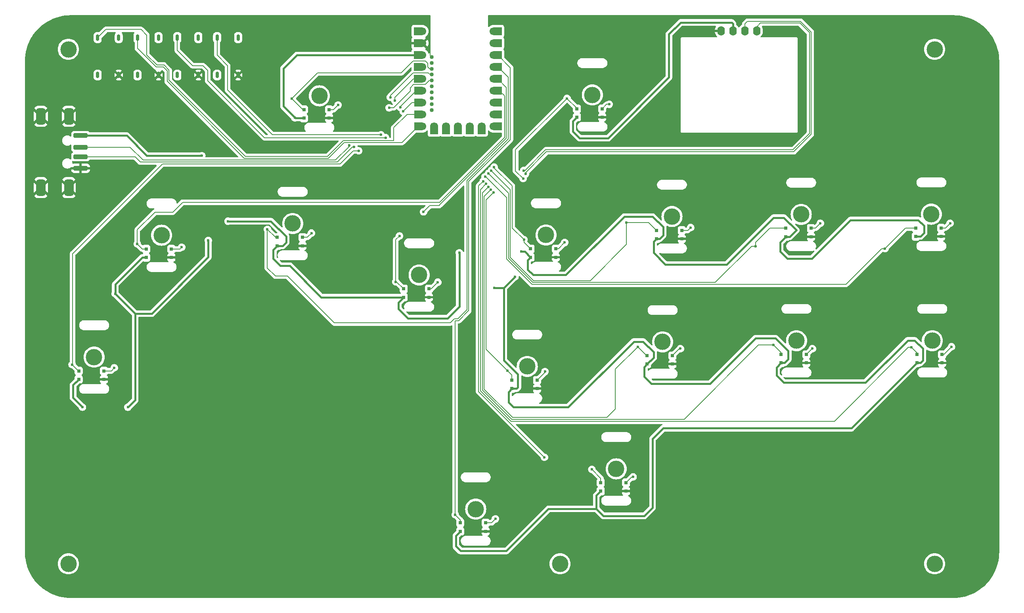
<source format=gtl>
%TF.GenerationSoftware,KiCad,Pcbnew,8.0.6*%
%TF.CreationDate,2024-11-20T03:37:43+00:00*%
%TF.ProjectId,keychron_hitbox,6b657963-6872-46f6-9e5f-686974626f78,rev?*%
%TF.SameCoordinates,Original*%
%TF.FileFunction,Copper,L1,Top*%
%TF.FilePolarity,Positive*%
%FSLAX46Y46*%
G04 Gerber Fmt 4.6, Leading zero omitted, Abs format (unit mm)*
G04 Created by KiCad (PCBNEW 8.0.6) date 2024-11-20 03:37:43*
%MOMM*%
%LPD*%
G01*
G04 APERTURE LIST*
G04 Aperture macros list*
%AMRoundRect*
0 Rectangle with rounded corners*
0 $1 Rounding radius*
0 $2 $3 $4 $5 $6 $7 $8 $9 X,Y pos of 4 corners*
0 Add a 4 corners polygon primitive as box body*
4,1,4,$2,$3,$4,$5,$6,$7,$8,$9,$2,$3,0*
0 Add four circle primitives for the rounded corners*
1,1,$1+$1,$2,$3*
1,1,$1+$1,$4,$5*
1,1,$1+$1,$6,$7*
1,1,$1+$1,$8,$9*
0 Add four rect primitives between the rounded corners*
20,1,$1+$1,$2,$3,$4,$5,0*
20,1,$1+$1,$4,$5,$6,$7,0*
20,1,$1+$1,$6,$7,$8,$9,0*
20,1,$1+$1,$8,$9,$2,$3,0*%
G04 Aperture macros list end*
%TA.AperFunction,WasherPad*%
%ADD10C,3.500000*%
%TD*%
%TA.AperFunction,SMDPad,CuDef*%
%ADD11R,0.700000X0.800000*%
%TD*%
%TA.AperFunction,ComponentPad*%
%ADD12C,3.500000*%
%TD*%
%TA.AperFunction,ComponentPad*%
%ADD13O,1.600000X2.000000*%
%TD*%
%TA.AperFunction,SMDPad,CuDef*%
%ADD14RoundRect,0.208333X-1.291667X0.291667X-1.291667X-0.291667X1.291667X-0.291667X1.291667X0.291667X0*%
%TD*%
%TA.AperFunction,SMDPad,CuDef*%
%ADD15RoundRect,0.500000X-0.500000X1.250000X-0.500000X-1.250000X0.500000X-1.250000X0.500000X1.250000X0*%
%TD*%
%TA.AperFunction,SMDPad,CuDef*%
%ADD16RoundRect,0.175000X0.175000X-0.475000X0.175000X0.475000X-0.175000X0.475000X-0.175000X-0.475000X0*%
%TD*%
%TA.AperFunction,SMDPad,CuDef*%
%ADD17R,1.700000X1.700000*%
%TD*%
%TA.AperFunction,ComponentPad*%
%ADD18C,1.700000*%
%TD*%
%TA.AperFunction,CastellatedPad*%
%ADD19C,0.850000*%
%TD*%
%TA.AperFunction,ViaPad*%
%ADD20C,0.600000*%
%TD*%
%TA.AperFunction,Conductor*%
%ADD21C,0.200000*%
%TD*%
%TA.AperFunction,Conductor*%
%ADD22C,0.400000*%
%TD*%
G04 APERTURE END LIST*
D10*
X169500000Y-122200000D03*
D11*
X171600000Y-125150000D03*
X171600000Y-126950000D03*
X166200000Y-126950000D03*
X166200000Y-125150000D03*
D12*
X237500000Y-32500000D03*
X52500000Y-142500000D03*
D10*
X181400000Y-68250000D03*
D11*
X183500000Y-71200000D03*
X183500000Y-73000000D03*
X178100000Y-73000000D03*
X178100000Y-71200000D03*
D10*
X237000000Y-94800000D03*
D11*
X239100000Y-97750000D03*
X239100000Y-99550000D03*
X233700000Y-99550000D03*
X233700000Y-97750000D03*
D13*
X191880000Y-28550000D03*
X194420000Y-28550000D03*
X196960000Y-28550000D03*
X199500000Y-28550000D03*
D10*
X208000000Y-94800000D03*
D11*
X210100000Y-97750000D03*
X210100000Y-99550000D03*
X204700000Y-99550000D03*
X204700000Y-97750000D03*
D14*
X55100000Y-50950000D03*
X55100000Y-53450000D03*
X55100000Y-55450000D03*
D15*
X52600000Y-46825000D03*
X46600000Y-46825000D03*
D14*
X55100000Y-57950000D03*
D15*
X52600000Y-62075000D03*
X46600000Y-62075000D03*
D10*
X209000000Y-67800000D03*
D11*
X211100000Y-70750000D03*
X211100000Y-72550000D03*
X205700000Y-72550000D03*
X205700000Y-70750000D03*
D10*
X150500000Y-100300000D03*
D11*
X152600000Y-103250000D03*
X152600000Y-105050000D03*
X147200000Y-105050000D03*
X147200000Y-103250000D03*
D16*
X75750000Y-38000000D03*
X75750000Y-30000000D03*
X80250000Y-38000000D03*
X80250000Y-30000000D03*
D17*
X127160000Y-28626000D03*
D18*
X128060000Y-28626000D03*
D17*
X127160000Y-31166000D03*
D18*
X128060000Y-31166000D03*
D17*
X127160000Y-33706000D03*
D18*
X128060000Y-33706000D03*
D17*
X127160000Y-36246000D03*
D18*
X128060000Y-36246000D03*
D17*
X127160000Y-38786000D03*
D18*
X128060000Y-38786000D03*
D17*
X127210000Y-41326000D03*
D18*
X128060000Y-41326000D03*
D17*
X127210000Y-43866000D03*
D18*
X128060000Y-43866000D03*
D17*
X127210000Y-46406000D03*
D18*
X128060000Y-46406000D03*
D17*
X127210000Y-48946000D03*
D18*
X128060000Y-48946000D03*
X143300000Y-28626000D03*
D17*
X144200000Y-28626000D03*
D18*
X143300000Y-31166000D03*
D17*
X144200000Y-31166000D03*
D18*
X143300000Y-33706000D03*
D17*
X144200000Y-33706000D03*
D18*
X143300000Y-36246000D03*
D17*
X144200000Y-36246000D03*
D18*
X143300000Y-38786000D03*
D17*
X144200000Y-38786000D03*
D18*
X143300000Y-41326000D03*
D17*
X144200000Y-41326000D03*
D18*
X143300000Y-43866000D03*
D17*
X144200000Y-43866000D03*
D18*
X143300000Y-46406000D03*
D17*
X144200000Y-46406000D03*
D18*
X143300000Y-48946000D03*
D17*
X144200000Y-48946000D03*
D18*
X130600000Y-48946000D03*
D17*
X130600000Y-49846000D03*
D18*
X133140000Y-48946000D03*
D17*
X133140000Y-49796000D03*
D18*
X135680000Y-48946000D03*
D17*
X135680000Y-49796000D03*
D18*
X138220000Y-48946000D03*
D17*
X138220000Y-49796000D03*
D18*
X140760000Y-48946000D03*
D17*
X140760000Y-49796000D03*
D19*
X130070000Y-34112600D03*
X130070000Y-35379800D03*
X130070000Y-36646400D03*
X130070000Y-37913000D03*
X130070000Y-39179600D03*
X130070000Y-40446200D03*
X130070000Y-41712800D03*
X130070000Y-42979400D03*
X130070000Y-44246000D03*
X130070000Y-45512600D03*
D16*
X67250000Y-38000000D03*
X67250000Y-30000000D03*
X71750000Y-38000000D03*
X71750000Y-30000000D03*
D10*
X236800000Y-67750000D03*
D11*
X238900000Y-70700000D03*
X238900000Y-72500000D03*
X233500000Y-72500000D03*
X233500000Y-70700000D03*
D10*
X106100000Y-42450000D03*
D11*
X108200000Y-45400000D03*
X108200000Y-47200000D03*
X102800000Y-47200000D03*
X102800000Y-45400000D03*
D10*
X154500000Y-72200000D03*
D11*
X156600000Y-75150000D03*
X156600000Y-76950000D03*
X151200000Y-76950000D03*
X151200000Y-75150000D03*
D10*
X164400000Y-42250000D03*
D11*
X166500000Y-45200000D03*
X166500000Y-47000000D03*
X161100000Y-47000000D03*
X161100000Y-45200000D03*
D12*
X237500000Y-142500000D03*
D10*
X72400000Y-72250000D03*
D11*
X74500000Y-75200000D03*
X74500000Y-77000000D03*
X69100000Y-77000000D03*
X69100000Y-75200000D03*
D10*
X127400000Y-80750000D03*
D11*
X129500000Y-83700000D03*
X129500000Y-85500000D03*
X124100000Y-85500000D03*
X124100000Y-83700000D03*
D16*
X84250000Y-38000000D03*
X84250000Y-30000000D03*
X88750000Y-38000000D03*
X88750000Y-30000000D03*
D10*
X139500000Y-130800000D03*
D11*
X141600000Y-133750000D03*
X141600000Y-135550000D03*
X136200000Y-135550000D03*
X136200000Y-133750000D03*
D16*
X58750000Y-38000000D03*
X58750000Y-30000000D03*
X63250000Y-38000000D03*
X63250000Y-30000000D03*
D10*
X179400000Y-95050000D03*
D11*
X181500000Y-98000000D03*
X181500000Y-99800000D03*
X176100000Y-99800000D03*
X176100000Y-98000000D03*
D12*
X157500000Y-142500000D03*
X52500000Y-32500000D03*
D10*
X100400000Y-69750000D03*
D11*
X102500000Y-72700000D03*
X102500000Y-74500000D03*
X97100000Y-74500000D03*
X97100000Y-72700000D03*
D10*
X58000000Y-98300000D03*
D11*
X60100000Y-101250000D03*
X60100000Y-103050000D03*
X54700000Y-103050000D03*
X54700000Y-101250000D03*
D20*
X55500000Y-109000000D03*
X100875000Y-47125000D03*
X82375000Y-73375000D03*
X147875000Y-81125000D03*
X86600000Y-69250000D03*
X65200000Y-109000000D03*
X149250000Y-75750000D03*
X143500000Y-83500000D03*
X62500000Y-84750000D03*
X136000000Y-76000000D03*
X119250000Y-50750000D03*
X120250000Y-51400000D03*
X154167157Y-119732843D03*
X141100000Y-60700000D03*
X164300000Y-122300000D03*
X53300000Y-99900000D03*
X122250000Y-43500000D03*
X114500000Y-54200000D03*
X135100000Y-132000000D03*
X95000000Y-71000000D03*
X123200000Y-72400000D03*
X128350000Y-67250000D03*
X122400000Y-82200000D03*
X67200000Y-74100000D03*
X146300000Y-101200000D03*
X143300000Y-63100000D03*
X142734313Y-62534313D03*
X174100000Y-96100000D03*
X203100000Y-95700000D03*
X142200000Y-61900000D03*
X141700242Y-61275303D03*
X232500000Y-96200000D03*
X149800000Y-73200000D03*
X143425000Y-57675000D03*
X171700000Y-69500000D03*
X142825000Y-58425000D03*
X142225000Y-59025000D03*
X199300000Y-74600000D03*
X141500000Y-59750000D03*
X226900000Y-75100000D03*
X81000000Y-55250000D03*
X150141422Y-59141422D03*
X123400000Y-44900000D03*
X149736648Y-58414822D03*
X124000000Y-45750000D03*
X110100000Y-44400000D03*
X173100000Y-123900000D03*
X62300000Y-100600000D03*
X143700000Y-132900000D03*
X104400000Y-71800000D03*
X131400000Y-82300000D03*
X76700000Y-74800000D03*
X158500000Y-73800000D03*
X185400000Y-70600000D03*
X213100000Y-69700000D03*
X240800000Y-69700000D03*
X154300000Y-101400000D03*
X183200000Y-96500000D03*
X211400000Y-96500000D03*
X241100000Y-96100000D03*
X168000000Y-44250000D03*
X100200000Y-43000000D03*
X159000000Y-43000000D03*
X149625000Y-60125000D03*
X112500000Y-53000000D03*
X121250000Y-42750000D03*
X121000000Y-45000000D03*
X113500000Y-53400000D03*
D21*
X232500000Y-96200000D02*
X231900000Y-96200000D01*
X147000000Y-112000000D02*
X140500000Y-105500000D01*
X231900000Y-96200000D02*
X216100000Y-112000000D01*
X216100000Y-112000000D02*
X147000000Y-112000000D01*
X140500000Y-105500000D02*
X140500000Y-62475545D01*
X140500000Y-62475545D02*
X141700242Y-61275303D01*
X174100000Y-96100000D02*
X169300000Y-100900000D01*
X169300000Y-100900000D02*
X169300000Y-109400000D01*
X141300000Y-63968626D02*
X142734313Y-62534313D01*
X169300000Y-109400000D02*
X167500000Y-111200000D01*
X167500000Y-111200000D02*
X147331372Y-111200000D01*
X147331372Y-111200000D02*
X141300000Y-105168628D01*
X141300000Y-105168628D02*
X141300000Y-63968626D01*
D22*
X161100000Y-47000000D02*
X160250000Y-47850000D01*
X160250000Y-47850000D02*
X160250000Y-50050000D01*
X160250000Y-50050000D02*
X161700000Y-51500000D01*
X180750000Y-38500000D02*
X180750000Y-29250000D01*
X161700000Y-51500000D02*
X167750000Y-51500000D01*
X167750000Y-51500000D02*
X180750000Y-38500000D01*
X194150000Y-26750000D02*
X194420000Y-27020000D01*
X180750000Y-29250000D02*
X183250000Y-26750000D01*
X183250000Y-26750000D02*
X194150000Y-26750000D01*
X194420000Y-27020000D02*
X194420000Y-28550000D01*
D21*
X67200000Y-74100000D02*
X67200000Y-71100000D01*
X71000000Y-67300000D02*
X74800000Y-67300000D01*
X131807968Y-65200000D02*
X145648314Y-51359654D01*
X67200000Y-71100000D02*
X71000000Y-67300000D01*
X74800000Y-67300000D02*
X76900000Y-65200000D01*
X76900000Y-65200000D02*
X131807968Y-65200000D01*
X145648314Y-51359654D02*
X145648314Y-42472233D01*
X145648314Y-42472233D02*
X144502081Y-41326000D01*
X144502081Y-41326000D02*
X143300000Y-41326000D01*
X114500000Y-54200000D02*
X113300000Y-54200000D01*
X113300000Y-54200000D02*
X110500000Y-57000000D01*
X72600000Y-57000000D02*
X53400000Y-76200000D01*
X110500000Y-57000000D02*
X72600000Y-57000000D01*
X53400000Y-76200000D02*
X53400000Y-99800000D01*
X53400000Y-99800000D02*
X53300000Y-99900000D01*
D22*
X66750000Y-89000000D02*
X70300000Y-89000000D01*
X70300000Y-89000000D02*
X82375000Y-76925000D01*
X82375000Y-76925000D02*
X82375000Y-73375000D01*
D21*
X199300000Y-74600000D02*
X199300000Y-73800000D01*
X199300000Y-73800000D02*
X202350000Y-70750000D01*
X202350000Y-70750000D02*
X205700000Y-70750000D01*
D22*
X178100000Y-73000000D02*
X177500000Y-73600000D01*
X177500000Y-73600000D02*
X177500000Y-76000000D01*
X177500000Y-76000000D02*
X180000000Y-78500000D01*
X206550000Y-72550000D02*
X205700000Y-72550000D01*
X180000000Y-78500000D02*
X193092893Y-78500000D01*
X207950000Y-71150000D02*
X206550000Y-72550000D01*
X193092893Y-78500000D02*
X203092893Y-68500000D01*
X203092893Y-68500000D02*
X205300000Y-68500000D01*
X205300000Y-68500000D02*
X207950000Y-71150000D01*
X81000000Y-55250000D02*
X69250000Y-55250000D01*
D21*
X109925735Y-56600000D02*
X67850000Y-56600000D01*
X109550000Y-56200000D02*
X68450000Y-56200000D01*
X55150000Y-55500000D02*
X55100000Y-55450000D01*
X67850000Y-56600000D02*
X66750000Y-55500000D01*
D22*
X69250000Y-55250000D02*
X64950000Y-50950000D01*
X64950000Y-50950000D02*
X55100000Y-50950000D01*
D21*
X112500000Y-53000000D02*
X112500000Y-53250000D01*
X112500000Y-53250000D02*
X109550000Y-56200000D01*
X68450000Y-56200000D02*
X65700000Y-53450000D01*
X113500000Y-53400000D02*
X113125735Y-53400000D01*
X65700000Y-53450000D02*
X55100000Y-53450000D01*
X113125735Y-53400000D02*
X109925735Y-56600000D01*
X66750000Y-55500000D02*
X55150000Y-55500000D01*
D22*
X179500000Y-70500000D02*
X179500000Y-72250000D01*
X55500000Y-109000000D02*
X53500000Y-107000000D01*
X96250000Y-77250000D02*
X97750000Y-78750000D01*
X155000000Y-130750000D02*
X165250000Y-130750000D01*
X66750000Y-107500000D02*
X65250000Y-109000000D01*
X179500000Y-72250000D02*
X178750000Y-73000000D01*
X68250000Y-77000000D02*
X69100000Y-77000000D01*
X222750000Y-103750000D02*
X231750000Y-94750000D01*
X146500000Y-108000000D02*
X147500000Y-109000000D01*
X206250000Y-97000000D02*
X206250000Y-98750000D01*
X98250000Y-74500000D02*
X97100000Y-74500000D01*
X234500000Y-72500000D02*
X233500000Y-72500000D01*
X173250000Y-95000000D02*
X175250000Y-95000000D01*
X177250000Y-130500000D02*
X175500000Y-132250000D01*
X136250000Y-139750000D02*
X146000000Y-139750000D01*
X211250000Y-77250000D02*
X219500000Y-69000000D01*
X148200000Y-105050000D02*
X147200000Y-105050000D01*
X177000000Y-104000000D02*
X189500000Y-104000000D01*
X145500000Y-99000000D02*
X148500000Y-102000000D01*
X205700000Y-72550000D02*
X204500000Y-73750000D01*
X146500000Y-105750000D02*
X146500000Y-108000000D01*
X148500000Y-102000000D02*
X148500000Y-104750000D01*
X98425000Y-36575000D02*
X98425000Y-44675000D01*
X147200000Y-105050000D02*
X146500000Y-105750000D01*
X206250000Y-98750000D02*
X205450000Y-99550000D01*
X199250000Y-94250000D02*
X203500000Y-94250000D01*
X123000000Y-86600000D02*
X123000000Y-88000000D01*
X123000000Y-88000000D02*
X125000000Y-90000000D01*
X176100000Y-99800000D02*
X175500000Y-100400000D01*
X86600000Y-69250000D02*
X95750000Y-69250000D01*
X233250000Y-94750000D02*
X235000000Y-96500000D01*
X203750000Y-100500000D02*
X203750000Y-102250000D01*
X205450000Y-99550000D02*
X204700000Y-99550000D01*
X135250000Y-136500000D02*
X135250000Y-138750000D01*
X97750000Y-78750000D02*
X99750000Y-78750000D01*
X62500000Y-82750000D02*
X68250000Y-77000000D01*
X175500000Y-132250000D02*
X166750000Y-132250000D01*
X151750000Y-80750000D02*
X158750000Y-80750000D01*
X86500000Y-69250000D02*
X86600000Y-69250000D01*
X178750000Y-73000000D02*
X178100000Y-73000000D01*
X125000000Y-90000000D02*
X133500000Y-90000000D01*
X99000000Y-72500000D02*
X99000000Y-73750000D01*
X233700000Y-99550000D02*
X219750000Y-113500000D01*
X136000000Y-87500000D02*
X136000000Y-76000000D01*
X234000000Y-69000000D02*
X235250000Y-70250000D01*
X101294000Y-33706000D02*
X98425000Y-36575000D01*
X133500000Y-90000000D02*
X136000000Y-87500000D01*
X204500000Y-73750000D02*
X204500000Y-75750000D01*
X219750000Y-113500000D02*
X179500000Y-113500000D01*
X159250000Y-109000000D02*
X173250000Y-95000000D01*
X165250000Y-130750000D02*
X165250000Y-127900000D01*
X106500000Y-85500000D02*
X124100000Y-85500000D01*
X235250000Y-71750000D02*
X234500000Y-72500000D01*
X99000000Y-73750000D02*
X98250000Y-74500000D01*
X150000000Y-75750000D02*
X151200000Y-76950000D01*
X177250000Y-115750000D02*
X177250000Y-130500000D01*
X203750000Y-102250000D02*
X205250000Y-103750000D01*
X175500000Y-100400000D02*
X175500000Y-102500000D01*
X95750000Y-69250000D02*
X99000000Y-72500000D01*
X147500000Y-109000000D02*
X159250000Y-109000000D01*
X145500000Y-83500000D02*
X143500000Y-83500000D01*
X97100000Y-74500000D02*
X96250000Y-75350000D01*
X171250000Y-68250000D02*
X177250000Y-68250000D01*
X234450000Y-99550000D02*
X233700000Y-99550000D01*
X53500000Y-104250000D02*
X54700000Y-103050000D01*
X177250000Y-68250000D02*
X179500000Y-70500000D01*
X175500000Y-102500000D02*
X177000000Y-104000000D01*
X203500000Y-94250000D02*
X206250000Y-97000000D01*
X204500000Y-75750000D02*
X206000000Y-77250000D01*
X165250000Y-127900000D02*
X166200000Y-126950000D01*
X151200000Y-76950000D02*
X150586396Y-77563604D01*
X179500000Y-113500000D02*
X177250000Y-115750000D01*
X124100000Y-85500000D02*
X123000000Y-86600000D01*
X66750000Y-89000000D02*
X66750000Y-107500000D01*
X128060000Y-33706000D02*
X101294000Y-33706000D01*
X148500000Y-104750000D02*
X148200000Y-105050000D01*
X53500000Y-107000000D02*
X53500000Y-104250000D01*
X147875000Y-81125000D02*
X145500000Y-83500000D01*
X62500000Y-84750000D02*
X62500000Y-82750000D01*
X206000000Y-77250000D02*
X211250000Y-77250000D01*
X235250000Y-70250000D02*
X235250000Y-71750000D01*
X204700000Y-99550000D02*
X203750000Y-100500000D01*
X99750000Y-78750000D02*
X106500000Y-85500000D01*
X235000000Y-96500000D02*
X235000000Y-99000000D01*
X219500000Y-69000000D02*
X234000000Y-69000000D01*
X235000000Y-99000000D02*
X234450000Y-99550000D01*
X96250000Y-75350000D02*
X96250000Y-77250000D01*
X177500000Y-97250000D02*
X177500000Y-98400000D01*
X177500000Y-98400000D02*
X176100000Y-99800000D01*
X100950000Y-47200000D02*
X102800000Y-47200000D01*
X62500000Y-84750000D02*
X66750000Y-89000000D01*
X65250000Y-109000000D02*
X65200000Y-109000000D01*
X149250000Y-75750000D02*
X150000000Y-75750000D01*
X145500000Y-83500000D02*
X145500000Y-99000000D01*
X205250000Y-103750000D02*
X222750000Y-103750000D01*
X158750000Y-80750000D02*
X171250000Y-68250000D01*
X135250000Y-138750000D02*
X136250000Y-139750000D01*
X231750000Y-94750000D02*
X233250000Y-94750000D01*
X146000000Y-139750000D02*
X155000000Y-130750000D01*
X166750000Y-132250000D02*
X165250000Y-130750000D01*
X98425000Y-44675000D02*
X100950000Y-47200000D01*
X150586396Y-79586396D02*
X151750000Y-80750000D01*
X136200000Y-135550000D02*
X135250000Y-136500000D01*
X189500000Y-104000000D02*
X199250000Y-94250000D01*
X175250000Y-95000000D02*
X177500000Y-97250000D01*
X150586396Y-77563604D02*
X150586396Y-79586396D01*
D21*
X128060000Y-31166000D02*
X129770000Y-32876000D01*
X129770000Y-32876000D02*
X129770000Y-33812600D01*
X119250000Y-50750000D02*
X96065686Y-50750000D01*
X84250000Y-33750000D02*
X84250000Y-30000000D01*
X96065686Y-50750000D02*
X86500000Y-41184314D01*
X86500000Y-36000000D02*
X84250000Y-33750000D01*
X86500000Y-41184314D02*
X86500000Y-36000000D01*
X82250000Y-37000000D02*
X81250000Y-36000000D01*
X79000000Y-36000000D02*
X75750000Y-32750000D01*
X82250000Y-39250000D02*
X82250000Y-37000000D01*
X75750000Y-32750000D02*
X75750000Y-30000000D01*
X120250000Y-51400000D02*
X94400000Y-51400000D01*
X81250000Y-36000000D02*
X79000000Y-36000000D01*
X94400000Y-51400000D02*
X82250000Y-39250000D01*
X140100000Y-61700000D02*
X141100000Y-60700000D01*
X166200000Y-125150000D02*
X166200000Y-124200000D01*
X140100000Y-105665686D02*
X140100000Y-61700000D01*
X166200000Y-124200000D02*
X164300000Y-122300000D01*
X154167157Y-119732843D02*
X140100000Y-105665686D01*
X126214000Y-38786000D02*
X127160000Y-38786000D01*
X122250000Y-42750000D02*
X126214000Y-38786000D01*
X54700000Y-101250000D02*
X54650000Y-101250000D01*
X122250000Y-43500000D02*
X122250000Y-42750000D01*
X54650000Y-101250000D02*
X53300000Y-99900000D01*
X138000000Y-88365686D02*
X138000000Y-60705026D01*
X136200000Y-133750000D02*
X136200000Y-133100000D01*
X146900000Y-51805026D02*
X146900000Y-36406000D01*
X135100000Y-90500000D02*
X135865686Y-90500000D01*
X136200000Y-133100000D02*
X135100000Y-132000000D01*
X135865686Y-90500000D02*
X138000000Y-88365686D01*
X146900000Y-36406000D02*
X144200000Y-33706000D01*
X135100000Y-132000000D02*
X135100000Y-90500000D01*
X138000000Y-60705026D02*
X146900000Y-51805026D01*
X96750000Y-81000000D02*
X99300000Y-81000000D01*
X95000000Y-71000000D02*
X95000000Y-79250000D01*
X134934315Y-90100000D02*
X135700000Y-90100000D01*
X137600000Y-88200000D02*
X137600000Y-60539340D01*
X146448314Y-51691026D02*
X146448314Y-38494314D01*
X99300000Y-81000000D02*
X109300000Y-91000000D01*
X137600000Y-60539340D02*
X146448314Y-51691026D01*
X134034315Y-91000000D02*
X134934315Y-90100000D01*
X135700000Y-90100000D02*
X137600000Y-88200000D01*
X95000000Y-79250000D02*
X96750000Y-81000000D01*
X146448314Y-38494314D02*
X144200000Y-36246000D01*
X95000000Y-71000000D02*
X96700000Y-72700000D01*
X109300000Y-91000000D02*
X134034315Y-91000000D01*
X96700000Y-72700000D02*
X97100000Y-72700000D01*
X131907968Y-65665685D02*
X146048314Y-51525340D01*
X122400000Y-82200000D02*
X122400000Y-73200000D01*
X146048314Y-40634314D02*
X144200000Y-38786000D01*
X131673654Y-65900000D02*
X131907968Y-65665685D01*
X146048314Y-51525340D02*
X146048314Y-40634314D01*
X122400000Y-73200000D02*
X123200000Y-72400000D01*
X124100000Y-83700000D02*
X122600000Y-82200000D01*
X129700000Y-65900000D02*
X131673654Y-65900000D01*
X122600000Y-82200000D02*
X122400000Y-82200000D01*
X128350000Y-67250000D02*
X129700000Y-65900000D01*
X69100000Y-75200000D02*
X68300000Y-75200000D01*
X68300000Y-75200000D02*
X67200000Y-74100000D01*
X141700000Y-96600000D02*
X141700000Y-64700000D01*
X147200000Y-102100000D02*
X147200000Y-103250000D01*
X141700000Y-64700000D02*
X143300000Y-63100000D01*
X146300000Y-101200000D02*
X141700000Y-96600000D01*
X146300000Y-101200000D02*
X147200000Y-102100000D01*
X176000000Y-98000000D02*
X174100000Y-96100000D01*
X176100000Y-98000000D02*
X176000000Y-98000000D01*
X204700000Y-97300000D02*
X203100000Y-95700000D01*
X199900000Y-95700000D02*
X184000000Y-111600000D01*
X184000000Y-111600000D02*
X147165686Y-111600000D01*
X204700000Y-97750000D02*
X204700000Y-97300000D01*
X140900000Y-82600000D02*
X140900000Y-63200000D01*
X147165686Y-111600000D02*
X140900000Y-105334314D01*
X140900000Y-105334314D02*
X140900000Y-82600000D01*
X140900000Y-63200000D02*
X142200000Y-61900000D01*
X203100000Y-95700000D02*
X199900000Y-95700000D01*
X233700000Y-97750000D02*
X233700000Y-97400000D01*
X233700000Y-97400000D02*
X232500000Y-96200000D01*
X151200000Y-75150000D02*
X149800000Y-73750000D01*
X149800000Y-73750000D02*
X149800000Y-73200000D01*
X147300000Y-70700000D02*
X149800000Y-73200000D01*
X147300000Y-61700000D02*
X147300000Y-70700000D01*
X143425000Y-57675000D02*
X143425000Y-57825000D01*
X143425000Y-57825000D02*
X147300000Y-61700000D01*
X146900000Y-77018628D02*
X151831372Y-81950000D01*
X142825000Y-58425000D02*
X146900000Y-62500000D01*
X171700000Y-69500000D02*
X176400000Y-69500000D01*
X151831372Y-81950000D02*
X163950000Y-81950000D01*
X146900000Y-62500000D02*
X146900000Y-77018628D01*
X176400000Y-69500000D02*
X178100000Y-71200000D01*
X163950000Y-81950000D02*
X171700000Y-74200000D01*
X171700000Y-74200000D02*
X171700000Y-69500000D01*
X151665686Y-82350000D02*
X190650000Y-82350000D01*
X146500000Y-63300000D02*
X146500000Y-77184314D01*
X146500000Y-77184314D02*
X151665686Y-82350000D01*
X142225000Y-59025000D02*
X146500000Y-63300000D01*
X190650000Y-82350000D02*
X198400000Y-74600000D01*
X198400000Y-74600000D02*
X199300000Y-74600000D01*
X141650000Y-59750000D02*
X146100000Y-64200000D01*
X218550000Y-82750000D02*
X226200000Y-75100000D01*
X226200000Y-75100000D02*
X226900000Y-75100000D01*
X146100000Y-77350000D02*
X151500000Y-82750000D01*
X231300000Y-70700000D02*
X233500000Y-70700000D01*
X146100000Y-64200000D02*
X146100000Y-77350000D01*
X151500000Y-82750000D02*
X218550000Y-82750000D01*
X226900000Y-75100000D02*
X231300000Y-70700000D01*
X141500000Y-59750000D02*
X141650000Y-59750000D01*
X71250000Y-36250000D02*
X72750000Y-36250000D01*
X72750000Y-36250000D02*
X73600000Y-37100000D01*
X111415686Y-52400000D02*
X123756000Y-52400000D01*
X73600000Y-37100000D02*
X73600000Y-39350000D01*
X123756000Y-52400000D02*
X127210000Y-48946000D01*
X67250000Y-32250000D02*
X71250000Y-36250000D01*
X67250000Y-30000000D02*
X67250000Y-32250000D01*
X90050000Y-55800000D02*
X108015686Y-55800000D01*
X108015686Y-55800000D02*
X111415686Y-52400000D01*
X73600000Y-39350000D02*
X90050000Y-55800000D01*
X74000000Y-36934314D02*
X74000000Y-39100000D01*
X122000000Y-49250000D02*
X124844000Y-46406000D01*
X107850000Y-55400000D02*
X111250000Y-52000000D01*
X69250000Y-33684314D02*
X71415686Y-35850000D01*
X60500000Y-28250000D02*
X68000000Y-28250000D01*
X68000000Y-28250000D02*
X69250000Y-29500000D01*
X111250000Y-52000000D02*
X122000000Y-52000000D01*
X72915686Y-35850000D02*
X74000000Y-36934314D01*
X90300000Y-55400000D02*
X107850000Y-55400000D01*
X69250000Y-29500000D02*
X69250000Y-33684314D01*
X74000000Y-39100000D02*
X90300000Y-55400000D01*
X122000000Y-52000000D02*
X122000000Y-49250000D01*
X71415686Y-35850000D02*
X72915686Y-35850000D01*
X124844000Y-46406000D02*
X127210000Y-46406000D01*
X58750000Y-30000000D02*
X60500000Y-28250000D01*
X123400000Y-44900000D02*
X123400000Y-44700000D01*
X154600000Y-54400000D02*
X207415686Y-54400000D01*
X123400000Y-44700000D02*
X126774000Y-41326000D01*
X211150000Y-28775000D02*
X208875000Y-26500000D01*
X207415686Y-54400000D02*
X211150000Y-50665686D01*
X126774000Y-41326000D02*
X127210000Y-41326000D01*
X196960000Y-27040000D02*
X196960000Y-28550000D01*
X150141422Y-58858578D02*
X154600000Y-54400000D01*
X208875000Y-26500000D02*
X197500000Y-26500000D01*
X211150000Y-50665686D02*
X211150000Y-28775000D01*
X197500000Y-26500000D02*
X196960000Y-27040000D01*
X150141422Y-59141422D02*
X150141422Y-58858578D01*
X125884000Y-43866000D02*
X127210000Y-43866000D01*
X208709314Y-26900000D02*
X200300000Y-26900000D01*
X210750000Y-28940686D02*
X208709314Y-26900000D01*
X149736648Y-58414822D02*
X150019493Y-58414822D01*
X150019493Y-58414822D02*
X154434315Y-54000000D01*
X199500000Y-27700000D02*
X199500000Y-28550000D01*
X124000000Y-45750000D02*
X125884000Y-43866000D01*
X210750000Y-50500000D02*
X210750000Y-28940686D01*
X200300000Y-26900000D02*
X199500000Y-27700000D01*
X207250000Y-54000000D02*
X210750000Y-50500000D01*
X154434315Y-54000000D02*
X207250000Y-54000000D01*
X110100000Y-44400000D02*
X109100000Y-45400000D01*
X109100000Y-45400000D02*
X108200000Y-45400000D01*
X173100000Y-123900000D02*
X172850000Y-123900000D01*
X172850000Y-123900000D02*
X171600000Y-125150000D01*
X61650000Y-101250000D02*
X60100000Y-101250000D01*
X62300000Y-100600000D02*
X61650000Y-101250000D01*
X143700000Y-132900000D02*
X142850000Y-133750000D01*
X142850000Y-133750000D02*
X141600000Y-133750000D01*
X104400000Y-71800000D02*
X103500000Y-72700000D01*
X103500000Y-72700000D02*
X102500000Y-72700000D01*
X131400000Y-82300000D02*
X130000000Y-83700000D01*
X130000000Y-83700000D02*
X129500000Y-83700000D01*
X76700000Y-74800000D02*
X76300000Y-75200000D01*
X76300000Y-75200000D02*
X74500000Y-75200000D01*
X158500000Y-73800000D02*
X157150000Y-75150000D01*
X157150000Y-75150000D02*
X156600000Y-75150000D01*
X184800000Y-71200000D02*
X183500000Y-71200000D01*
X185400000Y-70600000D02*
X184800000Y-71200000D01*
X213100000Y-69700000D02*
X212050000Y-70750000D01*
X212050000Y-70750000D02*
X211100000Y-70750000D01*
X240800000Y-69700000D02*
X239800000Y-70700000D01*
X239800000Y-70700000D02*
X238900000Y-70700000D01*
X154300000Y-101550000D02*
X152600000Y-103250000D01*
X154300000Y-101400000D02*
X154300000Y-101550000D01*
X183200000Y-96500000D02*
X183000000Y-96500000D01*
X183000000Y-96500000D02*
X181500000Y-98000000D01*
X211400000Y-96500000D02*
X211350000Y-96500000D01*
X211350000Y-96500000D02*
X210100000Y-97750000D01*
X239450000Y-97750000D02*
X239100000Y-97750000D01*
X241100000Y-96100000D02*
X239450000Y-97750000D01*
X167450000Y-44250000D02*
X166500000Y-45200000D01*
X168000000Y-44250000D02*
X167450000Y-44250000D01*
X100200000Y-43000000D02*
X105700000Y-37500000D01*
X102600000Y-45400000D02*
X100200000Y-43000000D01*
X129250000Y-35500000D02*
X129250000Y-36250000D01*
X123606000Y-37500000D02*
X126106000Y-35000000D01*
X102800000Y-45400000D02*
X102600000Y-45400000D01*
X128750000Y-35000000D02*
X129250000Y-35500000D01*
X105700000Y-37500000D02*
X123606000Y-37500000D01*
X126106000Y-35000000D02*
X128750000Y-35000000D01*
X129250000Y-36250000D02*
X129646400Y-36646400D01*
X129646400Y-36646400D02*
X129770000Y-36646400D01*
X161100000Y-45100000D02*
X159000000Y-43000000D01*
X148000000Y-58500000D02*
X148000000Y-54000000D01*
X148000000Y-54000000D02*
X159000000Y-43000000D01*
X161100000Y-45200000D02*
X161100000Y-45100000D01*
X149625000Y-60125000D02*
X148000000Y-58500000D01*
X126146000Y-37500000D02*
X129357000Y-37500000D01*
X121250000Y-42750000D02*
X121250000Y-42396000D01*
X129357000Y-37500000D02*
X129770000Y-37913000D01*
X121250000Y-42396000D02*
X126146000Y-37500000D01*
X128750000Y-40000000D02*
X129570400Y-39179600D01*
X125500000Y-40736000D02*
X126236000Y-40000000D01*
X121950735Y-45000000D02*
X125500000Y-41450735D01*
X129570400Y-39179600D02*
X129679600Y-39179600D01*
X125500000Y-41450735D02*
X125500000Y-40736000D01*
X126236000Y-40000000D02*
X128750000Y-40000000D01*
X121000000Y-45000000D02*
X121950735Y-45000000D01*
%TA.AperFunction,Conductor*%
G36*
X190750311Y-27470185D02*
G01*
X190796066Y-27522989D01*
X190806010Y-27592147D01*
X190783590Y-27647385D01*
X190768142Y-27668647D01*
X190675244Y-27850968D01*
X190612009Y-28045582D01*
X190580000Y-28247682D01*
X190580000Y-28300000D01*
X191446988Y-28300000D01*
X191414075Y-28357007D01*
X191380000Y-28484174D01*
X191380000Y-28615826D01*
X191414075Y-28742993D01*
X191446988Y-28800000D01*
X190580000Y-28800000D01*
X190580000Y-28852317D01*
X190612009Y-29054417D01*
X190675244Y-29249031D01*
X190768140Y-29431349D01*
X190888417Y-29596894D01*
X190888417Y-29596895D01*
X191029341Y-29737819D01*
X191062826Y-29799142D01*
X191057842Y-29868834D01*
X191015970Y-29924767D01*
X190950506Y-29949184D01*
X190941660Y-29949500D01*
X183460116Y-29949500D01*
X183386425Y-29980024D01*
X183330024Y-30036425D01*
X183299500Y-30110116D01*
X183299500Y-50189883D01*
X183324194Y-50249500D01*
X183330024Y-50263574D01*
X183386426Y-50319976D01*
X183460118Y-50350500D01*
X183460120Y-50350500D01*
X208039880Y-50350500D01*
X208039882Y-50350500D01*
X208113574Y-50319976D01*
X208169976Y-50263574D01*
X208200500Y-50189882D01*
X208200500Y-30110118D01*
X208169976Y-30036426D01*
X208113574Y-29980024D01*
X208090127Y-29970312D01*
X208039883Y-29949500D01*
X208039882Y-29949500D01*
X200439047Y-29949500D01*
X200372008Y-29929815D01*
X200326253Y-29877011D01*
X200316309Y-29807853D01*
X200345334Y-29744297D01*
X200351366Y-29737819D01*
X200376769Y-29712416D01*
X200491966Y-29597219D01*
X200491968Y-29597215D01*
X200491971Y-29597213D01*
X200563255Y-29499097D01*
X200612287Y-29431610D01*
X200705220Y-29249219D01*
X200768477Y-29054534D01*
X200800500Y-28852352D01*
X200800500Y-28247648D01*
X200769195Y-28050000D01*
X200768477Y-28045465D01*
X200736863Y-27948169D01*
X200705220Y-27850781D01*
X200705218Y-27850778D01*
X200705218Y-27850776D01*
X200618608Y-27680795D01*
X200605712Y-27612126D01*
X200631988Y-27547385D01*
X200689095Y-27507128D01*
X200729093Y-27500500D01*
X208409217Y-27500500D01*
X208476256Y-27520185D01*
X208496898Y-27536819D01*
X210113181Y-29153102D01*
X210146666Y-29214425D01*
X210149500Y-29240783D01*
X210149500Y-50199903D01*
X210129815Y-50266942D01*
X210113181Y-50287584D01*
X207037584Y-53363181D01*
X206976261Y-53396666D01*
X206949903Y-53399500D01*
X154513372Y-53399500D01*
X154355258Y-53399500D01*
X154202530Y-53440423D01*
X154202529Y-53440423D01*
X154202527Y-53440424D01*
X154202524Y-53440425D01*
X154152411Y-53469359D01*
X154152410Y-53469360D01*
X154144008Y-53474211D01*
X154065600Y-53519479D01*
X154065597Y-53519481D01*
X153953793Y-53631286D01*
X149993828Y-57591250D01*
X149932505Y-57624735D01*
X149892264Y-57626789D01*
X149736652Y-57609257D01*
X149736644Y-57609257D01*
X149557398Y-57629452D01*
X149557393Y-57629453D01*
X149387124Y-57689033D01*
X149234385Y-57785006D01*
X149106832Y-57912559D01*
X149010859Y-58065298D01*
X148951279Y-58235567D01*
X148951278Y-58235571D01*
X148942998Y-58309065D01*
X148915931Y-58373479D01*
X148858336Y-58413034D01*
X148788499Y-58415171D01*
X148732097Y-58382862D01*
X148636819Y-58287584D01*
X148603334Y-58226261D01*
X148600500Y-58199903D01*
X148600500Y-54300097D01*
X148620185Y-54233058D01*
X148636819Y-54212416D01*
X158912319Y-43936916D01*
X158973642Y-43903431D01*
X159043334Y-43908415D01*
X159087681Y-43936916D01*
X160213181Y-45062416D01*
X160246666Y-45123739D01*
X160249500Y-45150097D01*
X160249500Y-45647870D01*
X160249501Y-45647876D01*
X160255908Y-45707483D01*
X160306202Y-45842328D01*
X160306206Y-45842335D01*
X160392452Y-45957544D01*
X160392453Y-45957544D01*
X160392454Y-45957546D01*
X160421615Y-45979376D01*
X160450145Y-46000734D01*
X160492015Y-46056668D01*
X160496999Y-46126360D01*
X160463513Y-46187683D01*
X160450145Y-46199266D01*
X160392452Y-46242455D01*
X160306206Y-46357664D01*
X160306202Y-46357671D01*
X160255908Y-46492517D01*
X160249501Y-46552116D01*
X160249501Y-46552123D01*
X160249500Y-46552135D01*
X160249500Y-46808480D01*
X160229815Y-46875519D01*
X160213181Y-46896161D01*
X159705888Y-47403453D01*
X159705887Y-47403454D01*
X159629222Y-47518192D01*
X159576421Y-47645667D01*
X159576418Y-47645679D01*
X159557680Y-47739883D01*
X159551299Y-47771965D01*
X159549500Y-47781007D01*
X159549500Y-49981006D01*
X159549500Y-50118994D01*
X159549500Y-50118996D01*
X159549499Y-50118996D01*
X159576418Y-50254322D01*
X159576421Y-50254332D01*
X159629222Y-50381807D01*
X159705887Y-50496545D01*
X161253454Y-52044112D01*
X161368192Y-52120777D01*
X161495667Y-52173578D01*
X161495672Y-52173580D01*
X161495676Y-52173580D01*
X161495677Y-52173581D01*
X161631003Y-52200500D01*
X161631006Y-52200500D01*
X167818996Y-52200500D01*
X167910040Y-52182389D01*
X167954328Y-52173580D01*
X168030214Y-52142147D01*
X168081807Y-52120777D01*
X168081808Y-52120776D01*
X168081811Y-52120775D01*
X168196543Y-52044114D01*
X181294113Y-38946543D01*
X181328785Y-38894653D01*
X181370775Y-38831811D01*
X181408113Y-38741667D01*
X181423580Y-38704329D01*
X181432912Y-38657415D01*
X181444798Y-38597659D01*
X181444798Y-38597656D01*
X181444799Y-38597654D01*
X181450500Y-38568993D01*
X181450500Y-29591519D01*
X181470185Y-29524480D01*
X181486819Y-29503838D01*
X183503838Y-27486819D01*
X183565161Y-27453334D01*
X183591519Y-27450500D01*
X190683272Y-27450500D01*
X190750311Y-27470185D01*
G37*
%TD.AperFunction*%
%TA.AperFunction,Conductor*%
G36*
X129812539Y-25220185D02*
G01*
X129858294Y-25272989D01*
X129869500Y-25324500D01*
X129869500Y-33109695D01*
X129849815Y-33176734D01*
X129797011Y-33222489D01*
X129783819Y-33227626D01*
X129782579Y-33228028D01*
X129604954Y-33307113D01*
X129538563Y-33355349D01*
X129472756Y-33378828D01*
X129404703Y-33363002D01*
X129356008Y-33312896D01*
X129345903Y-33287122D01*
X129333906Y-33242346D01*
X129333904Y-33242342D01*
X129333903Y-33242337D01*
X129234035Y-33028171D01*
X129218160Y-33005498D01*
X129098494Y-32834597D01*
X128931402Y-32667506D01*
X128931401Y-32667505D01*
X128745405Y-32537269D01*
X128701781Y-32482692D01*
X128694588Y-32413193D01*
X128726110Y-32350839D01*
X128745405Y-32334119D01*
X128821373Y-32280925D01*
X128106448Y-31566000D01*
X128112661Y-31566000D01*
X128214394Y-31538741D01*
X128305606Y-31486080D01*
X128380080Y-31411606D01*
X128432741Y-31320394D01*
X128460000Y-31218661D01*
X128460000Y-31212448D01*
X129174925Y-31927373D01*
X129174926Y-31927373D01*
X129233598Y-31843582D01*
X129233600Y-31843578D01*
X129333429Y-31629492D01*
X129333433Y-31629483D01*
X129394567Y-31401326D01*
X129394569Y-31401315D01*
X129415157Y-31166001D01*
X129415157Y-31165998D01*
X129394569Y-30930684D01*
X129394567Y-30930673D01*
X129333433Y-30702516D01*
X129333429Y-30702507D01*
X129233600Y-30488423D01*
X129233599Y-30488421D01*
X129174925Y-30404626D01*
X129174925Y-30404625D01*
X128460000Y-31119551D01*
X128460000Y-31113339D01*
X128432741Y-31011606D01*
X128380080Y-30920394D01*
X128305606Y-30845920D01*
X128214394Y-30793259D01*
X128112661Y-30766000D01*
X128106447Y-30766000D01*
X128821373Y-30051073D01*
X128821373Y-30051072D01*
X128745405Y-29997880D01*
X128701780Y-29943304D01*
X128694586Y-29873805D01*
X128726108Y-29811451D01*
X128745399Y-29794734D01*
X128931401Y-29664495D01*
X129098495Y-29497401D01*
X129234035Y-29303830D01*
X129333903Y-29089663D01*
X129395063Y-28861408D01*
X129415659Y-28626000D01*
X129395063Y-28390592D01*
X129333903Y-28162337D01*
X129234035Y-27948171D01*
X129192150Y-27888352D01*
X129098494Y-27754597D01*
X128931402Y-27587506D01*
X128931395Y-27587501D01*
X128737834Y-27451967D01*
X128737830Y-27451965D01*
X128734688Y-27450500D01*
X128523663Y-27352097D01*
X128523659Y-27352096D01*
X128523655Y-27352094D01*
X128295413Y-27290938D01*
X128295403Y-27290936D01*
X128060001Y-27270341D01*
X128059999Y-27270341D01*
X128006428Y-27275028D01*
X127995620Y-27275500D01*
X126262129Y-27275500D01*
X126262123Y-27275501D01*
X126202516Y-27281908D01*
X126067671Y-27332202D01*
X126067664Y-27332206D01*
X125952455Y-27418452D01*
X125952452Y-27418455D01*
X125866206Y-27533664D01*
X125866202Y-27533671D01*
X125815908Y-27668517D01*
X125809501Y-27728116D01*
X125809501Y-27728123D01*
X125809500Y-27728135D01*
X125809500Y-29523870D01*
X125809501Y-29523876D01*
X125815908Y-29583483D01*
X125866202Y-29718328D01*
X125866206Y-29718335D01*
X125943889Y-29822105D01*
X125968307Y-29887569D01*
X125953456Y-29955842D01*
X125943890Y-29970727D01*
X125866647Y-30073910D01*
X125866645Y-30073913D01*
X125816403Y-30208620D01*
X125816401Y-30208627D01*
X125810000Y-30268155D01*
X125810000Y-30916000D01*
X127286000Y-30916000D01*
X127353039Y-30935685D01*
X127398794Y-30988489D01*
X127410000Y-31040000D01*
X127410000Y-31292000D01*
X127390315Y-31359039D01*
X127337511Y-31404794D01*
X127286000Y-31416000D01*
X125810000Y-31416000D01*
X125810000Y-32063844D01*
X125816401Y-32123372D01*
X125816403Y-32123379D01*
X125866645Y-32258086D01*
X125866646Y-32258088D01*
X125943890Y-32361272D01*
X125968307Y-32426736D01*
X125953456Y-32495009D01*
X125943890Y-32509894D01*
X125866204Y-32613669D01*
X125866202Y-32613671D01*
X125815908Y-32748517D01*
X125810978Y-32794380D01*
X125809501Y-32808123D01*
X125809500Y-32808135D01*
X125809500Y-32881500D01*
X125789815Y-32948539D01*
X125737011Y-32994294D01*
X125685500Y-33005500D01*
X101225004Y-33005500D01*
X101089677Y-33032418D01*
X101089667Y-33032421D01*
X100962192Y-33085222D01*
X100847454Y-33161887D01*
X97880887Y-36128454D01*
X97804222Y-36243192D01*
X97751421Y-36370667D01*
X97751418Y-36370679D01*
X97732463Y-36465975D01*
X97732463Y-36465977D01*
X97724500Y-36506007D01*
X97724500Y-44606006D01*
X97724500Y-44743994D01*
X97724500Y-44743996D01*
X97724499Y-44743996D01*
X97751418Y-44879322D01*
X97751421Y-44879332D01*
X97804222Y-45006807D01*
X97880887Y-45121545D01*
X97880888Y-45121546D01*
X100083630Y-47324287D01*
X100112990Y-47371013D01*
X100149209Y-47474519D01*
X100164171Y-47498331D01*
X100245184Y-47627262D01*
X100372738Y-47754816D01*
X100406825Y-47776234D01*
X100514348Y-47843796D01*
X100525478Y-47850789D01*
X100602894Y-47877878D01*
X100695745Y-47910368D01*
X100695750Y-47910369D01*
X100874996Y-47930565D01*
X100875000Y-47930565D01*
X100875004Y-47930565D01*
X101054246Y-47910369D01*
X101054245Y-47910369D01*
X101054255Y-47910368D01*
X101062569Y-47907458D01*
X101103523Y-47900500D01*
X101987680Y-47900500D01*
X102054719Y-47920185D01*
X102086948Y-47950191D01*
X102092454Y-47957546D01*
X102092457Y-47957548D01*
X102207664Y-48043793D01*
X102207671Y-48043797D01*
X102342517Y-48094091D01*
X102342516Y-48094091D01*
X102349444Y-48094835D01*
X102402127Y-48100500D01*
X103197872Y-48100499D01*
X103257483Y-48094091D01*
X103392331Y-48043796D01*
X103507546Y-47957546D01*
X103593796Y-47842331D01*
X103644091Y-47707483D01*
X103650500Y-47647873D01*
X103650499Y-46752128D01*
X103644091Y-46692517D01*
X103625030Y-46641413D01*
X103593797Y-46557671D01*
X103593793Y-46557664D01*
X103536023Y-46480494D01*
X103507546Y-46442454D01*
X103449854Y-46399265D01*
X103407984Y-46343333D01*
X103403000Y-46273641D01*
X103436485Y-46212318D01*
X103449854Y-46200734D01*
X103507546Y-46157546D01*
X103593796Y-46042331D01*
X103644091Y-45907483D01*
X103650500Y-45847873D01*
X103650499Y-44952135D01*
X107349500Y-44952135D01*
X107349500Y-45847870D01*
X107349501Y-45847876D01*
X107355908Y-45907483D01*
X107406202Y-46042328D01*
X107406206Y-46042335D01*
X107492452Y-46157544D01*
X107492453Y-46157544D01*
X107492454Y-46157546D01*
X107527727Y-46183951D01*
X107550562Y-46201046D01*
X107592432Y-46256980D01*
X107597416Y-46326672D01*
X107563930Y-46387994D01*
X107550562Y-46399578D01*
X107492809Y-46442812D01*
X107406649Y-46557906D01*
X107406645Y-46557913D01*
X107356403Y-46692620D01*
X107356401Y-46692627D01*
X107350000Y-46752155D01*
X107350000Y-46950000D01*
X109050000Y-46950000D01*
X109050000Y-46752172D01*
X109049999Y-46752155D01*
X109043598Y-46692627D01*
X109043596Y-46692620D01*
X108993354Y-46557913D01*
X108993350Y-46557906D01*
X108907190Y-46442812D01*
X108907187Y-46442809D01*
X108849438Y-46399578D01*
X108807567Y-46343645D01*
X108802583Y-46273953D01*
X108836069Y-46212630D01*
X108849432Y-46201049D01*
X108907546Y-46157546D01*
X108970124Y-46073953D01*
X108987914Y-46050189D01*
X109043848Y-46008319D01*
X109087180Y-46000501D01*
X109179054Y-46000501D01*
X109179057Y-46000501D01*
X109331785Y-45959577D01*
X109384304Y-45929255D01*
X109384305Y-45929255D01*
X109468709Y-45880524D01*
X109468708Y-45880524D01*
X109468716Y-45880520D01*
X109580520Y-45768716D01*
X109580520Y-45768714D01*
X109590724Y-45758511D01*
X109590728Y-45758506D01*
X110118535Y-45230698D01*
X110179856Y-45197215D01*
X110192311Y-45195163D01*
X110279255Y-45185368D01*
X110449522Y-45125789D01*
X110602262Y-45029816D01*
X110729816Y-44902262D01*
X110825789Y-44749522D01*
X110885368Y-44579255D01*
X110885369Y-44579249D01*
X110905565Y-44400003D01*
X110905565Y-44399996D01*
X110885369Y-44220750D01*
X110885368Y-44220745D01*
X110854840Y-44133501D01*
X110825789Y-44050478D01*
X110818748Y-44039273D01*
X110754433Y-43936916D01*
X110729816Y-43897738D01*
X110602262Y-43770184D01*
X110601134Y-43769475D01*
X110449523Y-43674211D01*
X110279254Y-43614631D01*
X110279249Y-43614630D01*
X110100004Y-43594435D01*
X110099996Y-43594435D01*
X109920750Y-43614630D01*
X109920745Y-43614631D01*
X109750476Y-43674211D01*
X109597737Y-43770184D01*
X109470184Y-43897737D01*
X109374210Y-44050478D01*
X109314630Y-44220750D01*
X109304837Y-44307668D01*
X109277770Y-44372082D01*
X109269298Y-44381465D01*
X109041147Y-44609615D01*
X108979824Y-44643100D01*
X108910132Y-44638116D01*
X108879155Y-44621200D01*
X108792335Y-44556206D01*
X108792328Y-44556202D01*
X108657482Y-44505908D01*
X108657483Y-44505908D01*
X108597883Y-44499501D01*
X108597881Y-44499500D01*
X108597873Y-44499500D01*
X108597864Y-44499500D01*
X107802129Y-44499500D01*
X107802123Y-44499501D01*
X107742516Y-44505908D01*
X107607671Y-44556202D01*
X107607664Y-44556206D01*
X107492455Y-44642452D01*
X107492452Y-44642455D01*
X107406206Y-44757664D01*
X107406202Y-44757671D01*
X107355908Y-44892517D01*
X107350954Y-44938599D01*
X107349501Y-44952123D01*
X107349500Y-44952135D01*
X103650499Y-44952135D01*
X103650499Y-44952128D01*
X103644091Y-44892517D01*
X103639353Y-44879815D01*
X103593797Y-44757671D01*
X103593793Y-44757664D01*
X103507547Y-44642455D01*
X103507544Y-44642452D01*
X103392335Y-44556206D01*
X103392328Y-44556202D01*
X103257482Y-44505908D01*
X103257483Y-44505908D01*
X103197883Y-44499501D01*
X103197881Y-44499500D01*
X103197873Y-44499500D01*
X103197865Y-44499500D01*
X102600098Y-44499500D01*
X102533059Y-44479815D01*
X102512417Y-44463181D01*
X101136916Y-43087680D01*
X101103431Y-43026357D01*
X101108415Y-42956665D01*
X101136916Y-42912318D01*
X101599242Y-42449992D01*
X103844671Y-42449992D01*
X103844671Y-42450007D01*
X103863964Y-42744363D01*
X103863965Y-42744373D01*
X103863966Y-42744380D01*
X103914811Y-43000000D01*
X103921518Y-43033716D01*
X103921521Y-43033730D01*
X104016349Y-43313080D01*
X104146825Y-43577660D01*
X104146829Y-43577667D01*
X104310725Y-43822955D01*
X104505241Y-44044758D01*
X104727044Y-44239274D01*
X104926349Y-44372445D01*
X104972335Y-44403172D01*
X105236923Y-44533652D01*
X105516278Y-44628481D01*
X105805620Y-44686034D01*
X105833888Y-44687886D01*
X106099993Y-44705329D01*
X106100000Y-44705329D01*
X106100007Y-44705329D01*
X106335675Y-44689881D01*
X106394380Y-44686034D01*
X106683722Y-44628481D01*
X106963077Y-44533652D01*
X107227665Y-44403172D01*
X107472957Y-44239273D01*
X107694758Y-44044758D01*
X107889273Y-43822957D01*
X108053172Y-43577665D01*
X108183652Y-43313077D01*
X108278481Y-43033722D01*
X108336034Y-42744380D01*
X108345439Y-42600888D01*
X108355329Y-42450007D01*
X108355329Y-42449992D01*
X108337040Y-42170974D01*
X108336034Y-42155620D01*
X108278481Y-41866278D01*
X108183652Y-41586923D01*
X108053172Y-41322336D01*
X107889273Y-41077043D01*
X107846655Y-41028447D01*
X107694758Y-40855241D01*
X107472955Y-40660725D01*
X107227667Y-40496829D01*
X107227660Y-40496825D01*
X106963080Y-40366349D01*
X106683730Y-40271521D01*
X106683724Y-40271519D01*
X106683722Y-40271519D01*
X106394380Y-40213966D01*
X106394373Y-40213965D01*
X106394363Y-40213964D01*
X106100007Y-40194671D01*
X106099993Y-40194671D01*
X105805636Y-40213964D01*
X105805624Y-40213965D01*
X105805620Y-40213966D01*
X105805612Y-40213967D01*
X105805609Y-40213968D01*
X105516283Y-40271518D01*
X105516269Y-40271521D01*
X105236919Y-40366349D01*
X104972334Y-40496828D01*
X104727041Y-40660728D01*
X104505241Y-40855241D01*
X104310728Y-41077041D01*
X104146828Y-41322334D01*
X104016349Y-41586919D01*
X103921521Y-41866269D01*
X103921518Y-41866283D01*
X103863968Y-42155609D01*
X103863964Y-42155636D01*
X103844671Y-42449992D01*
X101599242Y-42449992D01*
X105912417Y-38136819D01*
X105973740Y-38103334D01*
X106000098Y-38100500D01*
X123519331Y-38100500D01*
X123519347Y-38100501D01*
X123526943Y-38100501D01*
X123685054Y-38100501D01*
X123685057Y-38100501D01*
X123837785Y-38059577D01*
X123917083Y-38013794D01*
X123974716Y-37980520D01*
X124086520Y-37868716D01*
X124086520Y-37868714D01*
X124096724Y-37858511D01*
X124096728Y-37858506D01*
X125597819Y-36357415D01*
X125659142Y-36323930D01*
X125728834Y-36328914D01*
X125784767Y-36370786D01*
X125809184Y-36436250D01*
X125809500Y-36445096D01*
X125809500Y-36935901D01*
X125789815Y-37002940D01*
X125773181Y-37023582D01*
X120881286Y-41915478D01*
X120769481Y-42027282D01*
X120769475Y-42027290D01*
X120725467Y-42103516D01*
X120725467Y-42103517D01*
X120686360Y-42171252D01*
X120685879Y-42170974D01*
X120663591Y-42204328D01*
X120620187Y-42247733D01*
X120620186Y-42247734D01*
X120524211Y-42400476D01*
X120464631Y-42570745D01*
X120464630Y-42570750D01*
X120444435Y-42749996D01*
X120444435Y-42750003D01*
X120464630Y-42929249D01*
X120464631Y-42929254D01*
X120524211Y-43099523D01*
X120579913Y-43188171D01*
X120620184Y-43252262D01*
X120747738Y-43379816D01*
X120838080Y-43436582D01*
X120882721Y-43464632D01*
X120900478Y-43475789D01*
X121038860Y-43524211D01*
X121070745Y-43535368D01*
X121070750Y-43535369D01*
X121249996Y-43555565D01*
X121250000Y-43555565D01*
X121250002Y-43555565D01*
X121279862Y-43552200D01*
X121324959Y-43547119D01*
X121393780Y-43559173D01*
X121445159Y-43606522D01*
X121462062Y-43656453D01*
X121464631Y-43679251D01*
X121464631Y-43679254D01*
X121524211Y-43849523D01*
X121558084Y-43903431D01*
X121620184Y-44002262D01*
X121747738Y-44129816D01*
X121753607Y-44133504D01*
X121799898Y-44185834D01*
X121810549Y-44254887D01*
X121782177Y-44318737D01*
X121775321Y-44326177D01*
X121738321Y-44363179D01*
X121676998Y-44396665D01*
X121650637Y-44399500D01*
X121582412Y-44399500D01*
X121515373Y-44379815D01*
X121505097Y-44372445D01*
X121502263Y-44370185D01*
X121502262Y-44370184D01*
X121420385Y-44318737D01*
X121349523Y-44274211D01*
X121179254Y-44214631D01*
X121179249Y-44214630D01*
X121000004Y-44194435D01*
X120999996Y-44194435D01*
X120820750Y-44214630D01*
X120820745Y-44214631D01*
X120650476Y-44274211D01*
X120497737Y-44370184D01*
X120370184Y-44497737D01*
X120274211Y-44650476D01*
X120214631Y-44820745D01*
X120214630Y-44820750D01*
X120194435Y-44999996D01*
X120194435Y-45000003D01*
X120214630Y-45179249D01*
X120214631Y-45179254D01*
X120274211Y-45349523D01*
X120356524Y-45480522D01*
X120370184Y-45502262D01*
X120497738Y-45629816D01*
X120530015Y-45650097D01*
X120621342Y-45707482D01*
X120650478Y-45725789D01*
X120820745Y-45785368D01*
X120820750Y-45785369D01*
X120999996Y-45805565D01*
X121000000Y-45805565D01*
X121000004Y-45805565D01*
X121179249Y-45785369D01*
X121179252Y-45785368D01*
X121179255Y-45785368D01*
X121349522Y-45725789D01*
X121502262Y-45629816D01*
X121502267Y-45629810D01*
X121505097Y-45627555D01*
X121507275Y-45626665D01*
X121508158Y-45626111D01*
X121508255Y-45626265D01*
X121569783Y-45601145D01*
X121582412Y-45600500D01*
X121864066Y-45600500D01*
X121864082Y-45600501D01*
X121871678Y-45600501D01*
X122029789Y-45600501D01*
X122029792Y-45600501D01*
X122182520Y-45559577D01*
X122234067Y-45529816D01*
X122319451Y-45480520D01*
X122431255Y-45368716D01*
X122431255Y-45368714D01*
X122441459Y-45358511D01*
X122441462Y-45358506D01*
X122516507Y-45283462D01*
X122577827Y-45249979D01*
X122647519Y-45254963D01*
X122703452Y-45296835D01*
X122709177Y-45305170D01*
X122770184Y-45402262D01*
X122897738Y-45529816D01*
X123050478Y-45625789D01*
X123112231Y-45647397D01*
X123169007Y-45688119D01*
X123194497Y-45750556D01*
X123214630Y-45929249D01*
X123214631Y-45929254D01*
X123274211Y-46099523D01*
X123364021Y-46242454D01*
X123370184Y-46252262D01*
X123497738Y-46379816D01*
X123609131Y-46449809D01*
X123650478Y-46475789D01*
X123667550Y-46481763D01*
X123724326Y-46522485D01*
X123750074Y-46587437D01*
X123736618Y-46655999D01*
X123714277Y-46686486D01*
X121631286Y-48769478D01*
X121519481Y-48881282D01*
X121519479Y-48881284D01*
X121500431Y-48914278D01*
X121483514Y-48943580D01*
X121481808Y-48946535D01*
X121440423Y-49018214D01*
X121440423Y-49018215D01*
X121399499Y-49170943D01*
X121399499Y-49170945D01*
X121399499Y-49339046D01*
X121399500Y-49339059D01*
X121399500Y-51275500D01*
X121379815Y-51342539D01*
X121327011Y-51388294D01*
X121275500Y-51399500D01*
X121166322Y-51399500D01*
X121099283Y-51379815D01*
X121053528Y-51327011D01*
X121043102Y-51289383D01*
X121035369Y-51220750D01*
X121035368Y-51220748D01*
X121035368Y-51220745D01*
X120975789Y-51050478D01*
X120879816Y-50897738D01*
X120752262Y-50770184D01*
X120710384Y-50743870D01*
X120599523Y-50674211D01*
X120429254Y-50614631D01*
X120429249Y-50614630D01*
X120250004Y-50594435D01*
X120249995Y-50594435D01*
X120149747Y-50605729D01*
X120080925Y-50593674D01*
X120029547Y-50546324D01*
X120018823Y-50523463D01*
X120009403Y-50496543D01*
X119975789Y-50400478D01*
X119879816Y-50247738D01*
X119752262Y-50120184D01*
X119714176Y-50096253D01*
X119599523Y-50024211D01*
X119429254Y-49964631D01*
X119429249Y-49964630D01*
X119250004Y-49944435D01*
X119249996Y-49944435D01*
X119070750Y-49964630D01*
X119070745Y-49964631D01*
X118900476Y-50024211D01*
X118747736Y-50120185D01*
X118744903Y-50122445D01*
X118742724Y-50123334D01*
X118741842Y-50123889D01*
X118741744Y-50123734D01*
X118680217Y-50148855D01*
X118667588Y-50149500D01*
X109135495Y-50149500D01*
X109068456Y-50129815D01*
X109022701Y-50077011D01*
X109012757Y-50007853D01*
X109041782Y-49944297D01*
X109047814Y-49937819D01*
X109065974Y-49919658D01*
X109065975Y-49919657D01*
X109065977Y-49919655D01*
X109180941Y-49747598D01*
X109260130Y-49556420D01*
X109300500Y-49353465D01*
X109300500Y-49146535D01*
X109260130Y-48943580D01*
X109180941Y-48752402D01*
X109065977Y-48580345D01*
X109065975Y-48580342D01*
X108919657Y-48434024D01*
X108747594Y-48319056D01*
X108709609Y-48303323D01*
X108655205Y-48259482D01*
X108633140Y-48193188D01*
X108650419Y-48125489D01*
X108701556Y-48077878D01*
X108713728Y-48072580D01*
X108792086Y-48043354D01*
X108792093Y-48043350D01*
X108907187Y-47957190D01*
X108907190Y-47957187D01*
X108993350Y-47842093D01*
X108993354Y-47842086D01*
X109043596Y-47707379D01*
X109043598Y-47707372D01*
X109049999Y-47647844D01*
X109050000Y-47647827D01*
X109050000Y-47450000D01*
X107350000Y-47450000D01*
X107350000Y-47647844D01*
X107356401Y-47707372D01*
X107356403Y-47707379D01*
X107406645Y-47842086D01*
X107406649Y-47842093D01*
X107492809Y-47957187D01*
X107518252Y-47976234D01*
X107560122Y-48032168D01*
X107565106Y-48101860D01*
X107531620Y-48163182D01*
X107470297Y-48196667D01*
X107443940Y-48199500D01*
X103846530Y-48199500D01*
X103643587Y-48239868D01*
X103643579Y-48239870D01*
X103452403Y-48319058D01*
X103280342Y-48434024D01*
X103134024Y-48580342D01*
X103019058Y-48752403D01*
X102939870Y-48943579D01*
X102939868Y-48943587D01*
X102899500Y-49146530D01*
X102899500Y-49353469D01*
X102939868Y-49556412D01*
X102939870Y-49556420D01*
X103019058Y-49747596D01*
X103134024Y-49919657D01*
X103152186Y-49937819D01*
X103185671Y-49999142D01*
X103180687Y-50068834D01*
X103138815Y-50124767D01*
X103073351Y-50149184D01*
X103064505Y-50149500D01*
X96365783Y-50149500D01*
X96298744Y-50129815D01*
X96278102Y-50113181D01*
X87136819Y-40971898D01*
X87103334Y-40910575D01*
X87100500Y-40884217D01*
X87100500Y-38979074D01*
X88124479Y-38979074D01*
X88155657Y-39010252D01*
X88155662Y-39010256D01*
X88295934Y-39095052D01*
X88452437Y-39143820D01*
X88520443Y-39149999D01*
X88979566Y-39149999D01*
X89047561Y-39143821D01*
X89047572Y-39143818D01*
X89204060Y-39095055D01*
X89204064Y-39095053D01*
X89344337Y-39010256D01*
X89344342Y-39010252D01*
X89375521Y-38979074D01*
X88750000Y-38353553D01*
X88124479Y-38979074D01*
X87100500Y-38979074D01*
X87100500Y-38496446D01*
X87900000Y-38496446D01*
X88396447Y-38000000D01*
X88396447Y-37999999D01*
X89103553Y-37999999D01*
X89103553Y-38000000D01*
X89599998Y-38496446D01*
X89599999Y-38496445D01*
X89599999Y-37503553D01*
X89599998Y-37503552D01*
X89103553Y-37999999D01*
X88396447Y-37999999D01*
X87900000Y-37503552D01*
X87900000Y-38496446D01*
X87100500Y-38496446D01*
X87100500Y-37020926D01*
X88124479Y-37020926D01*
X88750000Y-37646447D01*
X89375521Y-37020926D01*
X89344342Y-36989747D01*
X89344337Y-36989743D01*
X89204065Y-36904947D01*
X89047562Y-36856179D01*
X88979556Y-36850000D01*
X88520433Y-36850000D01*
X88452438Y-36856178D01*
X88452427Y-36856181D01*
X88295939Y-36904944D01*
X88295935Y-36904946D01*
X88155662Y-36989743D01*
X88155657Y-36989747D01*
X88124479Y-37020926D01*
X87100500Y-37020926D01*
X87100500Y-36089060D01*
X87100501Y-36089047D01*
X87100501Y-35920944D01*
X87100501Y-35920943D01*
X87059577Y-35768216D01*
X87051061Y-35753465D01*
X86980524Y-35631290D01*
X86980518Y-35631282D01*
X84886819Y-33537583D01*
X84853334Y-33476260D01*
X84850500Y-33449902D01*
X84850500Y-31056163D01*
X84870185Y-30989124D01*
X84886819Y-30968482D01*
X84919616Y-30935685D01*
X84960648Y-30894653D01*
X85010343Y-30812447D01*
X85045511Y-30754272D01*
X85045514Y-30754263D01*
X85059080Y-30710728D01*
X85094315Y-30597657D01*
X85100500Y-30529594D01*
X85100500Y-29470406D01*
X87899500Y-29470406D01*
X87899500Y-30529594D01*
X87905685Y-30597657D01*
X87905686Y-30597662D01*
X87905687Y-30597664D01*
X87954485Y-30754263D01*
X87954488Y-30754272D01*
X88039348Y-30894648D01*
X88039351Y-30894652D01*
X88155347Y-31010648D01*
X88155351Y-31010651D01*
X88295727Y-31095511D01*
X88295730Y-31095512D01*
X88452343Y-31144315D01*
X88520406Y-31150500D01*
X88520409Y-31150500D01*
X88979591Y-31150500D01*
X88979594Y-31150500D01*
X89047657Y-31144315D01*
X89204270Y-31095512D01*
X89344653Y-31010648D01*
X89460648Y-30894653D01*
X89510343Y-30812447D01*
X89545511Y-30754272D01*
X89545514Y-30754263D01*
X89559080Y-30710728D01*
X89594315Y-30597657D01*
X89600500Y-30529594D01*
X89600500Y-29470406D01*
X89594315Y-29402343D01*
X89552518Y-29268213D01*
X89545514Y-29245736D01*
X89545511Y-29245727D01*
X89460651Y-29105351D01*
X89460648Y-29105347D01*
X89344652Y-28989351D01*
X89344648Y-28989348D01*
X89204272Y-28904488D01*
X89204263Y-28904485D01*
X89047664Y-28855687D01*
X89047662Y-28855686D01*
X89047657Y-28855685D01*
X88979594Y-28849500D01*
X88520406Y-28849500D01*
X88452343Y-28855685D01*
X88452339Y-28855686D01*
X88452335Y-28855687D01*
X88295736Y-28904485D01*
X88295727Y-28904488D01*
X88155351Y-28989348D01*
X88155347Y-28989351D01*
X88039351Y-29105347D01*
X88039348Y-29105351D01*
X87954488Y-29245727D01*
X87954485Y-29245736D01*
X87910683Y-29386303D01*
X87905685Y-29402343D01*
X87899500Y-29470406D01*
X85100500Y-29470406D01*
X85094315Y-29402343D01*
X85052518Y-29268213D01*
X85045514Y-29245736D01*
X85045511Y-29245727D01*
X84960651Y-29105351D01*
X84960648Y-29105347D01*
X84844652Y-28989351D01*
X84844648Y-28989348D01*
X84704272Y-28904488D01*
X84704263Y-28904485D01*
X84547664Y-28855687D01*
X84547662Y-28855686D01*
X84547657Y-28855685D01*
X84479594Y-28849500D01*
X84020406Y-28849500D01*
X83952343Y-28855685D01*
X83952339Y-28855686D01*
X83952335Y-28855687D01*
X83795736Y-28904485D01*
X83795727Y-28904488D01*
X83655351Y-28989348D01*
X83655347Y-28989351D01*
X83539351Y-29105347D01*
X83539348Y-29105351D01*
X83454488Y-29245727D01*
X83454485Y-29245736D01*
X83410683Y-29386303D01*
X83405685Y-29402343D01*
X83399500Y-29470406D01*
X83399500Y-30529594D01*
X83405685Y-30597657D01*
X83405686Y-30597662D01*
X83405687Y-30597664D01*
X83454485Y-30754263D01*
X83454488Y-30754272D01*
X83539348Y-30894648D01*
X83539351Y-30894652D01*
X83613181Y-30968482D01*
X83646666Y-31029805D01*
X83649500Y-31056163D01*
X83649500Y-33663330D01*
X83649499Y-33663348D01*
X83649499Y-33670943D01*
X83649499Y-33829057D01*
X83668685Y-33900660D01*
X83690422Y-33981783D01*
X83691265Y-33983242D01*
X83691276Y-33983262D01*
X83769477Y-34118712D01*
X83769481Y-34118717D01*
X83888349Y-34237585D01*
X83888355Y-34237590D01*
X85863181Y-36212416D01*
X85896666Y-36273739D01*
X85899500Y-36300097D01*
X85899500Y-41097644D01*
X85899499Y-41097662D01*
X85899499Y-41263368D01*
X85899498Y-41263368D01*
X85940423Y-41416099D01*
X85969358Y-41466214D01*
X85969359Y-41466218D01*
X85969360Y-41466218D01*
X86019479Y-41553028D01*
X86019481Y-41553031D01*
X86138349Y-41671899D01*
X86138355Y-41671904D01*
X95054270Y-50587819D01*
X95087755Y-50649142D01*
X95082771Y-50718834D01*
X95040899Y-50774767D01*
X94975435Y-50799184D01*
X94966589Y-50799500D01*
X94700098Y-50799500D01*
X94633059Y-50779815D01*
X94612417Y-50763181D01*
X82886819Y-39037583D01*
X82853334Y-38976260D01*
X82850500Y-38949902D01*
X82850500Y-37470406D01*
X83399500Y-37470406D01*
X83399500Y-38529594D01*
X83405685Y-38597657D01*
X83405686Y-38597659D01*
X83405687Y-38597664D01*
X83454485Y-38754263D01*
X83454488Y-38754272D01*
X83539348Y-38894648D01*
X83539351Y-38894652D01*
X83655347Y-39010648D01*
X83655351Y-39010651D01*
X83795727Y-39095511D01*
X83795730Y-39095512D01*
X83952343Y-39144315D01*
X84020406Y-39150500D01*
X84020409Y-39150500D01*
X84479591Y-39150500D01*
X84479594Y-39150500D01*
X84547657Y-39144315D01*
X84704270Y-39095512D01*
X84705030Y-39095053D01*
X84844648Y-39010651D01*
X84844647Y-39010651D01*
X84844653Y-39010648D01*
X84960648Y-38894653D01*
X84986877Y-38851265D01*
X85045511Y-38754272D01*
X85045514Y-38754263D01*
X85048371Y-38745096D01*
X85094315Y-38597657D01*
X85100500Y-38529594D01*
X85100500Y-37470406D01*
X85094315Y-37402343D01*
X85051187Y-37263942D01*
X85045514Y-37245736D01*
X85045511Y-37245727D01*
X84960651Y-37105351D01*
X84960648Y-37105347D01*
X84844652Y-36989351D01*
X84844648Y-36989348D01*
X84704272Y-36904488D01*
X84704263Y-36904485D01*
X84547664Y-36855687D01*
X84547662Y-36855686D01*
X84547657Y-36855685D01*
X84479594Y-36849500D01*
X84020406Y-36849500D01*
X83952343Y-36855685D01*
X83952339Y-36855686D01*
X83952335Y-36855687D01*
X83795736Y-36904485D01*
X83795727Y-36904488D01*
X83655351Y-36989348D01*
X83655347Y-36989351D01*
X83539351Y-37105347D01*
X83539348Y-37105351D01*
X83454488Y-37245727D01*
X83454485Y-37245736D01*
X83405687Y-37402335D01*
X83405685Y-37402343D01*
X83399500Y-37470406D01*
X82850500Y-37470406D01*
X82850500Y-37089060D01*
X82850501Y-37089047D01*
X82850501Y-36920944D01*
X82850334Y-36920319D01*
X82809577Y-36768216D01*
X82803594Y-36757853D01*
X82730524Y-36631290D01*
X82730518Y-36631282D01*
X81737590Y-35638355D01*
X81737588Y-35638352D01*
X81618717Y-35519481D01*
X81618709Y-35519475D01*
X81504813Y-35453718D01*
X81504813Y-35453717D01*
X81504808Y-35453716D01*
X81496774Y-35449077D01*
X81481786Y-35440423D01*
X81443603Y-35430192D01*
X81329057Y-35399499D01*
X81170943Y-35399499D01*
X81163347Y-35399499D01*
X81163331Y-35399500D01*
X79300097Y-35399500D01*
X79233058Y-35379815D01*
X79212416Y-35363181D01*
X76386819Y-32537584D01*
X76353334Y-32476261D01*
X76350500Y-32449903D01*
X76350500Y-31056163D01*
X76370185Y-30989124D01*
X76386819Y-30968482D01*
X76419616Y-30935685D01*
X76460648Y-30894653D01*
X76510343Y-30812447D01*
X76545511Y-30754272D01*
X76545514Y-30754263D01*
X76559080Y-30710728D01*
X76594315Y-30597657D01*
X76600500Y-30529594D01*
X76600500Y-29470406D01*
X79399500Y-29470406D01*
X79399500Y-30529594D01*
X79405685Y-30597657D01*
X79405686Y-30597662D01*
X79405687Y-30597664D01*
X79454485Y-30754263D01*
X79454488Y-30754272D01*
X79539348Y-30894648D01*
X79539351Y-30894652D01*
X79655347Y-31010648D01*
X79655351Y-31010651D01*
X79795727Y-31095511D01*
X79795730Y-31095512D01*
X79952343Y-31144315D01*
X80020406Y-31150500D01*
X80020409Y-31150500D01*
X80479591Y-31150500D01*
X80479594Y-31150500D01*
X80547657Y-31144315D01*
X80704270Y-31095512D01*
X80844653Y-31010648D01*
X80960648Y-30894653D01*
X81010343Y-30812447D01*
X81045511Y-30754272D01*
X81045514Y-30754263D01*
X81059080Y-30710728D01*
X81094315Y-30597657D01*
X81100500Y-30529594D01*
X81100500Y-29470406D01*
X81094315Y-29402343D01*
X81052518Y-29268213D01*
X81045514Y-29245736D01*
X81045511Y-29245727D01*
X80960651Y-29105351D01*
X80960648Y-29105347D01*
X80844652Y-28989351D01*
X80844648Y-28989348D01*
X80704272Y-28904488D01*
X80704263Y-28904485D01*
X80547664Y-28855687D01*
X80547662Y-28855686D01*
X80547657Y-28855685D01*
X80479594Y-28849500D01*
X80020406Y-28849500D01*
X79952343Y-28855685D01*
X79952339Y-28855686D01*
X79952335Y-28855687D01*
X79795736Y-28904485D01*
X79795727Y-28904488D01*
X79655351Y-28989348D01*
X79655347Y-28989351D01*
X79539351Y-29105347D01*
X79539348Y-29105351D01*
X79454488Y-29245727D01*
X79454485Y-29245736D01*
X79410683Y-29386303D01*
X79405685Y-29402343D01*
X79399500Y-29470406D01*
X76600500Y-29470406D01*
X76594315Y-29402343D01*
X76552518Y-29268213D01*
X76545514Y-29245736D01*
X76545511Y-29245727D01*
X76460651Y-29105351D01*
X76460648Y-29105347D01*
X76344652Y-28989351D01*
X76344648Y-28989348D01*
X76204272Y-28904488D01*
X76204263Y-28904485D01*
X76047664Y-28855687D01*
X76047662Y-28855686D01*
X76047657Y-28855685D01*
X75979594Y-28849500D01*
X75520406Y-28849500D01*
X75452343Y-28855685D01*
X75452339Y-28855686D01*
X75452335Y-28855687D01*
X75295736Y-28904485D01*
X75295727Y-28904488D01*
X75155351Y-28989348D01*
X75155347Y-28989351D01*
X75039351Y-29105347D01*
X75039348Y-29105351D01*
X74954488Y-29245727D01*
X74954485Y-29245736D01*
X74910683Y-29386303D01*
X74905685Y-29402343D01*
X74899500Y-29470406D01*
X74899500Y-30529594D01*
X74905685Y-30597657D01*
X74905686Y-30597662D01*
X74905687Y-30597664D01*
X74954485Y-30754263D01*
X74954488Y-30754272D01*
X75039348Y-30894648D01*
X75039351Y-30894652D01*
X75113181Y-30968482D01*
X75146666Y-31029805D01*
X75149500Y-31056163D01*
X75149500Y-32663330D01*
X75149499Y-32663348D01*
X75149499Y-32829054D01*
X75149498Y-32829054D01*
X75190424Y-32981787D01*
X75204114Y-33005498D01*
X75204115Y-33005500D01*
X75269477Y-33118712D01*
X75269481Y-33118717D01*
X75388349Y-33237585D01*
X75388355Y-33237590D01*
X78515139Y-36364374D01*
X78515149Y-36364385D01*
X78519479Y-36368715D01*
X78519480Y-36368716D01*
X78631284Y-36480520D01*
X78675430Y-36506007D01*
X78718095Y-36530639D01*
X78718097Y-36530641D01*
X78756151Y-36552611D01*
X78768215Y-36559577D01*
X78920943Y-36600500D01*
X80949903Y-36600500D01*
X81016942Y-36620185D01*
X81037584Y-36636819D01*
X81613181Y-37212416D01*
X81646666Y-37273739D01*
X81649500Y-37300097D01*
X81649500Y-39163330D01*
X81649499Y-39163348D01*
X81649499Y-39329054D01*
X81649498Y-39329054D01*
X81690424Y-39481789D01*
X81690425Y-39481790D01*
X81712186Y-39519480D01*
X81712187Y-39519482D01*
X81769475Y-39618709D01*
X81769481Y-39618717D01*
X81888349Y-39737585D01*
X81888354Y-39737589D01*
X94031284Y-51880520D01*
X94031286Y-51880521D01*
X94031290Y-51880524D01*
X94152492Y-51950499D01*
X94168216Y-51959577D01*
X94320943Y-52000501D01*
X94320945Y-52000501D01*
X94486654Y-52000501D01*
X94486670Y-52000500D01*
X110100903Y-52000500D01*
X110167942Y-52020185D01*
X110213697Y-52072989D01*
X110223641Y-52142147D01*
X110194616Y-52205703D01*
X110188584Y-52212181D01*
X107637584Y-54763181D01*
X107576261Y-54796666D01*
X107549903Y-54799500D01*
X90600097Y-54799500D01*
X90533058Y-54779815D01*
X90512416Y-54763181D01*
X74636819Y-38887584D01*
X74603334Y-38826261D01*
X74600500Y-38799903D01*
X74600500Y-37470406D01*
X74899500Y-37470406D01*
X74899500Y-38529594D01*
X74905685Y-38597657D01*
X74905686Y-38597659D01*
X74905687Y-38597664D01*
X74954485Y-38754263D01*
X74954488Y-38754272D01*
X75039348Y-38894648D01*
X75039351Y-38894652D01*
X75155347Y-39010648D01*
X75155351Y-39010651D01*
X75295727Y-39095511D01*
X75295730Y-39095512D01*
X75452343Y-39144315D01*
X75520406Y-39150500D01*
X75520409Y-39150500D01*
X75979591Y-39150500D01*
X75979594Y-39150500D01*
X76047657Y-39144315D01*
X76204270Y-39095512D01*
X76205030Y-39095053D01*
X76344648Y-39010651D01*
X76344647Y-39010651D01*
X76344653Y-39010648D01*
X76376227Y-38979074D01*
X79624479Y-38979074D01*
X79655657Y-39010252D01*
X79655662Y-39010256D01*
X79795934Y-39095052D01*
X79952437Y-39143820D01*
X80020443Y-39149999D01*
X80479566Y-39149999D01*
X80547561Y-39143821D01*
X80547572Y-39143818D01*
X80704060Y-39095055D01*
X80704064Y-39095053D01*
X80844337Y-39010256D01*
X80844342Y-39010252D01*
X80875521Y-38979074D01*
X80250000Y-38353553D01*
X79624479Y-38979074D01*
X76376227Y-38979074D01*
X76460648Y-38894653D01*
X76486877Y-38851265D01*
X76545511Y-38754272D01*
X76545514Y-38754263D01*
X76548371Y-38745096D01*
X76594315Y-38597657D01*
X76600500Y-38529594D01*
X76600500Y-38496446D01*
X79400000Y-38496446D01*
X79896447Y-38000000D01*
X79896447Y-37999999D01*
X80603553Y-37999999D01*
X80603553Y-38000001D01*
X81099998Y-38496446D01*
X81099999Y-38496445D01*
X81099999Y-37503553D01*
X81099998Y-37503552D01*
X80603553Y-37999999D01*
X79896447Y-37999999D01*
X79400000Y-37503552D01*
X79400000Y-38496446D01*
X76600500Y-38496446D01*
X76600500Y-37470406D01*
X76594315Y-37402343D01*
X76551187Y-37263942D01*
X76545514Y-37245736D01*
X76545511Y-37245727D01*
X76460651Y-37105351D01*
X76460648Y-37105347D01*
X76376227Y-37020926D01*
X79624479Y-37020926D01*
X80250000Y-37646447D01*
X80875521Y-37020926D01*
X80844342Y-36989747D01*
X80844337Y-36989743D01*
X80704065Y-36904947D01*
X80547562Y-36856179D01*
X80479556Y-36850000D01*
X80020433Y-36850000D01*
X79952438Y-36856178D01*
X79952427Y-36856181D01*
X79795939Y-36904944D01*
X79795935Y-36904946D01*
X79655662Y-36989743D01*
X79655657Y-36989747D01*
X79624479Y-37020926D01*
X76376227Y-37020926D01*
X76344652Y-36989351D01*
X76344648Y-36989348D01*
X76204272Y-36904488D01*
X76204263Y-36904485D01*
X76047664Y-36855687D01*
X76047662Y-36855686D01*
X76047657Y-36855685D01*
X75979594Y-36849500D01*
X75520406Y-36849500D01*
X75452343Y-36855685D01*
X75452339Y-36855686D01*
X75452335Y-36855687D01*
X75295736Y-36904485D01*
X75295727Y-36904488D01*
X75155351Y-36989348D01*
X75155347Y-36989351D01*
X75039351Y-37105347D01*
X75039348Y-37105351D01*
X74954488Y-37245727D01*
X74954485Y-37245736D01*
X74905687Y-37402335D01*
X74905685Y-37402343D01*
X74899500Y-37470406D01*
X74600500Y-37470406D01*
X74600500Y-37023374D01*
X74600501Y-37023361D01*
X74600501Y-36855258D01*
X74592932Y-36827011D01*
X74559577Y-36702530D01*
X74518447Y-36631290D01*
X74480524Y-36565604D01*
X74480518Y-36565596D01*
X73403276Y-35488355D01*
X73403274Y-35488352D01*
X73284403Y-35369481D01*
X73284402Y-35369480D01*
X73174247Y-35305882D01*
X73174247Y-35305881D01*
X73174242Y-35305880D01*
X73164900Y-35300486D01*
X73147472Y-35290423D01*
X73109289Y-35280192D01*
X72994743Y-35249499D01*
X72836629Y-35249499D01*
X72829033Y-35249499D01*
X72829017Y-35249500D01*
X71715784Y-35249500D01*
X71648745Y-35229815D01*
X71628103Y-35213181D01*
X69886819Y-33471897D01*
X69853334Y-33410574D01*
X69850500Y-33384216D01*
X69850500Y-29589059D01*
X69850501Y-29589046D01*
X69850501Y-29470406D01*
X70899500Y-29470406D01*
X70899500Y-30529594D01*
X70905685Y-30597657D01*
X70905686Y-30597662D01*
X70905687Y-30597664D01*
X70954485Y-30754263D01*
X70954488Y-30754272D01*
X71039348Y-30894648D01*
X71039351Y-30894652D01*
X71155347Y-31010648D01*
X71155351Y-31010651D01*
X71295727Y-31095511D01*
X71295730Y-31095512D01*
X71452343Y-31144315D01*
X71520406Y-31150500D01*
X71520409Y-31150500D01*
X71979591Y-31150500D01*
X71979594Y-31150500D01*
X72047657Y-31144315D01*
X72204270Y-31095512D01*
X72344653Y-31010648D01*
X72460648Y-30894653D01*
X72510343Y-30812447D01*
X72545511Y-30754272D01*
X72545514Y-30754263D01*
X72559080Y-30710728D01*
X72594315Y-30597657D01*
X72600500Y-30529594D01*
X72600500Y-29470406D01*
X72594315Y-29402343D01*
X72552518Y-29268213D01*
X72545514Y-29245736D01*
X72545511Y-29245727D01*
X72460651Y-29105351D01*
X72460648Y-29105347D01*
X72344652Y-28989351D01*
X72344648Y-28989348D01*
X72204272Y-28904488D01*
X72204263Y-28904485D01*
X72047664Y-28855687D01*
X72047662Y-28855686D01*
X72047657Y-28855685D01*
X71979594Y-28849500D01*
X71520406Y-28849500D01*
X71452343Y-28855685D01*
X71452339Y-28855686D01*
X71452335Y-28855687D01*
X71295736Y-28904485D01*
X71295727Y-28904488D01*
X71155351Y-28989348D01*
X71155347Y-28989351D01*
X71039351Y-29105347D01*
X71039348Y-29105351D01*
X70954488Y-29245727D01*
X70954485Y-29245736D01*
X70910683Y-29386303D01*
X70905685Y-29402343D01*
X70899500Y-29470406D01*
X69850501Y-29470406D01*
X69850501Y-29420945D01*
X69850501Y-29420943D01*
X69809577Y-29268215D01*
X69770213Y-29200035D01*
X69730520Y-29131284D01*
X69618716Y-29019480D01*
X69618715Y-29019479D01*
X69614385Y-29015149D01*
X69614374Y-29015139D01*
X68487590Y-27888355D01*
X68487588Y-27888352D01*
X68368717Y-27769481D01*
X68368716Y-27769480D01*
X68281904Y-27719360D01*
X68281904Y-27719359D01*
X68281900Y-27719358D01*
X68231785Y-27690423D01*
X68079057Y-27649499D01*
X67920943Y-27649499D01*
X67913347Y-27649499D01*
X67913331Y-27649500D01*
X60586670Y-27649500D01*
X60586654Y-27649499D01*
X60579058Y-27649499D01*
X60420943Y-27649499D01*
X60349483Y-27668647D01*
X60268214Y-27690423D01*
X60268209Y-27690426D01*
X60131290Y-27769475D01*
X60131282Y-27769481D01*
X59086359Y-28814404D01*
X59025036Y-28847889D01*
X58987465Y-28850215D01*
X58984506Y-28849946D01*
X58979594Y-28849500D01*
X58520406Y-28849500D01*
X58452343Y-28855685D01*
X58452339Y-28855686D01*
X58452335Y-28855687D01*
X58295736Y-28904485D01*
X58295727Y-28904488D01*
X58155351Y-28989348D01*
X58155347Y-28989351D01*
X58039351Y-29105347D01*
X58039348Y-29105351D01*
X57954488Y-29245727D01*
X57954485Y-29245736D01*
X57910683Y-29386303D01*
X57905685Y-29402343D01*
X57899500Y-29470406D01*
X57899500Y-30529594D01*
X57905685Y-30597657D01*
X57905686Y-30597662D01*
X57905687Y-30597664D01*
X57954485Y-30754263D01*
X57954488Y-30754272D01*
X58039348Y-30894648D01*
X58039351Y-30894652D01*
X58155347Y-31010648D01*
X58155351Y-31010651D01*
X58295727Y-31095511D01*
X58295730Y-31095512D01*
X58452343Y-31144315D01*
X58520406Y-31150500D01*
X58520409Y-31150500D01*
X58979591Y-31150500D01*
X58979594Y-31150500D01*
X59047657Y-31144315D01*
X59204270Y-31095512D01*
X59344653Y-31010648D01*
X59460648Y-30894653D01*
X59510343Y-30812447D01*
X59545511Y-30754272D01*
X59545514Y-30754263D01*
X59559080Y-30710728D01*
X59594315Y-30597657D01*
X59600500Y-30529594D01*
X59600500Y-30050097D01*
X59620185Y-29983058D01*
X59636819Y-29962416D01*
X60712417Y-28886819D01*
X60773740Y-28853334D01*
X60800098Y-28850500D01*
X62494837Y-28850500D01*
X62561876Y-28870185D01*
X62607631Y-28922989D01*
X62617575Y-28992147D01*
X62588550Y-29055703D01*
X62582518Y-29062181D01*
X62539351Y-29105347D01*
X62539348Y-29105351D01*
X62454488Y-29245727D01*
X62454485Y-29245736D01*
X62410683Y-29386303D01*
X62405685Y-29402343D01*
X62399500Y-29470406D01*
X62399500Y-30529594D01*
X62405685Y-30597657D01*
X62405686Y-30597662D01*
X62405687Y-30597664D01*
X62454485Y-30754263D01*
X62454488Y-30754272D01*
X62539348Y-30894648D01*
X62539351Y-30894652D01*
X62655347Y-31010648D01*
X62655351Y-31010651D01*
X62795727Y-31095511D01*
X62795730Y-31095512D01*
X62952343Y-31144315D01*
X63020406Y-31150500D01*
X63020409Y-31150500D01*
X63479591Y-31150500D01*
X63479594Y-31150500D01*
X63547657Y-31144315D01*
X63704270Y-31095512D01*
X63844653Y-31010648D01*
X63960648Y-30894653D01*
X64010343Y-30812447D01*
X64045511Y-30754272D01*
X64045514Y-30754263D01*
X64059080Y-30710728D01*
X64094315Y-30597657D01*
X64100500Y-30529594D01*
X64100500Y-29470406D01*
X64094315Y-29402343D01*
X64052518Y-29268213D01*
X64045514Y-29245736D01*
X64045511Y-29245727D01*
X63960651Y-29105351D01*
X63960648Y-29105347D01*
X63917482Y-29062181D01*
X63883997Y-29000858D01*
X63888981Y-28931166D01*
X63930853Y-28875233D01*
X63996317Y-28850816D01*
X64005163Y-28850500D01*
X66494837Y-28850500D01*
X66561876Y-28870185D01*
X66607631Y-28922989D01*
X66617575Y-28992147D01*
X66588550Y-29055703D01*
X66582518Y-29062181D01*
X66539351Y-29105347D01*
X66539348Y-29105351D01*
X66454488Y-29245727D01*
X66454485Y-29245736D01*
X66410683Y-29386303D01*
X66405685Y-29402343D01*
X66399500Y-29470406D01*
X66399500Y-30529594D01*
X66405685Y-30597657D01*
X66405686Y-30597662D01*
X66405687Y-30597664D01*
X66454485Y-30754263D01*
X66454488Y-30754272D01*
X66539348Y-30894648D01*
X66539351Y-30894652D01*
X66613181Y-30968482D01*
X66646666Y-31029805D01*
X66649500Y-31056163D01*
X66649500Y-32163330D01*
X66649499Y-32163348D01*
X66649499Y-32329054D01*
X66649498Y-32329054D01*
X66690423Y-32481785D01*
X66700943Y-32500007D01*
X66710466Y-32516500D01*
X66755566Y-32594616D01*
X66769479Y-32618714D01*
X66769481Y-32618717D01*
X66888349Y-32737585D01*
X66888355Y-32737590D01*
X70765139Y-36614374D01*
X70765149Y-36614385D01*
X70769479Y-36618715D01*
X70769480Y-36618716D01*
X70881284Y-36730520D01*
X70965823Y-36779328D01*
X71018215Y-36809577D01*
X71061254Y-36821109D01*
X71120912Y-36857472D01*
X71151442Y-36920319D01*
X71143148Y-36989695D01*
X71124479Y-37017279D01*
X71124479Y-37020926D01*
X71750000Y-37646447D01*
X72376847Y-37019599D01*
X72395206Y-36957079D01*
X72448010Y-36911324D01*
X72517168Y-36901380D01*
X72580724Y-36930405D01*
X72587202Y-36936437D01*
X72963181Y-37312416D01*
X72996666Y-37373739D01*
X72999500Y-37400097D01*
X72999500Y-39263330D01*
X72999499Y-39263348D01*
X72999499Y-39429054D01*
X72999498Y-39429054D01*
X73040423Y-39581785D01*
X73069000Y-39631280D01*
X73069001Y-39631284D01*
X73069002Y-39631284D01*
X73087324Y-39663020D01*
X73119479Y-39718714D01*
X73119481Y-39718717D01*
X73238349Y-39837585D01*
X73238355Y-39837590D01*
X88788584Y-55387819D01*
X88822069Y-55449142D01*
X88817085Y-55518834D01*
X88775213Y-55574767D01*
X88709749Y-55599184D01*
X88700903Y-55599500D01*
X81900559Y-55599500D01*
X81833520Y-55579815D01*
X81787765Y-55527011D01*
X81777821Y-55457853D01*
X81783517Y-55434546D01*
X81785367Y-55429257D01*
X81785368Y-55429255D01*
X81805565Y-55250000D01*
X81785368Y-55070745D01*
X81725789Y-54900478D01*
X81725174Y-54899500D01*
X81679968Y-54827555D01*
X81629816Y-54747738D01*
X81502262Y-54620184D01*
X81464176Y-54596253D01*
X81349523Y-54524211D01*
X81179254Y-54464631D01*
X81179249Y-54464630D01*
X81000004Y-54444435D01*
X80999996Y-54444435D01*
X80820750Y-54464630D01*
X80820745Y-54464631D01*
X80650474Y-54524212D01*
X80640477Y-54530494D01*
X80574506Y-54549500D01*
X69591518Y-54549500D01*
X69524479Y-54529815D01*
X69503837Y-54513181D01*
X65396546Y-50405888D01*
X65396545Y-50405887D01*
X65281807Y-50329222D01*
X65154332Y-50276421D01*
X65154322Y-50276418D01*
X65018996Y-50249500D01*
X65018994Y-50249500D01*
X65018993Y-50249500D01*
X57036637Y-50249500D01*
X56969598Y-50229815D01*
X56948960Y-50213185D01*
X56832028Y-50096253D01*
X56832025Y-50096251D01*
X56832024Y-50096250D01*
X56832025Y-50096250D01*
X56684719Y-50007201D01*
X56684715Y-50007199D01*
X56520376Y-49955990D01*
X56520378Y-49955990D01*
X56491808Y-49953394D01*
X56448957Y-49949500D01*
X56448954Y-49949500D01*
X53751035Y-49949500D01*
X53679630Y-49955988D01*
X53679623Y-49955990D01*
X53515284Y-50007199D01*
X53515280Y-50007201D01*
X53367974Y-50096250D01*
X53367970Y-50096253D01*
X53246253Y-50217970D01*
X53246250Y-50217974D01*
X53157201Y-50365280D01*
X53157199Y-50365284D01*
X53105990Y-50529622D01*
X53105990Y-50529624D01*
X53100101Y-50594435D01*
X53099500Y-50601045D01*
X53099500Y-51013541D01*
X53079815Y-51080580D01*
X53027011Y-51126335D01*
X52957853Y-51136279D01*
X52902615Y-51113859D01*
X52826791Y-51058770D01*
X52826790Y-51058769D01*
X52826788Y-51058768D01*
X52672445Y-50980127D01*
X52507701Y-50926598D01*
X52507699Y-50926597D01*
X52507698Y-50926597D01*
X52376271Y-50905781D01*
X52336611Y-50899500D01*
X52163389Y-50899500D01*
X52123728Y-50905781D01*
X51992302Y-50926597D01*
X51827552Y-50980128D01*
X51673211Y-51058768D01*
X51597386Y-51113859D01*
X51533072Y-51160586D01*
X51533070Y-51160588D01*
X51533069Y-51160588D01*
X51410588Y-51283069D01*
X51410588Y-51283070D01*
X51410586Y-51283072D01*
X51378662Y-51327011D01*
X51308768Y-51423211D01*
X51230128Y-51577552D01*
X51176597Y-51742302D01*
X51149500Y-51913389D01*
X51149500Y-52086610D01*
X51163274Y-52173580D01*
X51176598Y-52257701D01*
X51230127Y-52422445D01*
X51308768Y-52576788D01*
X51410586Y-52716928D01*
X51533072Y-52839414D01*
X51673212Y-52941232D01*
X51827555Y-53019873D01*
X51992299Y-53073402D01*
X52163389Y-53100500D01*
X52163390Y-53100500D01*
X52336610Y-53100500D01*
X52336611Y-53100500D01*
X52507701Y-53073402D01*
X52672445Y-53019873D01*
X52826788Y-52941232D01*
X52920791Y-52872933D01*
X52986595Y-52849455D01*
X53054649Y-52865280D01*
X53103344Y-52915385D01*
X53117220Y-52983863D01*
X53112061Y-53010141D01*
X53109029Y-53019873D01*
X53105990Y-53029624D01*
X53099550Y-53100500D01*
X53099500Y-53101045D01*
X53099500Y-53798964D01*
X53105988Y-53870369D01*
X53105990Y-53870376D01*
X53157199Y-54034715D01*
X53157201Y-54034719D01*
X53246250Y-54182025D01*
X53246253Y-54182029D01*
X53367970Y-54303746D01*
X53434364Y-54343883D01*
X53481552Y-54395411D01*
X53493390Y-54464271D01*
X53466121Y-54528599D01*
X53434364Y-54556117D01*
X53367971Y-54596253D01*
X53367970Y-54596253D01*
X53246253Y-54717970D01*
X53246250Y-54717974D01*
X53157201Y-54865280D01*
X53157199Y-54865284D01*
X53105990Y-55029622D01*
X53099500Y-55101045D01*
X53099500Y-55798964D01*
X53105988Y-55870368D01*
X53105989Y-55870373D01*
X53105990Y-55870376D01*
X53112061Y-55889858D01*
X53113211Y-55959716D01*
X53076410Y-56019109D01*
X53013341Y-56049177D01*
X52944028Y-56040373D01*
X52920789Y-56027064D01*
X52826788Y-55958768D01*
X52672447Y-55880128D01*
X52672446Y-55880127D01*
X52672445Y-55880127D01*
X52507701Y-55826598D01*
X52507699Y-55826597D01*
X52507698Y-55826597D01*
X52376271Y-55805781D01*
X52336611Y-55799500D01*
X52163389Y-55799500D01*
X52123728Y-55805781D01*
X51992302Y-55826597D01*
X51827552Y-55880128D01*
X51673211Y-55958768D01*
X51593256Y-56016859D01*
X51533072Y-56060586D01*
X51533070Y-56060588D01*
X51533069Y-56060588D01*
X51410588Y-56183069D01*
X51410588Y-56183070D01*
X51410586Y-56183072D01*
X51366859Y-56243256D01*
X51308768Y-56323211D01*
X51230128Y-56477552D01*
X51176597Y-56642302D01*
X51176597Y-56642304D01*
X51149500Y-56813389D01*
X51149500Y-56986611D01*
X51176598Y-57157701D01*
X51230127Y-57322445D01*
X51308768Y-57476788D01*
X51410586Y-57616928D01*
X51533072Y-57739414D01*
X51673212Y-57841232D01*
X51827555Y-57919873D01*
X51992299Y-57973402D01*
X52163389Y-58000500D01*
X52163390Y-58000500D01*
X52336610Y-58000500D01*
X52336611Y-58000500D01*
X52507701Y-57973402D01*
X52672445Y-57919873D01*
X52826788Y-57841232D01*
X52966928Y-57739414D01*
X52970023Y-57736319D01*
X53031346Y-57702834D01*
X53057704Y-57700000D01*
X54850000Y-57700000D01*
X55350000Y-57700000D01*
X57099999Y-57700000D01*
X57099999Y-57601081D01*
X57093515Y-57529721D01*
X57093513Y-57529714D01*
X57042340Y-57365491D01*
X57042338Y-57365487D01*
X56953353Y-57218286D01*
X56953350Y-57218282D01*
X56831717Y-57096649D01*
X56831713Y-57096646D01*
X56684512Y-57007661D01*
X56684508Y-57007659D01*
X56520285Y-56956486D01*
X56520287Y-56956486D01*
X56448908Y-56950000D01*
X55350000Y-56950000D01*
X55350000Y-57700000D01*
X54850000Y-57700000D01*
X54850000Y-56950000D01*
X53751081Y-56950000D01*
X53679722Y-56956484D01*
X53511390Y-57008938D01*
X53441529Y-57010088D01*
X53382137Y-56973287D01*
X53352069Y-56910218D01*
X53350500Y-56890552D01*
X53350500Y-56813389D01*
X53323402Y-56642299D01*
X53278522Y-56504176D01*
X53276528Y-56434340D01*
X53312608Y-56374507D01*
X53375308Y-56343678D01*
X53444723Y-56351642D01*
X53460603Y-56359745D01*
X53515280Y-56392798D01*
X53515284Y-56392800D01*
X53573414Y-56410913D01*
X53679624Y-56444010D01*
X53751043Y-56450500D01*
X56448956Y-56450499D01*
X56448963Y-56450499D01*
X56520369Y-56444011D01*
X56520370Y-56444010D01*
X56520376Y-56444010D01*
X56684718Y-56392799D01*
X56832028Y-56303747D01*
X56953747Y-56182028D01*
X56954070Y-56181493D01*
X56966852Y-56160351D01*
X57018379Y-56113163D01*
X57072969Y-56100500D01*
X66449903Y-56100500D01*
X66516942Y-56120185D01*
X66537584Y-56136819D01*
X67365139Y-56964374D01*
X67365149Y-56964385D01*
X67369479Y-56968715D01*
X67369480Y-56968716D01*
X67481284Y-57080520D01*
X67568095Y-57130639D01*
X67568097Y-57130641D01*
X67606151Y-57152611D01*
X67618215Y-57159577D01*
X67770943Y-57200501D01*
X67770946Y-57200501D01*
X67936653Y-57200501D01*
X67936669Y-57200500D01*
X71250903Y-57200500D01*
X71317942Y-57220185D01*
X71363697Y-57272989D01*
X71373641Y-57342147D01*
X71344616Y-57405703D01*
X71338584Y-57412180D01*
X62177775Y-66572989D01*
X53031286Y-75719478D01*
X52919481Y-75831282D01*
X52919475Y-75831290D01*
X52876594Y-75905564D01*
X52876594Y-75905565D01*
X52862920Y-75929249D01*
X52843648Y-75962630D01*
X52840423Y-75968215D01*
X52799499Y-76120943D01*
X52799499Y-76120945D01*
X52799499Y-76289046D01*
X52799500Y-76289059D01*
X52799500Y-99217059D01*
X52779815Y-99284098D01*
X52763182Y-99304740D01*
X52670183Y-99397739D01*
X52574211Y-99550476D01*
X52514631Y-99720745D01*
X52514630Y-99720750D01*
X52494435Y-99899996D01*
X52494435Y-99900003D01*
X52514630Y-100079249D01*
X52514631Y-100079254D01*
X52574211Y-100249523D01*
X52664584Y-100393350D01*
X52670184Y-100402262D01*
X52797738Y-100529816D01*
X52950478Y-100625789D01*
X53120745Y-100685368D01*
X53207669Y-100695161D01*
X53272080Y-100722226D01*
X53281465Y-100730700D01*
X53813181Y-101262416D01*
X53846666Y-101323739D01*
X53849500Y-101350097D01*
X53849500Y-101697869D01*
X53849501Y-101697876D01*
X53855908Y-101757483D01*
X53906202Y-101892328D01*
X53906206Y-101892335D01*
X53992452Y-102007544D01*
X53992453Y-102007544D01*
X53992454Y-102007546D01*
X54012064Y-102022226D01*
X54050145Y-102050734D01*
X54092015Y-102106668D01*
X54096999Y-102176360D01*
X54063513Y-102237683D01*
X54050145Y-102249266D01*
X53992452Y-102292455D01*
X53906206Y-102407664D01*
X53906202Y-102407671D01*
X53855908Y-102542517D01*
X53851684Y-102581811D01*
X53849501Y-102602123D01*
X53849500Y-102602135D01*
X53849500Y-102858480D01*
X53829815Y-102925519D01*
X53813181Y-102946161D01*
X52955888Y-103803453D01*
X52955887Y-103803454D01*
X52879222Y-103918192D01*
X52826421Y-104045667D01*
X52826418Y-104045679D01*
X52801877Y-104169052D01*
X52801878Y-104169053D01*
X52801877Y-104169058D01*
X52801877Y-104169059D01*
X52799500Y-104181007D01*
X52799500Y-106931006D01*
X52799500Y-107068994D01*
X52799500Y-107068996D01*
X52799499Y-107068996D01*
X52826418Y-107204322D01*
X52826421Y-107204332D01*
X52879222Y-107331807D01*
X52955887Y-107446545D01*
X52955888Y-107446546D01*
X54708630Y-109199287D01*
X54737990Y-109246013D01*
X54774209Y-109349519D01*
X54774211Y-109349522D01*
X54870184Y-109502262D01*
X54997738Y-109629816D01*
X55150478Y-109725789D01*
X55273159Y-109768717D01*
X55320745Y-109785368D01*
X55320750Y-109785369D01*
X55499996Y-109805565D01*
X55500000Y-109805565D01*
X55500004Y-109805565D01*
X55679249Y-109785369D01*
X55679252Y-109785368D01*
X55679255Y-109785368D01*
X55849522Y-109725789D01*
X56002262Y-109629816D01*
X56129816Y-109502262D01*
X56225789Y-109349522D01*
X56285368Y-109179255D01*
X56285369Y-109179249D01*
X56305565Y-109000003D01*
X56305565Y-108999996D01*
X56285369Y-108820750D01*
X56285368Y-108820745D01*
X56225788Y-108650476D01*
X56129815Y-108497737D01*
X56002262Y-108370184D01*
X55849519Y-108274209D01*
X55746013Y-108237990D01*
X55699287Y-108208630D01*
X54236819Y-106746162D01*
X54203334Y-106684839D01*
X54200500Y-106658481D01*
X54200500Y-104996530D01*
X54799500Y-104996530D01*
X54799500Y-105203469D01*
X54839868Y-105406412D01*
X54839870Y-105406420D01*
X54919058Y-105597596D01*
X55034024Y-105769657D01*
X55180342Y-105915975D01*
X55180345Y-105915977D01*
X55352402Y-106030941D01*
X55543580Y-106110130D01*
X55746530Y-106150499D01*
X55746534Y-106150500D01*
X55746535Y-106150500D01*
X60253466Y-106150500D01*
X60253467Y-106150499D01*
X60456420Y-106110130D01*
X60647598Y-106030941D01*
X60819655Y-105915977D01*
X60965977Y-105769655D01*
X61080941Y-105597598D01*
X61160130Y-105406420D01*
X61200500Y-105203465D01*
X61200500Y-104996535D01*
X61160130Y-104793580D01*
X61080941Y-104602402D01*
X60965977Y-104430345D01*
X60965975Y-104430342D01*
X60819657Y-104284024D01*
X60647594Y-104169056D01*
X60609609Y-104153323D01*
X60555205Y-104109482D01*
X60533140Y-104043188D01*
X60550419Y-103975489D01*
X60601556Y-103927878D01*
X60613728Y-103922580D01*
X60692086Y-103893354D01*
X60692093Y-103893350D01*
X60807187Y-103807190D01*
X60807190Y-103807187D01*
X60893350Y-103692093D01*
X60893354Y-103692086D01*
X60943596Y-103557379D01*
X60943598Y-103557372D01*
X60949999Y-103497844D01*
X60950000Y-103497827D01*
X60950000Y-103300000D01*
X59250000Y-103300000D01*
X59250000Y-103497844D01*
X59256401Y-103557372D01*
X59256403Y-103557379D01*
X59306645Y-103692086D01*
X59306649Y-103692093D01*
X59392809Y-103807187D01*
X59418252Y-103826234D01*
X59460122Y-103882168D01*
X59465106Y-103951860D01*
X59431620Y-104013182D01*
X59370297Y-104046667D01*
X59343940Y-104049500D01*
X55746530Y-104049500D01*
X55543587Y-104089868D01*
X55543579Y-104089870D01*
X55352403Y-104169058D01*
X55180342Y-104284024D01*
X55034024Y-104430342D01*
X54919058Y-104602403D01*
X54839870Y-104793579D01*
X54839868Y-104793587D01*
X54799500Y-104996530D01*
X54200500Y-104996530D01*
X54200500Y-104591518D01*
X54220185Y-104524479D01*
X54236815Y-104503841D01*
X54753838Y-103986817D01*
X54815161Y-103953333D01*
X54841519Y-103950499D01*
X55097871Y-103950499D01*
X55097872Y-103950499D01*
X55157483Y-103944091D01*
X55292331Y-103893796D01*
X55407546Y-103807546D01*
X55493796Y-103692331D01*
X55544091Y-103557483D01*
X55550500Y-103497873D01*
X55550499Y-102602128D01*
X55544091Y-102542517D01*
X55541673Y-102536035D01*
X55493797Y-102407671D01*
X55493793Y-102407664D01*
X55423062Y-102313181D01*
X55407546Y-102292454D01*
X55349854Y-102249265D01*
X55307984Y-102193333D01*
X55303000Y-102123641D01*
X55336485Y-102062318D01*
X55349854Y-102050734D01*
X55407546Y-102007546D01*
X55493796Y-101892331D01*
X55544091Y-101757483D01*
X55550500Y-101697873D01*
X55550499Y-100802135D01*
X59249500Y-100802135D01*
X59249500Y-101697870D01*
X59249501Y-101697876D01*
X59255908Y-101757483D01*
X59306202Y-101892328D01*
X59306206Y-101892335D01*
X59392452Y-102007544D01*
X59392453Y-102007544D01*
X59392454Y-102007546D01*
X59412064Y-102022226D01*
X59450562Y-102051046D01*
X59492432Y-102106980D01*
X59497416Y-102176672D01*
X59463930Y-102237994D01*
X59450562Y-102249578D01*
X59392809Y-102292812D01*
X59306649Y-102407906D01*
X59306645Y-102407913D01*
X59256403Y-102542620D01*
X59256401Y-102542627D01*
X59250000Y-102602155D01*
X59250000Y-102800000D01*
X60950000Y-102800000D01*
X60950000Y-102602172D01*
X60949999Y-102602155D01*
X60943598Y-102542627D01*
X60943596Y-102542620D01*
X60893354Y-102407913D01*
X60893350Y-102407906D01*
X60807190Y-102292812D01*
X60807187Y-102292809D01*
X60749438Y-102249578D01*
X60707567Y-102193645D01*
X60702583Y-102123953D01*
X60736069Y-102062630D01*
X60749432Y-102051049D01*
X60807546Y-102007546D01*
X60887914Y-101900188D01*
X60943847Y-101858318D01*
X60987180Y-101850500D01*
X61563331Y-101850500D01*
X61563347Y-101850501D01*
X61570943Y-101850501D01*
X61729054Y-101850501D01*
X61729057Y-101850501D01*
X61881785Y-101809577D01*
X61931904Y-101780639D01*
X62018716Y-101730520D01*
X62130520Y-101618716D01*
X62130520Y-101618714D01*
X62140728Y-101608507D01*
X62140730Y-101608504D01*
X62318535Y-101430698D01*
X62379856Y-101397215D01*
X62392311Y-101395163D01*
X62479255Y-101385368D01*
X62649522Y-101325789D01*
X62802262Y-101229816D01*
X62929816Y-101102262D01*
X63025789Y-100949522D01*
X63085368Y-100779255D01*
X63088232Y-100753837D01*
X63105565Y-100600003D01*
X63105565Y-100599996D01*
X63085369Y-100420750D01*
X63085368Y-100420745D01*
X63080279Y-100406202D01*
X63025789Y-100250478D01*
X63025188Y-100249522D01*
X62929815Y-100097737D01*
X62802262Y-99970184D01*
X62649523Y-99874211D01*
X62479254Y-99814631D01*
X62479249Y-99814630D01*
X62300004Y-99794435D01*
X62299996Y-99794435D01*
X62120750Y-99814630D01*
X62120745Y-99814631D01*
X61950476Y-99874211D01*
X61797737Y-99970184D01*
X61670184Y-100097737D01*
X61574210Y-100250478D01*
X61514630Y-100420750D01*
X61504837Y-100507667D01*
X61477770Y-100572081D01*
X61469301Y-100581461D01*
X61437586Y-100613178D01*
X61376264Y-100646665D01*
X61349902Y-100649500D01*
X60987180Y-100649500D01*
X60920141Y-100629815D01*
X60887913Y-100599811D01*
X60807546Y-100492454D01*
X60760326Y-100457105D01*
X60692335Y-100406206D01*
X60692328Y-100406202D01*
X60557482Y-100355908D01*
X60557483Y-100355908D01*
X60497883Y-100349501D01*
X60497881Y-100349500D01*
X60497873Y-100349500D01*
X60497864Y-100349500D01*
X59702129Y-100349500D01*
X59702123Y-100349501D01*
X59642516Y-100355908D01*
X59507671Y-100406202D01*
X59507664Y-100406206D01*
X59392455Y-100492452D01*
X59392452Y-100492455D01*
X59306206Y-100607664D01*
X59306202Y-100607671D01*
X59255908Y-100742517D01*
X59251959Y-100779254D01*
X59249501Y-100802123D01*
X59249500Y-100802135D01*
X55550499Y-100802135D01*
X55550499Y-100802128D01*
X55544091Y-100742517D01*
X55537310Y-100724337D01*
X55493797Y-100607671D01*
X55493793Y-100607664D01*
X55407547Y-100492455D01*
X55407544Y-100492452D01*
X55292335Y-100406206D01*
X55292328Y-100406202D01*
X55157482Y-100355908D01*
X55157483Y-100355908D01*
X55097883Y-100349501D01*
X55097881Y-100349500D01*
X55097873Y-100349500D01*
X55097865Y-100349500D01*
X54650097Y-100349500D01*
X54583058Y-100329815D01*
X54562416Y-100313181D01*
X54130700Y-99881465D01*
X54097215Y-99820142D01*
X54095163Y-99807686D01*
X54085368Y-99720745D01*
X54025789Y-99550478D01*
X54019506Y-99540478D01*
X54000500Y-99474507D01*
X54000500Y-98299992D01*
X55744671Y-98299992D01*
X55744671Y-98300007D01*
X55763964Y-98594363D01*
X55763965Y-98594373D01*
X55763966Y-98594380D01*
X55808644Y-98818996D01*
X55821518Y-98883716D01*
X55821521Y-98883730D01*
X55916349Y-99163080D01*
X56046825Y-99427660D01*
X56046829Y-99427667D01*
X56210725Y-99672955D01*
X56405241Y-99894758D01*
X56627044Y-100089274D01*
X56749019Y-100170775D01*
X56872335Y-100253172D01*
X57136923Y-100383652D01*
X57416278Y-100478481D01*
X57705620Y-100536034D01*
X57733888Y-100537886D01*
X57999993Y-100555329D01*
X58000000Y-100555329D01*
X58000007Y-100555329D01*
X58235675Y-100539881D01*
X58294380Y-100536034D01*
X58583722Y-100478481D01*
X58863077Y-100383652D01*
X59127665Y-100253172D01*
X59372957Y-100089273D01*
X59594758Y-99894758D01*
X59789273Y-99672957D01*
X59953172Y-99427665D01*
X60083652Y-99163077D01*
X60178481Y-98883722D01*
X60236034Y-98594380D01*
X60241517Y-98510725D01*
X60255329Y-98300007D01*
X60255329Y-98299992D01*
X60236035Y-98005636D01*
X60236034Y-98005620D01*
X60178481Y-97716278D01*
X60083652Y-97436923D01*
X59953172Y-97172336D01*
X59942394Y-97156206D01*
X59866673Y-97042881D01*
X59789273Y-96927043D01*
X59721270Y-96849501D01*
X59594758Y-96705241D01*
X59372955Y-96510725D01*
X59127667Y-96346829D01*
X59127660Y-96346825D01*
X58863080Y-96216349D01*
X58583730Y-96121521D01*
X58583724Y-96121519D01*
X58583722Y-96121519D01*
X58294380Y-96063966D01*
X58294373Y-96063965D01*
X58294363Y-96063964D01*
X58000007Y-96044671D01*
X57999993Y-96044671D01*
X57705636Y-96063964D01*
X57705624Y-96063965D01*
X57705620Y-96063966D01*
X57705612Y-96063967D01*
X57705609Y-96063968D01*
X57416283Y-96121518D01*
X57416269Y-96121521D01*
X57136919Y-96216349D01*
X56872334Y-96346828D01*
X56627041Y-96510728D01*
X56405241Y-96705241D01*
X56210728Y-96927041D01*
X56046828Y-97172334D01*
X55916349Y-97436919D01*
X55821521Y-97716269D01*
X55821518Y-97716283D01*
X55763968Y-98005609D01*
X55763964Y-98005636D01*
X55744671Y-98299992D01*
X54000500Y-98299992D01*
X54000500Y-91396530D01*
X54799500Y-91396530D01*
X54799500Y-91603469D01*
X54839868Y-91806412D01*
X54839870Y-91806420D01*
X54919058Y-91997596D01*
X55034024Y-92169657D01*
X55180342Y-92315975D01*
X55180345Y-92315977D01*
X55352402Y-92430941D01*
X55543580Y-92510130D01*
X55746530Y-92550499D01*
X55746534Y-92550500D01*
X55746535Y-92550500D01*
X60253466Y-92550500D01*
X60253467Y-92550499D01*
X60456420Y-92510130D01*
X60647598Y-92430941D01*
X60819655Y-92315977D01*
X60965977Y-92169655D01*
X61080941Y-91997598D01*
X61160130Y-91806420D01*
X61200500Y-91603465D01*
X61200500Y-91396535D01*
X61160130Y-91193580D01*
X61080941Y-91002402D01*
X60965977Y-90830345D01*
X60965975Y-90830342D01*
X60819657Y-90684024D01*
X60733626Y-90626541D01*
X60647598Y-90569059D01*
X60456420Y-90489870D01*
X60456412Y-90489868D01*
X60253469Y-90449500D01*
X60253465Y-90449500D01*
X55746535Y-90449500D01*
X55746530Y-90449500D01*
X55543587Y-90489868D01*
X55543579Y-90489870D01*
X55352403Y-90569058D01*
X55180342Y-90684024D01*
X55034024Y-90830342D01*
X54919058Y-91002403D01*
X54839870Y-91193579D01*
X54839868Y-91193587D01*
X54799500Y-91396530D01*
X54000500Y-91396530D01*
X54000500Y-76500097D01*
X54020185Y-76433058D01*
X54036819Y-76412416D01*
X67602705Y-62846530D01*
X97199500Y-62846530D01*
X97199500Y-63053469D01*
X97231675Y-63215223D01*
X97239870Y-63256420D01*
X97319059Y-63447598D01*
X97376541Y-63533626D01*
X97434024Y-63619657D01*
X97580342Y-63765975D01*
X97580345Y-63765977D01*
X97752402Y-63880941D01*
X97943580Y-63960130D01*
X98146530Y-64000499D01*
X98146534Y-64000500D01*
X98146535Y-64000500D01*
X102653466Y-64000500D01*
X102653467Y-64000499D01*
X102856420Y-63960130D01*
X103047598Y-63880941D01*
X103219655Y-63765977D01*
X103365977Y-63619655D01*
X103480941Y-63447598D01*
X103560130Y-63256420D01*
X103600500Y-63053465D01*
X103600500Y-62846535D01*
X103560130Y-62643580D01*
X103480941Y-62452402D01*
X103365977Y-62280345D01*
X103365975Y-62280342D01*
X103219657Y-62134024D01*
X103094653Y-62050500D01*
X103047598Y-62019059D01*
X103026039Y-62010129D01*
X102856420Y-61939870D01*
X102856412Y-61939868D01*
X102653469Y-61899500D01*
X102653465Y-61899500D01*
X98146535Y-61899500D01*
X98146530Y-61899500D01*
X97943587Y-61939868D01*
X97943579Y-61939870D01*
X97752403Y-62019058D01*
X97580342Y-62134024D01*
X97434024Y-62280342D01*
X97319058Y-62452403D01*
X97239870Y-62643579D01*
X97239868Y-62643587D01*
X97199500Y-62846530D01*
X67602705Y-62846530D01*
X72812416Y-57636819D01*
X72873739Y-57603334D01*
X72900097Y-57600500D01*
X110413331Y-57600500D01*
X110413347Y-57600501D01*
X110420943Y-57600501D01*
X110579054Y-57600501D01*
X110579057Y-57600501D01*
X110731785Y-57559577D01*
X110781904Y-57530639D01*
X110868716Y-57480520D01*
X110980520Y-57368716D01*
X110980520Y-57368714D01*
X110990728Y-57358507D01*
X110990729Y-57358504D01*
X113512416Y-54836819D01*
X113573739Y-54803334D01*
X113600097Y-54800500D01*
X113917588Y-54800500D01*
X113984627Y-54820185D01*
X113994903Y-54827555D01*
X113997736Y-54829814D01*
X113997738Y-54829816D01*
X114150478Y-54925789D01*
X114247033Y-54959575D01*
X114320745Y-54985368D01*
X114320750Y-54985369D01*
X114499996Y-55005565D01*
X114500000Y-55005565D01*
X114500004Y-55005565D01*
X114679249Y-54985369D01*
X114679252Y-54985368D01*
X114679255Y-54985368D01*
X114849522Y-54925789D01*
X115002262Y-54829816D01*
X115129816Y-54702262D01*
X115225789Y-54549522D01*
X115285368Y-54379255D01*
X115286253Y-54371401D01*
X115305565Y-54200003D01*
X115305565Y-54199996D01*
X115285369Y-54020750D01*
X115285368Y-54020745D01*
X115250446Y-53920943D01*
X115225789Y-53850478D01*
X115129816Y-53697738D01*
X115002262Y-53570184D01*
X114921569Y-53519481D01*
X114849523Y-53474211D01*
X114679254Y-53414631D01*
X114679249Y-53414630D01*
X114500004Y-53394435D01*
X114499995Y-53394435D01*
X114430602Y-53402253D01*
X114361781Y-53390198D01*
X114310402Y-53342849D01*
X114293500Y-53292916D01*
X114285369Y-53220750D01*
X114285366Y-53220737D01*
X114266022Y-53165455D01*
X114262460Y-53095676D01*
X114297188Y-53035049D01*
X114359182Y-53002821D01*
X114383063Y-53000500D01*
X123669331Y-53000500D01*
X123669347Y-53000501D01*
X123676943Y-53000501D01*
X123835054Y-53000501D01*
X123835057Y-53000501D01*
X123987785Y-52959577D01*
X124037904Y-52930639D01*
X124124716Y-52880520D01*
X124236520Y-52768716D01*
X124236520Y-52768714D01*
X124246728Y-52758507D01*
X124246730Y-52758504D01*
X126672416Y-50332818D01*
X126733739Y-50299333D01*
X126760097Y-50296499D01*
X127995609Y-50296499D01*
X128006417Y-50296971D01*
X128059999Y-50301659D01*
X128060000Y-50301659D01*
X128060001Y-50301659D01*
X128113583Y-50296971D01*
X128295408Y-50281063D01*
X128523663Y-50219903D01*
X128737830Y-50120035D01*
X128931401Y-49984495D01*
X129037822Y-49878073D01*
X129099141Y-49844591D01*
X129168833Y-49849575D01*
X129224767Y-49891446D01*
X129249184Y-49956910D01*
X129249500Y-49965757D01*
X129249500Y-50743870D01*
X129249501Y-50743876D01*
X129255908Y-50803483D01*
X129306202Y-50938328D01*
X129306206Y-50938335D01*
X129392452Y-51053544D01*
X129392455Y-51053547D01*
X129507664Y-51139793D01*
X129507671Y-51139797D01*
X129642517Y-51190091D01*
X129642516Y-51190091D01*
X129649444Y-51190835D01*
X129702127Y-51196500D01*
X131497872Y-51196499D01*
X131557483Y-51190091D01*
X131692331Y-51139796D01*
X131807546Y-51053546D01*
X131807554Y-51053534D01*
X131813634Y-51047456D01*
X131874956Y-51013969D01*
X131944648Y-51018950D01*
X131975630Y-51035868D01*
X132047664Y-51089793D01*
X132047671Y-51089797D01*
X132182517Y-51140091D01*
X132182516Y-51140091D01*
X132189444Y-51140835D01*
X132242127Y-51146500D01*
X134037872Y-51146499D01*
X134097483Y-51140091D01*
X134232331Y-51089796D01*
X134335690Y-51012421D01*
X134401152Y-50988004D01*
X134469425Y-51002855D01*
X134484303Y-51012416D01*
X134575358Y-51080580D01*
X134587668Y-51089795D01*
X134587671Y-51089797D01*
X134722517Y-51140091D01*
X134722516Y-51140091D01*
X134729444Y-51140835D01*
X134782127Y-51146500D01*
X136577872Y-51146499D01*
X136637483Y-51140091D01*
X136772331Y-51089796D01*
X136875690Y-51012421D01*
X136941152Y-50988004D01*
X137009425Y-51002855D01*
X137024303Y-51012416D01*
X137115358Y-51080580D01*
X137127668Y-51089795D01*
X137127671Y-51089797D01*
X137262517Y-51140091D01*
X137262516Y-51140091D01*
X137269444Y-51140835D01*
X137322127Y-51146500D01*
X139117872Y-51146499D01*
X139177483Y-51140091D01*
X139312331Y-51089796D01*
X139415690Y-51012421D01*
X139481152Y-50988004D01*
X139549425Y-51002855D01*
X139564303Y-51012416D01*
X139655358Y-51080580D01*
X139667668Y-51089795D01*
X139667671Y-51089797D01*
X139802517Y-51140091D01*
X139802516Y-51140091D01*
X139809444Y-51140835D01*
X139862127Y-51146500D01*
X141657872Y-51146499D01*
X141717483Y-51140091D01*
X141852331Y-51089796D01*
X141967546Y-51003546D01*
X142053796Y-50888331D01*
X142104091Y-50753483D01*
X142110500Y-50693873D01*
X142110499Y-49965755D01*
X142130183Y-49898718D01*
X142182987Y-49852963D01*
X142252146Y-49843019D01*
X142315702Y-49872044D01*
X142322180Y-49878076D01*
X142428599Y-49984495D01*
X142525384Y-50052265D01*
X142622165Y-50120032D01*
X142622167Y-50120033D01*
X142622170Y-50120035D01*
X142836337Y-50219903D01*
X142836343Y-50219904D01*
X142836344Y-50219905D01*
X142891285Y-50234626D01*
X143064592Y-50281063D01*
X143246417Y-50296971D01*
X143299999Y-50301659D01*
X143300000Y-50301659D01*
X143353572Y-50296970D01*
X143364382Y-50296499D01*
X144923814Y-50296499D01*
X144990853Y-50316184D01*
X145036608Y-50368988D01*
X145047814Y-50420499D01*
X145047814Y-51059557D01*
X145028129Y-51126596D01*
X145011495Y-51147238D01*
X131595552Y-64563181D01*
X131534229Y-64596666D01*
X131507871Y-64599500D01*
X76820940Y-64599500D01*
X76780019Y-64610464D01*
X76780019Y-64610465D01*
X76742751Y-64620451D01*
X76668214Y-64640423D01*
X76668209Y-64640426D01*
X76531290Y-64719475D01*
X76531282Y-64719481D01*
X75812181Y-65438583D01*
X75750858Y-65472068D01*
X75681166Y-65467084D01*
X75625233Y-65425212D01*
X75600816Y-65359748D01*
X75600500Y-65350902D01*
X75600500Y-65346534D01*
X75600499Y-65346530D01*
X75560131Y-65143587D01*
X75560130Y-65143580D01*
X75480941Y-64952402D01*
X75365977Y-64780345D01*
X75365975Y-64780342D01*
X75219657Y-64634024D01*
X75113632Y-64563181D01*
X75047598Y-64519059D01*
X74856420Y-64439870D01*
X74856412Y-64439868D01*
X74653469Y-64399500D01*
X74653465Y-64399500D01*
X70146535Y-64399500D01*
X70146530Y-64399500D01*
X69943587Y-64439868D01*
X69943579Y-64439870D01*
X69752403Y-64519058D01*
X69580342Y-64634024D01*
X69434024Y-64780342D01*
X69319058Y-64952403D01*
X69239870Y-65143579D01*
X69239868Y-65143587D01*
X69199500Y-65346530D01*
X69199500Y-65553469D01*
X69239868Y-65756412D01*
X69239870Y-65756420D01*
X69273172Y-65836819D01*
X69319059Y-65947598D01*
X69327832Y-65960728D01*
X69434024Y-66119657D01*
X69580342Y-66265975D01*
X69580345Y-66265977D01*
X69752402Y-66380941D01*
X69943580Y-66460130D01*
X70146530Y-66500499D01*
X70146534Y-66500500D01*
X70724052Y-66500500D01*
X70791091Y-66520185D01*
X70836846Y-66572989D01*
X70846790Y-66642147D01*
X70817765Y-66705703D01*
X70775252Y-66736357D01*
X70775254Y-66736359D01*
X70775236Y-66736368D01*
X70771502Y-66739062D01*
X70768211Y-66740424D01*
X70631290Y-66819475D01*
X70631282Y-66819481D01*
X66719481Y-70731282D01*
X66719479Y-70731285D01*
X66669361Y-70818094D01*
X66669359Y-70818096D01*
X66640425Y-70868209D01*
X66640424Y-70868210D01*
X66637892Y-70877660D01*
X66599499Y-71020943D01*
X66599499Y-71020945D01*
X66599499Y-71189046D01*
X66599500Y-71189059D01*
X66599500Y-73517587D01*
X66579815Y-73584626D01*
X66572450Y-73594896D01*
X66570186Y-73597734D01*
X66474211Y-73750476D01*
X66414631Y-73920745D01*
X66414630Y-73920750D01*
X66394435Y-74099996D01*
X66394435Y-74100003D01*
X66414630Y-74279249D01*
X66414631Y-74279254D01*
X66474211Y-74449523D01*
X66567013Y-74597215D01*
X66570184Y-74602262D01*
X66697738Y-74729816D01*
X66850478Y-74825789D01*
X67020745Y-74885368D01*
X67107669Y-74895161D01*
X67172080Y-74922226D01*
X67181465Y-74930700D01*
X67815139Y-75564374D01*
X67815149Y-75564385D01*
X67819479Y-75568715D01*
X67819480Y-75568716D01*
X67931284Y-75680520D01*
X68016668Y-75729816D01*
X68016669Y-75729817D01*
X68068211Y-75759575D01*
X68068212Y-75759576D01*
X68068214Y-75759576D01*
X68068215Y-75759577D01*
X68220943Y-75800501D01*
X68220945Y-75800501D01*
X68229003Y-75801562D01*
X68228535Y-75805115D01*
X68279859Y-75820186D01*
X68312086Y-75850189D01*
X68338422Y-75885369D01*
X68392454Y-75957546D01*
X68423706Y-75980941D01*
X68450145Y-76000734D01*
X68492015Y-76056668D01*
X68496999Y-76126360D01*
X68463513Y-76187683D01*
X68450145Y-76199266D01*
X68392454Y-76242453D01*
X68392451Y-76242457D01*
X68386948Y-76249809D01*
X68331015Y-76291681D01*
X68287680Y-76299500D01*
X68181004Y-76299500D01*
X68045677Y-76326418D01*
X68045667Y-76326421D01*
X67918192Y-76379222D01*
X67803454Y-76455887D01*
X61955887Y-82303454D01*
X61928290Y-82344758D01*
X61879228Y-82418183D01*
X61879221Y-82418195D01*
X61826421Y-82545667D01*
X61826418Y-82545677D01*
X61799500Y-82681004D01*
X61799500Y-84324507D01*
X61780494Y-84390478D01*
X61774209Y-84400479D01*
X61714633Y-84570737D01*
X61714630Y-84570750D01*
X61694435Y-84749996D01*
X61694435Y-84750003D01*
X61714630Y-84929249D01*
X61714631Y-84929254D01*
X61774211Y-85099523D01*
X61868763Y-85250000D01*
X61870184Y-85252262D01*
X61997738Y-85379816D01*
X62150478Y-85475789D01*
X62253984Y-85512007D01*
X62300710Y-85541367D01*
X66013181Y-89253838D01*
X66046666Y-89315161D01*
X66049500Y-89341519D01*
X66049500Y-107158480D01*
X66029815Y-107225519D01*
X66013181Y-107246161D01*
X65077058Y-108182283D01*
X65026568Y-108210196D01*
X65027316Y-108212333D01*
X65020746Y-108214631D01*
X65020745Y-108214632D01*
X64987313Y-108226330D01*
X64850478Y-108274210D01*
X64697737Y-108370184D01*
X64570184Y-108497737D01*
X64474211Y-108650476D01*
X64414631Y-108820745D01*
X64414630Y-108820750D01*
X64394435Y-108999996D01*
X64394435Y-109000003D01*
X64414630Y-109179249D01*
X64414631Y-109179254D01*
X64474211Y-109349523D01*
X64555602Y-109479055D01*
X64570184Y-109502262D01*
X64697738Y-109629816D01*
X64850478Y-109725789D01*
X64973159Y-109768717D01*
X65020745Y-109785368D01*
X65020750Y-109785369D01*
X65199996Y-109805565D01*
X65200000Y-109805565D01*
X65200004Y-109805565D01*
X65379249Y-109785369D01*
X65379252Y-109785368D01*
X65379255Y-109785368D01*
X65549522Y-109725789D01*
X65702262Y-109629816D01*
X65829816Y-109502262D01*
X65925789Y-109349522D01*
X65935093Y-109322929D01*
X65964452Y-109276202D01*
X67294113Y-107946543D01*
X67370774Y-107831812D01*
X67370775Y-107831811D01*
X67423580Y-107704328D01*
X67424342Y-107700500D01*
X67429696Y-107673580D01*
X67450500Y-107568993D01*
X67450500Y-89824500D01*
X67470185Y-89757461D01*
X67522989Y-89711706D01*
X67574500Y-89700500D01*
X70368996Y-89700500D01*
X70460040Y-89682389D01*
X70504328Y-89673580D01*
X70568069Y-89647177D01*
X70631807Y-89620777D01*
X70631808Y-89620776D01*
X70631811Y-89620775D01*
X70746543Y-89544114D01*
X82919114Y-77371543D01*
X82995775Y-77256811D01*
X82998597Y-77250000D01*
X83048578Y-77129332D01*
X83048580Y-77129328D01*
X83057801Y-77082972D01*
X83075500Y-76993996D01*
X83075500Y-73800493D01*
X83094508Y-73734519D01*
X83100787Y-73724525D01*
X83100786Y-73724525D01*
X83100789Y-73724522D01*
X83160368Y-73554255D01*
X83160369Y-73554249D01*
X83180565Y-73375003D01*
X83180565Y-73374996D01*
X83160369Y-73195750D01*
X83160368Y-73195745D01*
X83143617Y-73147873D01*
X83100789Y-73025478D01*
X83093973Y-73014631D01*
X83021632Y-72899501D01*
X83004816Y-72872738D01*
X82877262Y-72745184D01*
X82869836Y-72740518D01*
X82724523Y-72649211D01*
X82554254Y-72589631D01*
X82554249Y-72589630D01*
X82375004Y-72569435D01*
X82374996Y-72569435D01*
X82195750Y-72589630D01*
X82195745Y-72589631D01*
X82025476Y-72649211D01*
X81872737Y-72745184D01*
X81745184Y-72872737D01*
X81649211Y-73025476D01*
X81589631Y-73195745D01*
X81589630Y-73195750D01*
X81569435Y-73374996D01*
X81569435Y-73375003D01*
X81589630Y-73554249D01*
X81589631Y-73554254D01*
X81649212Y-73724525D01*
X81655492Y-73734519D01*
X81674500Y-73800493D01*
X81674500Y-76583481D01*
X81654815Y-76650520D01*
X81638181Y-76671162D01*
X70046162Y-88263181D01*
X69984839Y-88296666D01*
X69958481Y-88299500D01*
X67091519Y-88299500D01*
X67024480Y-88279815D01*
X67003838Y-88263181D01*
X63291367Y-84550710D01*
X63262006Y-84503983D01*
X63260978Y-84501046D01*
X63225789Y-84400478D01*
X63219506Y-84390478D01*
X63200500Y-84324507D01*
X63200500Y-83091518D01*
X63220185Y-83024479D01*
X63236814Y-83003842D01*
X67294125Y-78946530D01*
X69199500Y-78946530D01*
X69199500Y-79153469D01*
X69239868Y-79356412D01*
X69239870Y-79356420D01*
X69319058Y-79547596D01*
X69434024Y-79719657D01*
X69580342Y-79865975D01*
X69580345Y-79865977D01*
X69752402Y-79980941D01*
X69943580Y-80060130D01*
X70146530Y-80100499D01*
X70146534Y-80100500D01*
X70146535Y-80100500D01*
X74653466Y-80100500D01*
X74653467Y-80100499D01*
X74856420Y-80060130D01*
X75047598Y-79980941D01*
X75219655Y-79865977D01*
X75365977Y-79719655D01*
X75480941Y-79547598D01*
X75560130Y-79356420D01*
X75600500Y-79153465D01*
X75600500Y-78946535D01*
X75560130Y-78743580D01*
X75480941Y-78552402D01*
X75365977Y-78380345D01*
X75365975Y-78380342D01*
X75219657Y-78234024D01*
X75047594Y-78119056D01*
X75009609Y-78103323D01*
X74955205Y-78059482D01*
X74933140Y-77993188D01*
X74950419Y-77925489D01*
X75001556Y-77877878D01*
X75013728Y-77872580D01*
X75092086Y-77843354D01*
X75092093Y-77843350D01*
X75207187Y-77757190D01*
X75207190Y-77757187D01*
X75293350Y-77642093D01*
X75293354Y-77642086D01*
X75343596Y-77507379D01*
X75343598Y-77507372D01*
X75349999Y-77447844D01*
X75350000Y-77447827D01*
X75350000Y-77250000D01*
X73650000Y-77250000D01*
X73650000Y-77447844D01*
X73656401Y-77507372D01*
X73656403Y-77507379D01*
X73706645Y-77642086D01*
X73706649Y-77642093D01*
X73792809Y-77757187D01*
X73818252Y-77776234D01*
X73860122Y-77832168D01*
X73865106Y-77901860D01*
X73831620Y-77963182D01*
X73770297Y-77996667D01*
X73743940Y-77999500D01*
X70146530Y-77999500D01*
X69943587Y-78039868D01*
X69943579Y-78039870D01*
X69752403Y-78119058D01*
X69580342Y-78234024D01*
X69434024Y-78380342D01*
X69319058Y-78552403D01*
X69239870Y-78743579D01*
X69239868Y-78743587D01*
X69199500Y-78946530D01*
X67294125Y-78946530D01*
X68370614Y-77870041D01*
X68431935Y-77836558D01*
X68501626Y-77841542D01*
X68507668Y-77843795D01*
X68507669Y-77843796D01*
X68599048Y-77877878D01*
X68642517Y-77894091D01*
X68642516Y-77894091D01*
X68649444Y-77894835D01*
X68702127Y-77900500D01*
X69497872Y-77900499D01*
X69557483Y-77894091D01*
X69692331Y-77843796D01*
X69807546Y-77757546D01*
X69893796Y-77642331D01*
X69944091Y-77507483D01*
X69950500Y-77447873D01*
X69950499Y-76552128D01*
X69944091Y-76492517D01*
X69937851Y-76475788D01*
X69893797Y-76357671D01*
X69893793Y-76357664D01*
X69808394Y-76243587D01*
X69807546Y-76242454D01*
X69749854Y-76199265D01*
X69707984Y-76143333D01*
X69703000Y-76073641D01*
X69736485Y-76012318D01*
X69749854Y-76000734D01*
X69807546Y-75957546D01*
X69893796Y-75842331D01*
X69944091Y-75707483D01*
X69950500Y-75647873D01*
X69950499Y-74752135D01*
X73649500Y-74752135D01*
X73649500Y-75647870D01*
X73649501Y-75647876D01*
X73655908Y-75707483D01*
X73706202Y-75842328D01*
X73706206Y-75842335D01*
X73792452Y-75957544D01*
X73792453Y-75957544D01*
X73792454Y-75957546D01*
X73806706Y-75968215D01*
X73850562Y-76001046D01*
X73892432Y-76056980D01*
X73897416Y-76126672D01*
X73863930Y-76187994D01*
X73850562Y-76199578D01*
X73792809Y-76242812D01*
X73706649Y-76357906D01*
X73706645Y-76357913D01*
X73656403Y-76492620D01*
X73656401Y-76492627D01*
X73650000Y-76552155D01*
X73650000Y-76750000D01*
X75350000Y-76750000D01*
X75350000Y-76552172D01*
X75349999Y-76552155D01*
X75343598Y-76492627D01*
X75343596Y-76492620D01*
X75293354Y-76357913D01*
X75293350Y-76357906D01*
X75207190Y-76242812D01*
X75207187Y-76242809D01*
X75149438Y-76199578D01*
X75107567Y-76143645D01*
X75102583Y-76073953D01*
X75136069Y-76012630D01*
X75149432Y-76001049D01*
X75207546Y-75957546D01*
X75287914Y-75850188D01*
X75343847Y-75808318D01*
X75387180Y-75800500D01*
X76213331Y-75800500D01*
X76213347Y-75800501D01*
X76220943Y-75800501D01*
X76379054Y-75800501D01*
X76379057Y-75800501D01*
X76531785Y-75759577D01*
X76583332Y-75729816D01*
X76668716Y-75680520D01*
X76701372Y-75647864D01*
X76718535Y-75630701D01*
X76779858Y-75597215D01*
X76792316Y-75595162D01*
X76879255Y-75585368D01*
X77049522Y-75525789D01*
X77202262Y-75429816D01*
X77329816Y-75302262D01*
X77425789Y-75149522D01*
X77485368Y-74979255D01*
X77489055Y-74946534D01*
X77505565Y-74800003D01*
X77505565Y-74799996D01*
X77485369Y-74620750D01*
X77485368Y-74620745D01*
X77484924Y-74619475D01*
X77425789Y-74450478D01*
X77425188Y-74449522D01*
X77373213Y-74366804D01*
X77329816Y-74297738D01*
X77202262Y-74170184D01*
X77175188Y-74153172D01*
X77049523Y-74074211D01*
X76879254Y-74014631D01*
X76879249Y-74014630D01*
X76700004Y-73994435D01*
X76699996Y-73994435D01*
X76520750Y-74014630D01*
X76520745Y-74014631D01*
X76350476Y-74074211D01*
X76197737Y-74170184D01*
X76070184Y-74297737D01*
X75974210Y-74450478D01*
X75951125Y-74516454D01*
X75910403Y-74573230D01*
X75845451Y-74598978D01*
X75834083Y-74599500D01*
X75387180Y-74599500D01*
X75320141Y-74579815D01*
X75287913Y-74549811D01*
X75207546Y-74442454D01*
X75145707Y-74396161D01*
X75092335Y-74356206D01*
X75092328Y-74356202D01*
X74957482Y-74305908D01*
X74957483Y-74305908D01*
X74897883Y-74299501D01*
X74897881Y-74299500D01*
X74897873Y-74299500D01*
X74897864Y-74299500D01*
X74102129Y-74299500D01*
X74102123Y-74299501D01*
X74042516Y-74305908D01*
X73907671Y-74356202D01*
X73907664Y-74356206D01*
X73792455Y-74442452D01*
X73792452Y-74442455D01*
X73706206Y-74557664D01*
X73706202Y-74557671D01*
X73655908Y-74692517D01*
X73649501Y-74752116D01*
X73649501Y-74752123D01*
X73649500Y-74752135D01*
X69950499Y-74752135D01*
X69950499Y-74752128D01*
X69944091Y-74692517D01*
X69943425Y-74690732D01*
X69893797Y-74557671D01*
X69893793Y-74557664D01*
X69807547Y-74442455D01*
X69807544Y-74442452D01*
X69692335Y-74356206D01*
X69692328Y-74356202D01*
X69557482Y-74305908D01*
X69557483Y-74305908D01*
X69497883Y-74299501D01*
X69497881Y-74299500D01*
X69497873Y-74299500D01*
X69497864Y-74299500D01*
X68702129Y-74299500D01*
X68702123Y-74299501D01*
X68642516Y-74305908D01*
X68507671Y-74356202D01*
X68507665Y-74356205D01*
X68478029Y-74378391D01*
X68412565Y-74402807D01*
X68344292Y-74387954D01*
X68316039Y-74366804D01*
X68030700Y-74081465D01*
X67997215Y-74020142D01*
X67995163Y-74007686D01*
X67985368Y-73920745D01*
X67925789Y-73750478D01*
X67829816Y-73597738D01*
X67829814Y-73597736D01*
X67829813Y-73597734D01*
X67827550Y-73594896D01*
X67826659Y-73592715D01*
X67826111Y-73591842D01*
X67826264Y-73591745D01*
X67801144Y-73530209D01*
X67800500Y-73517587D01*
X67800500Y-72249992D01*
X70144671Y-72249992D01*
X70144671Y-72250000D01*
X70163964Y-72544363D01*
X70163965Y-72544373D01*
X70163966Y-72544380D01*
X70214811Y-72800000D01*
X70221518Y-72833716D01*
X70221521Y-72833730D01*
X70316349Y-73113080D01*
X70446825Y-73377660D01*
X70446829Y-73377667D01*
X70610725Y-73622955D01*
X70805241Y-73844758D01*
X71027044Y-74039274D01*
X71272332Y-74203170D01*
X71272339Y-74203174D01*
X71354275Y-74243580D01*
X71536923Y-74333652D01*
X71816278Y-74428481D01*
X72105620Y-74486034D01*
X72133888Y-74487886D01*
X72399993Y-74505329D01*
X72400000Y-74505329D01*
X72400007Y-74505329D01*
X72635675Y-74489881D01*
X72694380Y-74486034D01*
X72983722Y-74428481D01*
X73263077Y-74333652D01*
X73527665Y-74203172D01*
X73772957Y-74039273D01*
X73994758Y-73844758D01*
X74189273Y-73622957D01*
X74353172Y-73377665D01*
X74483652Y-73113077D01*
X74578481Y-72833722D01*
X74636034Y-72544380D01*
X74655329Y-72250000D01*
X74655329Y-72249992D01*
X74636035Y-71955636D01*
X74636034Y-71955620D01*
X74578481Y-71666278D01*
X74483652Y-71386923D01*
X74482885Y-71385368D01*
X74353171Y-71122334D01*
X74271427Y-70999996D01*
X74189273Y-70877043D01*
X74103510Y-70779249D01*
X73994758Y-70655241D01*
X73772955Y-70460725D01*
X73527667Y-70296829D01*
X73527660Y-70296825D01*
X73263080Y-70166349D01*
X72983730Y-70071521D01*
X72983724Y-70071519D01*
X72983722Y-70071519D01*
X72694380Y-70013966D01*
X72694373Y-70013965D01*
X72694363Y-70013964D01*
X72400007Y-69994671D01*
X72399993Y-69994671D01*
X72105636Y-70013964D01*
X72105624Y-70013965D01*
X72105620Y-70013966D01*
X72105612Y-70013967D01*
X72105609Y-70013968D01*
X71816283Y-70071518D01*
X71816269Y-70071521D01*
X71536919Y-70166349D01*
X71272334Y-70296828D01*
X71027041Y-70460728D01*
X70805241Y-70655241D01*
X70610728Y-70877041D01*
X70446828Y-71122334D01*
X70316399Y-71386819D01*
X70316348Y-71386923D01*
X70311876Y-71400097D01*
X70221521Y-71666269D01*
X70221518Y-71666283D01*
X70163968Y-71955609D01*
X70163964Y-71955636D01*
X70144671Y-72249992D01*
X67800500Y-72249992D01*
X67800500Y-71400097D01*
X67820185Y-71333058D01*
X67836819Y-71312416D01*
X71212417Y-67936819D01*
X71273740Y-67903334D01*
X71300098Y-67900500D01*
X74713331Y-67900500D01*
X74713347Y-67900501D01*
X74720943Y-67900501D01*
X74879054Y-67900501D01*
X74879057Y-67900501D01*
X75031785Y-67859577D01*
X75118387Y-67809577D01*
X75140475Y-67796825D01*
X75168709Y-67780524D01*
X75168708Y-67780524D01*
X75168716Y-67780520D01*
X75280520Y-67668716D01*
X75280520Y-67668714D01*
X75290724Y-67658511D01*
X75290727Y-67658506D01*
X77112416Y-65836819D01*
X77173739Y-65803334D01*
X77200097Y-65800500D01*
X128650903Y-65800500D01*
X128717942Y-65820185D01*
X128763697Y-65872989D01*
X128773641Y-65942147D01*
X128744616Y-66005703D01*
X128738584Y-66012181D01*
X128331465Y-66419298D01*
X128270142Y-66452783D01*
X128257668Y-66454837D01*
X128170750Y-66464630D01*
X128000478Y-66524210D01*
X127847737Y-66620184D01*
X127720184Y-66747737D01*
X127624211Y-66900476D01*
X127564631Y-67070745D01*
X127564630Y-67070750D01*
X127544435Y-67249996D01*
X127544435Y-67250003D01*
X127564630Y-67429249D01*
X127564631Y-67429254D01*
X127624211Y-67599523D01*
X127691045Y-67705888D01*
X127720184Y-67752262D01*
X127847738Y-67879816D01*
X127880658Y-67900501D01*
X127976508Y-67960728D01*
X128000478Y-67975789D01*
X128170745Y-68035368D01*
X128170750Y-68035369D01*
X128349996Y-68055565D01*
X128350000Y-68055565D01*
X128350004Y-68055565D01*
X128529249Y-68035369D01*
X128529252Y-68035368D01*
X128529255Y-68035368D01*
X128699522Y-67975789D01*
X128852262Y-67879816D01*
X128979816Y-67752262D01*
X129075789Y-67599522D01*
X129135368Y-67429255D01*
X129145161Y-67342329D01*
X129172226Y-67277918D01*
X129180690Y-67268543D01*
X129912416Y-66536819D01*
X129973739Y-66503334D01*
X130000097Y-66500500D01*
X131594594Y-66500500D01*
X131594598Y-66500501D01*
X131752713Y-66500500D01*
X131836126Y-66478149D01*
X131905438Y-66459577D01*
X131911849Y-66455875D01*
X131918640Y-66451956D01*
X131961788Y-66427044D01*
X131961789Y-66427043D01*
X132042370Y-66380520D01*
X132154174Y-66268716D01*
X132154174Y-66268715D01*
X132171610Y-66251279D01*
X132171612Y-66251276D01*
X132388488Y-66034400D01*
X132388487Y-66034400D01*
X132447056Y-65975831D01*
X132447055Y-65975831D01*
X136787821Y-61635066D01*
X136849142Y-61601583D01*
X136918834Y-61606567D01*
X136974767Y-61648439D01*
X136999184Y-61713903D01*
X136999500Y-61722749D01*
X136999500Y-75702885D01*
X136979815Y-75769924D01*
X136927011Y-75815679D01*
X136857853Y-75825623D01*
X136794297Y-75796598D01*
X136758459Y-75743840D01*
X136725790Y-75650480D01*
X136725789Y-75650478D01*
X136629816Y-75497738D01*
X136502262Y-75370184D01*
X136480344Y-75356412D01*
X136349523Y-75274211D01*
X136179254Y-75214631D01*
X136179249Y-75214630D01*
X136000004Y-75194435D01*
X135999996Y-75194435D01*
X135820750Y-75214630D01*
X135820745Y-75214631D01*
X135650476Y-75274211D01*
X135497737Y-75370184D01*
X135370184Y-75497737D01*
X135274211Y-75650476D01*
X135214631Y-75820745D01*
X135214630Y-75820750D01*
X135194435Y-75999996D01*
X135194435Y-76000003D01*
X135214630Y-76179249D01*
X135214631Y-76179254D01*
X135274212Y-76349525D01*
X135280492Y-76359519D01*
X135299500Y-76425493D01*
X135299500Y-87158481D01*
X135279815Y-87225520D01*
X135263181Y-87246162D01*
X133246162Y-89263181D01*
X133184839Y-89296666D01*
X133158481Y-89299500D01*
X125341519Y-89299500D01*
X125274480Y-89279815D01*
X125253838Y-89263181D01*
X124713842Y-88723185D01*
X124680357Y-88661862D01*
X124685341Y-88592170D01*
X124727213Y-88536237D01*
X124792677Y-88511820D01*
X124848974Y-88520942D01*
X124943580Y-88560130D01*
X125104657Y-88592170D01*
X125146530Y-88600499D01*
X125146534Y-88600500D01*
X125146535Y-88600500D01*
X129653466Y-88600500D01*
X129653467Y-88600499D01*
X129856420Y-88560130D01*
X130047598Y-88480941D01*
X130219655Y-88365977D01*
X130365977Y-88219655D01*
X130480941Y-88047598D01*
X130560130Y-87856420D01*
X130600500Y-87653465D01*
X130600500Y-87446535D01*
X130560130Y-87243580D01*
X130480941Y-87052402D01*
X130365977Y-86880345D01*
X130365975Y-86880342D01*
X130219657Y-86734024D01*
X130047594Y-86619056D01*
X130009609Y-86603323D01*
X129955205Y-86559482D01*
X129933140Y-86493188D01*
X129950419Y-86425489D01*
X130001556Y-86377878D01*
X130013728Y-86372580D01*
X130092086Y-86343354D01*
X130092093Y-86343350D01*
X130207187Y-86257190D01*
X130207190Y-86257187D01*
X130293350Y-86142093D01*
X130293354Y-86142086D01*
X130343596Y-86007379D01*
X130343598Y-86007372D01*
X130349999Y-85947844D01*
X130350000Y-85947827D01*
X130350000Y-85750000D01*
X128650000Y-85750000D01*
X128650000Y-85947844D01*
X128656401Y-86007372D01*
X128656403Y-86007379D01*
X128706645Y-86142086D01*
X128706649Y-86142093D01*
X128792809Y-86257187D01*
X128818252Y-86276234D01*
X128860122Y-86332168D01*
X128865106Y-86401860D01*
X128831620Y-86463182D01*
X128770297Y-86496667D01*
X128743940Y-86499500D01*
X125146530Y-86499500D01*
X124943587Y-86539868D01*
X124943579Y-86539870D01*
X124752403Y-86619058D01*
X124580342Y-86734024D01*
X124434024Y-86880342D01*
X124319058Y-87052403D01*
X124239870Y-87243579D01*
X124239868Y-87243587D01*
X124199500Y-87446530D01*
X124199500Y-87653469D01*
X124239868Y-87856412D01*
X124239870Y-87856420D01*
X124279056Y-87951023D01*
X124286525Y-88020493D01*
X124255250Y-88082972D01*
X124195161Y-88118624D01*
X124125336Y-88116130D01*
X124076814Y-88086157D01*
X123736819Y-87746162D01*
X123703334Y-87684839D01*
X123700500Y-87658481D01*
X123700500Y-86941518D01*
X123720185Y-86874479D01*
X123736815Y-86853841D01*
X124153838Y-86436817D01*
X124215161Y-86403333D01*
X124241519Y-86400499D01*
X124497871Y-86400499D01*
X124497872Y-86400499D01*
X124557483Y-86394091D01*
X124692331Y-86343796D01*
X124807546Y-86257546D01*
X124893796Y-86142331D01*
X124944091Y-86007483D01*
X124950500Y-85947873D01*
X124950499Y-85052128D01*
X124944091Y-84992517D01*
X124920495Y-84929254D01*
X124893797Y-84857671D01*
X124893793Y-84857664D01*
X124807814Y-84742812D01*
X124807546Y-84742454D01*
X124749854Y-84699265D01*
X124707984Y-84643333D01*
X124703000Y-84573641D01*
X124736485Y-84512318D01*
X124749854Y-84500734D01*
X124807546Y-84457546D01*
X124893796Y-84342331D01*
X124944091Y-84207483D01*
X124950500Y-84147873D01*
X124950499Y-83252135D01*
X128649500Y-83252135D01*
X128649500Y-84147870D01*
X128649501Y-84147876D01*
X128655908Y-84207483D01*
X128706202Y-84342328D01*
X128706206Y-84342335D01*
X128792452Y-84457544D01*
X128792453Y-84457544D01*
X128792454Y-84457546D01*
X128827727Y-84483951D01*
X128850562Y-84501046D01*
X128892432Y-84556980D01*
X128897416Y-84626672D01*
X128863930Y-84687994D01*
X128850562Y-84699578D01*
X128792809Y-84742812D01*
X128706649Y-84857906D01*
X128706645Y-84857913D01*
X128656403Y-84992620D01*
X128656401Y-84992627D01*
X128650000Y-85052155D01*
X128650000Y-85250000D01*
X130350000Y-85250000D01*
X130350000Y-85052172D01*
X130349999Y-85052155D01*
X130343598Y-84992627D01*
X130343596Y-84992620D01*
X130293354Y-84857913D01*
X130293350Y-84857906D01*
X130207190Y-84742812D01*
X130207187Y-84742809D01*
X130149438Y-84699578D01*
X130107567Y-84643645D01*
X130102583Y-84573953D01*
X130136069Y-84512630D01*
X130149432Y-84501049D01*
X130207546Y-84457546D01*
X130293796Y-84342331D01*
X130315042Y-84285369D01*
X130336055Y-84229029D01*
X130364556Y-84184680D01*
X130419421Y-84129815D01*
X130480520Y-84068716D01*
X130480520Y-84068714D01*
X130490724Y-84058511D01*
X130490728Y-84058506D01*
X131418535Y-83130698D01*
X131479856Y-83097215D01*
X131492311Y-83095163D01*
X131579255Y-83085368D01*
X131749522Y-83025789D01*
X131902262Y-82929816D01*
X132029816Y-82802262D01*
X132125789Y-82649522D01*
X132185368Y-82479255D01*
X132192248Y-82418195D01*
X132205565Y-82300003D01*
X132205565Y-82299996D01*
X132185369Y-82120750D01*
X132185368Y-82120745D01*
X132125788Y-81950476D01*
X132080039Y-81877667D01*
X132029816Y-81797738D01*
X131902262Y-81670184D01*
X131849162Y-81636819D01*
X131749523Y-81574211D01*
X131579254Y-81514631D01*
X131579249Y-81514630D01*
X131400004Y-81494435D01*
X131399996Y-81494435D01*
X131220750Y-81514630D01*
X131220745Y-81514631D01*
X131050476Y-81574211D01*
X130897737Y-81670184D01*
X130770184Y-81797737D01*
X130674210Y-81950478D01*
X130614630Y-82120750D01*
X130604837Y-82207668D01*
X130577770Y-82272082D01*
X130569298Y-82281465D01*
X130077053Y-82773710D01*
X130015730Y-82807195D01*
X129960863Y-82806707D01*
X129957484Y-82805908D01*
X129897883Y-82799501D01*
X129897881Y-82799500D01*
X129897873Y-82799500D01*
X129897864Y-82799500D01*
X129102129Y-82799500D01*
X129102123Y-82799501D01*
X129042516Y-82805908D01*
X128907671Y-82856202D01*
X128907664Y-82856206D01*
X128792455Y-82942452D01*
X128792452Y-82942455D01*
X128706206Y-83057664D01*
X128706202Y-83057671D01*
X128655908Y-83192517D01*
X128651823Y-83230519D01*
X128649501Y-83252123D01*
X128649500Y-83252135D01*
X124950499Y-83252135D01*
X124950499Y-83252128D01*
X124944091Y-83192517D01*
X124928411Y-83150478D01*
X124893797Y-83057671D01*
X124893793Y-83057664D01*
X124807547Y-82942455D01*
X124807544Y-82942452D01*
X124692335Y-82856206D01*
X124692328Y-82856202D01*
X124557482Y-82805908D01*
X124557483Y-82805908D01*
X124497883Y-82799501D01*
X124497881Y-82799500D01*
X124497873Y-82799500D01*
X124497865Y-82799500D01*
X124100097Y-82799500D01*
X124033058Y-82779815D01*
X124012416Y-82763181D01*
X123159837Y-81910602D01*
X123130475Y-81863871D01*
X123125789Y-81850478D01*
X123029816Y-81697738D01*
X123029814Y-81697736D01*
X123029813Y-81697734D01*
X123027550Y-81694896D01*
X123026659Y-81692715D01*
X123026111Y-81691842D01*
X123026264Y-81691745D01*
X123001144Y-81630209D01*
X123000500Y-81617587D01*
X123000500Y-80749992D01*
X125144671Y-80749992D01*
X125144671Y-80750007D01*
X125163964Y-81044363D01*
X125163965Y-81044373D01*
X125163966Y-81044380D01*
X125196482Y-81207853D01*
X125221518Y-81333716D01*
X125221521Y-81333730D01*
X125316349Y-81613080D01*
X125446825Y-81877660D01*
X125446829Y-81877667D01*
X125610725Y-82122955D01*
X125805241Y-82344758D01*
X126027044Y-82539274D01*
X126239158Y-82681004D01*
X126272335Y-82703172D01*
X126536923Y-82833652D01*
X126816278Y-82928481D01*
X127105620Y-82986034D01*
X127133888Y-82987886D01*
X127399993Y-83005329D01*
X127400000Y-83005329D01*
X127400007Y-83005329D01*
X127637930Y-82989734D01*
X127694380Y-82986034D01*
X127983722Y-82928481D01*
X128263077Y-82833652D01*
X128527665Y-82703172D01*
X128772957Y-82539273D01*
X128994758Y-82344758D01*
X129189273Y-82122957D01*
X129353172Y-81877665D01*
X129483652Y-81613077D01*
X129578481Y-81333722D01*
X129636034Y-81044380D01*
X129653659Y-80775478D01*
X129655329Y-80750007D01*
X129655329Y-80749992D01*
X129636935Y-80469360D01*
X129636034Y-80455620D01*
X129578481Y-80166278D01*
X129483652Y-79886923D01*
X129353172Y-79622336D01*
X129350753Y-79618716D01*
X129238355Y-79450500D01*
X129189273Y-79377043D01*
X129051712Y-79220185D01*
X128994758Y-79155241D01*
X128772955Y-78960725D01*
X128527667Y-78796829D01*
X128527660Y-78796825D01*
X128263080Y-78666349D01*
X127983730Y-78571521D01*
X127983724Y-78571519D01*
X127983722Y-78571519D01*
X127694380Y-78513966D01*
X127694373Y-78513965D01*
X127694363Y-78513964D01*
X127400007Y-78494671D01*
X127399993Y-78494671D01*
X127105636Y-78513964D01*
X127105624Y-78513965D01*
X127105620Y-78513966D01*
X127105612Y-78513967D01*
X127105609Y-78513968D01*
X126816283Y-78571518D01*
X126816269Y-78571521D01*
X126536919Y-78666349D01*
X126272334Y-78796828D01*
X126027041Y-78960728D01*
X125805241Y-79155241D01*
X125610728Y-79377041D01*
X125446828Y-79622334D01*
X125316349Y-79886919D01*
X125221521Y-80166269D01*
X125221518Y-80166283D01*
X125163968Y-80455609D01*
X125163964Y-80455636D01*
X125144671Y-80749992D01*
X123000500Y-80749992D01*
X123000500Y-73846530D01*
X124199500Y-73846530D01*
X124199500Y-74053469D01*
X124239868Y-74256412D01*
X124239870Y-74256420D01*
X124318616Y-74446530D01*
X124319059Y-74447598D01*
X124353308Y-74498855D01*
X124434024Y-74619657D01*
X124580342Y-74765975D01*
X124580345Y-74765977D01*
X124752402Y-74880941D01*
X124943580Y-74960130D01*
X125146530Y-75000499D01*
X125146534Y-75000500D01*
X125146535Y-75000500D01*
X129653466Y-75000500D01*
X129653467Y-75000499D01*
X129856420Y-74960130D01*
X130047598Y-74880941D01*
X130219655Y-74765977D01*
X130365977Y-74619655D01*
X130480941Y-74447598D01*
X130560130Y-74256420D01*
X130600500Y-74053465D01*
X130600500Y-73846535D01*
X130560130Y-73643580D01*
X130480941Y-73452402D01*
X130365977Y-73280345D01*
X130365975Y-73280342D01*
X130219657Y-73134024D01*
X130121911Y-73068713D01*
X130047598Y-73019059D01*
X130036910Y-73014632D01*
X129856420Y-72939870D01*
X129856412Y-72939868D01*
X129653469Y-72899500D01*
X129653465Y-72899500D01*
X125146535Y-72899500D01*
X125146530Y-72899500D01*
X124943587Y-72939868D01*
X124943579Y-72939870D01*
X124752403Y-73019058D01*
X124580342Y-73134024D01*
X124434024Y-73280342D01*
X124319058Y-73452403D01*
X124239870Y-73643579D01*
X124239868Y-73643587D01*
X124199500Y-73846530D01*
X123000500Y-73846530D01*
X123000500Y-73500096D01*
X123020185Y-73433057D01*
X123036815Y-73412419D01*
X123218535Y-73230698D01*
X123279856Y-73197215D01*
X123292311Y-73195163D01*
X123379255Y-73185368D01*
X123549522Y-73125789D01*
X123702262Y-73029816D01*
X123829816Y-72902262D01*
X123925789Y-72749522D01*
X123985368Y-72579255D01*
X123986390Y-72570184D01*
X124005565Y-72400003D01*
X124005565Y-72399996D01*
X123985369Y-72220750D01*
X123985368Y-72220745D01*
X123966978Y-72168189D01*
X123925789Y-72050478D01*
X123924921Y-72049097D01*
X123885294Y-71986031D01*
X123829816Y-71897738D01*
X123702262Y-71770184D01*
X123631608Y-71725789D01*
X123549523Y-71674211D01*
X123379254Y-71614631D01*
X123379249Y-71614630D01*
X123200004Y-71594435D01*
X123199996Y-71594435D01*
X123020750Y-71614630D01*
X123020745Y-71614631D01*
X122850476Y-71674211D01*
X122697737Y-71770184D01*
X122570184Y-71897737D01*
X122474210Y-72050478D01*
X122414630Y-72220750D01*
X122404837Y-72307668D01*
X122377770Y-72372082D01*
X122369298Y-72381465D01*
X122031286Y-72719478D01*
X121919481Y-72831282D01*
X121919479Y-72831284D01*
X121908398Y-72850478D01*
X121880096Y-72899500D01*
X121840423Y-72968215D01*
X121799499Y-73120943D01*
X121799499Y-73120945D01*
X121799499Y-73289046D01*
X121799500Y-73289059D01*
X121799500Y-81617587D01*
X121779815Y-81684626D01*
X121772450Y-81694896D01*
X121770186Y-81697734D01*
X121674211Y-81850476D01*
X121614631Y-82020745D01*
X121614630Y-82020750D01*
X121594435Y-82199996D01*
X121594435Y-82200003D01*
X121614630Y-82379249D01*
X121614631Y-82379254D01*
X121674211Y-82549523D01*
X121765266Y-82694435D01*
X121770184Y-82702262D01*
X121897738Y-82829816D01*
X122050478Y-82925789D01*
X122098104Y-82942454D01*
X122220745Y-82985368D01*
X122220750Y-82985369D01*
X122399997Y-83005565D01*
X122400000Y-83005565D01*
X122400001Y-83005565D01*
X122419209Y-83003400D01*
X122481159Y-82996420D01*
X122549980Y-83008474D01*
X122582724Y-83031959D01*
X123213181Y-83662416D01*
X123246666Y-83723739D01*
X123249500Y-83750097D01*
X123249500Y-84147870D01*
X123249501Y-84147876D01*
X123255908Y-84207483D01*
X123306202Y-84342328D01*
X123306206Y-84342335D01*
X123392452Y-84457544D01*
X123392453Y-84457544D01*
X123392454Y-84457546D01*
X123421615Y-84479376D01*
X123450145Y-84500734D01*
X123492015Y-84556668D01*
X123496999Y-84626360D01*
X123463513Y-84687683D01*
X123450145Y-84699266D01*
X123392454Y-84742453D01*
X123392451Y-84742457D01*
X123386948Y-84749809D01*
X123331015Y-84791681D01*
X123287680Y-84799500D01*
X106841519Y-84799500D01*
X106774480Y-84779815D01*
X106753838Y-84763181D01*
X100196546Y-78205888D01*
X100196545Y-78205887D01*
X100081807Y-78129222D01*
X99954332Y-78076421D01*
X99954322Y-78076418D01*
X99818996Y-78049500D01*
X99818994Y-78049500D01*
X99818993Y-78049500D01*
X98091518Y-78049500D01*
X98024479Y-78029815D01*
X98003837Y-78013181D01*
X97713841Y-77723185D01*
X97680356Y-77661862D01*
X97685340Y-77592170D01*
X97727212Y-77536237D01*
X97792676Y-77511820D01*
X97848974Y-77520942D01*
X97943580Y-77560130D01*
X98105487Y-77592335D01*
X98146530Y-77600499D01*
X98146534Y-77600500D01*
X98146535Y-77600500D01*
X102653466Y-77600500D01*
X102653467Y-77600499D01*
X102856420Y-77560130D01*
X103047598Y-77480941D01*
X103219655Y-77365977D01*
X103365977Y-77219655D01*
X103480941Y-77047598D01*
X103560130Y-76856420D01*
X103600500Y-76653465D01*
X103600500Y-76446535D01*
X103560130Y-76243580D01*
X103480941Y-76052402D01*
X103365977Y-75880345D01*
X103365975Y-75880342D01*
X103219657Y-75734024D01*
X103047594Y-75619056D01*
X103009609Y-75603323D01*
X102955205Y-75559482D01*
X102933140Y-75493188D01*
X102950419Y-75425489D01*
X103001556Y-75377878D01*
X103013728Y-75372580D01*
X103092086Y-75343354D01*
X103092093Y-75343350D01*
X103207187Y-75257190D01*
X103207190Y-75257187D01*
X103293350Y-75142093D01*
X103293354Y-75142086D01*
X103343596Y-75007379D01*
X103343598Y-75007372D01*
X103349999Y-74947844D01*
X103350000Y-74947827D01*
X103350000Y-74750000D01*
X101650000Y-74750000D01*
X101650000Y-74947844D01*
X101656401Y-75007372D01*
X101656403Y-75007379D01*
X101706645Y-75142086D01*
X101706649Y-75142093D01*
X101792809Y-75257187D01*
X101818252Y-75276234D01*
X101860122Y-75332168D01*
X101865106Y-75401860D01*
X101831620Y-75463182D01*
X101770297Y-75496667D01*
X101743940Y-75499500D01*
X98146530Y-75499500D01*
X97943587Y-75539868D01*
X97943579Y-75539870D01*
X97752403Y-75619058D01*
X97580342Y-75734024D01*
X97434024Y-75880342D01*
X97319058Y-76052403D01*
X97239870Y-76243579D01*
X97239868Y-76243587D01*
X97199500Y-76446530D01*
X97199500Y-76653469D01*
X97239868Y-76856412D01*
X97239870Y-76856420D01*
X97279056Y-76951023D01*
X97286525Y-77020493D01*
X97255250Y-77082972D01*
X97195161Y-77118624D01*
X97125336Y-77116130D01*
X97076814Y-77086157D01*
X96986819Y-76996162D01*
X96953334Y-76934839D01*
X96950500Y-76908481D01*
X96950500Y-75691518D01*
X96970185Y-75624479D01*
X96986815Y-75603841D01*
X97153838Y-75436817D01*
X97215161Y-75403333D01*
X97241519Y-75400499D01*
X97497871Y-75400499D01*
X97497872Y-75400499D01*
X97557483Y-75394091D01*
X97692331Y-75343796D01*
X97807546Y-75257546D01*
X97813052Y-75250191D01*
X97868985Y-75208319D01*
X97912320Y-75200500D01*
X98318996Y-75200500D01*
X98410040Y-75182389D01*
X98454328Y-75173580D01*
X98530362Y-75142086D01*
X98581807Y-75120777D01*
X98581808Y-75120776D01*
X98581811Y-75120775D01*
X98696543Y-75044114D01*
X99544114Y-74196543D01*
X99620775Y-74081811D01*
X99673580Y-73954329D01*
X99678351Y-73930342D01*
X99681020Y-73916926D01*
X99681020Y-73916924D01*
X99700500Y-73818993D01*
X99700500Y-72431007D01*
X99700500Y-72431004D01*
X99673581Y-72295677D01*
X99673580Y-72295676D01*
X99673580Y-72295672D01*
X99673578Y-72295667D01*
X99655547Y-72252135D01*
X101649500Y-72252135D01*
X101649500Y-73147870D01*
X101649501Y-73147876D01*
X101655908Y-73207483D01*
X101706202Y-73342328D01*
X101706206Y-73342335D01*
X101792452Y-73457544D01*
X101792453Y-73457544D01*
X101792454Y-73457546D01*
X101799983Y-73463182D01*
X101850562Y-73501046D01*
X101892432Y-73556980D01*
X101897416Y-73626672D01*
X101863930Y-73687994D01*
X101850562Y-73699578D01*
X101792809Y-73742812D01*
X101706649Y-73857906D01*
X101706645Y-73857913D01*
X101656403Y-73992620D01*
X101656401Y-73992627D01*
X101650000Y-74052155D01*
X101650000Y-74250000D01*
X103350000Y-74250000D01*
X103350000Y-74052172D01*
X103349999Y-74052155D01*
X103343598Y-73992627D01*
X103343596Y-73992620D01*
X103293354Y-73857913D01*
X103293350Y-73857906D01*
X103207190Y-73742812D01*
X103207187Y-73742809D01*
X103149438Y-73699578D01*
X103107567Y-73643645D01*
X103102583Y-73573953D01*
X103136069Y-73512630D01*
X103149432Y-73501049D01*
X103207546Y-73457546D01*
X103287914Y-73350188D01*
X103343847Y-73308318D01*
X103387180Y-73300500D01*
X103413331Y-73300500D01*
X103413347Y-73300501D01*
X103420943Y-73300501D01*
X103579054Y-73300501D01*
X103579057Y-73300501D01*
X103731785Y-73259577D01*
X103794133Y-73223580D01*
X103868716Y-73180520D01*
X103980520Y-73068716D01*
X103980520Y-73068714D01*
X103990724Y-73058511D01*
X103990728Y-73058506D01*
X104418535Y-72630698D01*
X104479856Y-72597215D01*
X104492311Y-72595163D01*
X104579255Y-72585368D01*
X104749522Y-72525789D01*
X104902262Y-72429816D01*
X105029816Y-72302262D01*
X105125789Y-72149522D01*
X105185368Y-71979255D01*
X105185369Y-71979249D01*
X105205565Y-71800003D01*
X105205565Y-71799996D01*
X105185369Y-71620750D01*
X105185368Y-71620745D01*
X105145758Y-71507546D01*
X105125789Y-71450478D01*
X105094132Y-71400097D01*
X105084877Y-71385367D01*
X105029816Y-71297738D01*
X104902262Y-71170184D01*
X104889899Y-71162416D01*
X104749523Y-71074211D01*
X104579254Y-71014631D01*
X104579249Y-71014630D01*
X104400004Y-70994435D01*
X104399996Y-70994435D01*
X104220750Y-71014630D01*
X104220745Y-71014631D01*
X104050476Y-71074211D01*
X103897737Y-71170184D01*
X103770184Y-71297737D01*
X103674210Y-71450478D01*
X103614630Y-71620750D01*
X103604837Y-71707668D01*
X103577770Y-71772082D01*
X103569298Y-71781465D01*
X103394684Y-71956079D01*
X103333361Y-71989564D01*
X103263669Y-71984580D01*
X103214658Y-71947889D01*
X103213820Y-71948728D01*
X103207988Y-71942897D01*
X103207736Y-71942708D01*
X103207546Y-71942454D01*
X103207544Y-71942453D01*
X103207544Y-71942452D01*
X103207542Y-71942451D01*
X103092335Y-71856206D01*
X103092328Y-71856202D01*
X102957482Y-71805908D01*
X102957483Y-71805908D01*
X102897883Y-71799501D01*
X102897881Y-71799500D01*
X102897873Y-71799500D01*
X102897864Y-71799500D01*
X102102129Y-71799500D01*
X102102123Y-71799501D01*
X102042516Y-71805908D01*
X101907671Y-71856202D01*
X101907664Y-71856206D01*
X101792455Y-71942452D01*
X101792452Y-71942455D01*
X101706206Y-72057664D01*
X101706202Y-72057671D01*
X101655908Y-72192517D01*
X101649501Y-72252116D01*
X101649500Y-72252135D01*
X99655547Y-72252135D01*
X99620778Y-72168195D01*
X99620774Y-72168188D01*
X99577523Y-72103458D01*
X99577523Y-72103457D01*
X99559215Y-72076057D01*
X99538337Y-72009380D01*
X99556822Y-71942000D01*
X99608801Y-71895310D01*
X99677771Y-71884134D01*
X99702173Y-71889747D01*
X99816278Y-71928481D01*
X100105620Y-71986034D01*
X100133888Y-71987886D01*
X100399993Y-72005329D01*
X100400000Y-72005329D01*
X100400007Y-72005329D01*
X100640523Y-71989564D01*
X100694380Y-71986034D01*
X100983722Y-71928481D01*
X101263077Y-71833652D01*
X101527665Y-71703172D01*
X101772957Y-71539273D01*
X101994758Y-71344758D01*
X102189273Y-71122957D01*
X102353172Y-70877665D01*
X102483652Y-70613077D01*
X102578481Y-70333722D01*
X102636034Y-70044380D01*
X102642999Y-69938116D01*
X102655329Y-69750007D01*
X102655329Y-69749992D01*
X102636035Y-69455636D01*
X102636034Y-69455620D01*
X102578481Y-69166278D01*
X102483652Y-68886923D01*
X102353172Y-68622336D01*
X102346987Y-68613080D01*
X102247797Y-68464631D01*
X102189273Y-68377043D01*
X102135597Y-68315837D01*
X101994758Y-68155241D01*
X101772955Y-67960725D01*
X101527667Y-67796829D01*
X101527660Y-67796825D01*
X101263080Y-67666349D01*
X100983730Y-67571521D01*
X100983724Y-67571519D01*
X100983722Y-67571519D01*
X100694380Y-67513966D01*
X100694373Y-67513965D01*
X100694363Y-67513964D01*
X100400007Y-67494671D01*
X100399993Y-67494671D01*
X100105636Y-67513964D01*
X100105624Y-67513965D01*
X100105620Y-67513966D01*
X100105612Y-67513967D01*
X100105609Y-67513968D01*
X99816283Y-67571518D01*
X99816269Y-67571521D01*
X99536919Y-67666349D01*
X99272334Y-67796828D01*
X99027041Y-67960728D01*
X98805241Y-68155241D01*
X98610728Y-68377041D01*
X98446828Y-68622334D01*
X98316349Y-68886919D01*
X98221521Y-69166269D01*
X98221518Y-69166283D01*
X98163968Y-69455609D01*
X98163964Y-69455636D01*
X98144671Y-69749992D01*
X98144671Y-69750007D01*
X98163964Y-70044363D01*
X98163965Y-70044373D01*
X98163966Y-70044380D01*
X98221519Y-70333722D01*
X98221521Y-70333729D01*
X98221523Y-70333735D01*
X98254665Y-70431369D01*
X98257575Y-70501178D01*
X98222280Y-70561478D01*
X98159988Y-70593124D01*
X98090476Y-70586068D01*
X98049565Y-70558908D01*
X96196546Y-68705888D01*
X96196545Y-68705887D01*
X96081807Y-68629222D01*
X95954332Y-68576421D01*
X95954322Y-68576418D01*
X95818996Y-68549500D01*
X95818994Y-68549500D01*
X95818993Y-68549500D01*
X87025494Y-68549500D01*
X86959523Y-68530494D01*
X86949525Y-68524212D01*
X86779254Y-68464631D01*
X86779249Y-68464630D01*
X86600004Y-68444435D01*
X86599996Y-68444435D01*
X86420750Y-68464630D01*
X86420745Y-68464631D01*
X86250476Y-68524211D01*
X86097737Y-68620184D01*
X85970184Y-68747737D01*
X85874210Y-68900478D01*
X85814630Y-69070750D01*
X85806332Y-69144405D01*
X85804730Y-69154711D01*
X85799500Y-69181006D01*
X85799500Y-69198085D01*
X85798720Y-69211969D01*
X85794435Y-69249998D01*
X85794435Y-69250001D01*
X85798720Y-69288029D01*
X85799500Y-69301914D01*
X85799500Y-69318994D01*
X85804728Y-69345276D01*
X85806331Y-69355585D01*
X85814630Y-69429249D01*
X85874210Y-69599521D01*
X85963941Y-69742326D01*
X85970184Y-69752262D01*
X86097738Y-69879816D01*
X86158808Y-69918189D01*
X86250474Y-69975787D01*
X86250478Y-69975789D01*
X86361125Y-70014506D01*
X86420745Y-70035368D01*
X86420750Y-70035369D01*
X86599996Y-70055565D01*
X86600000Y-70055565D01*
X86600004Y-70055565D01*
X86779249Y-70035369D01*
X86779252Y-70035368D01*
X86779255Y-70035368D01*
X86949522Y-69975789D01*
X86950488Y-69975181D01*
X86959523Y-69969506D01*
X87025494Y-69950500D01*
X94956957Y-69950500D01*
X94999898Y-69963109D01*
X95021649Y-69952360D01*
X95043043Y-69950500D01*
X95408481Y-69950500D01*
X95475520Y-69970185D01*
X95496162Y-69986819D01*
X97097162Y-71587819D01*
X97130647Y-71649142D01*
X97125663Y-71718834D01*
X97083791Y-71774767D01*
X97018327Y-71799184D01*
X97009481Y-71799500D01*
X96700097Y-71799500D01*
X96633058Y-71779815D01*
X96612416Y-71763181D01*
X95830700Y-70981465D01*
X95797215Y-70920142D01*
X95795163Y-70907686D01*
X95785368Y-70820745D01*
X95725789Y-70650478D01*
X95629816Y-70497738D01*
X95502262Y-70370184D01*
X95480010Y-70356202D01*
X95349523Y-70274211D01*
X95179254Y-70214631D01*
X95179249Y-70214630D01*
X95029160Y-70197720D01*
X95002633Y-70186573D01*
X94991892Y-70193477D01*
X94970840Y-70197720D01*
X94820750Y-70214630D01*
X94820745Y-70214631D01*
X94650476Y-70274211D01*
X94497737Y-70370184D01*
X94370184Y-70497737D01*
X94274211Y-70650476D01*
X94214631Y-70820745D01*
X94214630Y-70820750D01*
X94194435Y-70999996D01*
X94194435Y-71000003D01*
X94214630Y-71179249D01*
X94214631Y-71179254D01*
X94274211Y-71349523D01*
X94334515Y-71445496D01*
X94369419Y-71501045D01*
X94370185Y-71502263D01*
X94372445Y-71505097D01*
X94373334Y-71507275D01*
X94373889Y-71508158D01*
X94373734Y-71508255D01*
X94398855Y-71569783D01*
X94399500Y-71582412D01*
X94399500Y-79163330D01*
X94399499Y-79163348D01*
X94399499Y-79329054D01*
X94399498Y-79329054D01*
X94406829Y-79356412D01*
X94440423Y-79481785D01*
X94440424Y-79481787D01*
X94440423Y-79481787D01*
X94449553Y-79497599D01*
X94449554Y-79497600D01*
X94519477Y-79618712D01*
X94519481Y-79618717D01*
X94638349Y-79737585D01*
X94638354Y-79737589D01*
X96381284Y-81480520D01*
X96381286Y-81480521D01*
X96381290Y-81480524D01*
X96491750Y-81544297D01*
X96518216Y-81559577D01*
X96670943Y-81600501D01*
X96670945Y-81600501D01*
X96836654Y-81600501D01*
X96836670Y-81600500D01*
X98999903Y-81600500D01*
X99066942Y-81620185D01*
X99087583Y-81636818D01*
X108931284Y-91480520D01*
X108931286Y-91480521D01*
X108931290Y-91480524D01*
X109068209Y-91559573D01*
X109068216Y-91559577D01*
X109220943Y-91600501D01*
X109220945Y-91600501D01*
X109386654Y-91600501D01*
X109386670Y-91600500D01*
X133947646Y-91600500D01*
X133947662Y-91600501D01*
X133955258Y-91600501D01*
X134113369Y-91600501D01*
X134113372Y-91600501D01*
X134266100Y-91559577D01*
X134313497Y-91532210D01*
X134381394Y-91515735D01*
X134447422Y-91538584D01*
X134490615Y-91593504D01*
X134499500Y-91639595D01*
X134499500Y-131417587D01*
X134479815Y-131484626D01*
X134472450Y-131494896D01*
X134470186Y-131497734D01*
X134374211Y-131650476D01*
X134314631Y-131820745D01*
X134314630Y-131820750D01*
X134294435Y-131999996D01*
X134294435Y-132000003D01*
X134314630Y-132179249D01*
X134314631Y-132179254D01*
X134374211Y-132349523D01*
X134404507Y-132397738D01*
X134470184Y-132502262D01*
X134597738Y-132629816D01*
X134750478Y-132725789D01*
X134920745Y-132785368D01*
X135007669Y-132795161D01*
X135072080Y-132822226D01*
X135081465Y-132830700D01*
X135336877Y-133086112D01*
X135370362Y-133147435D01*
X135365379Y-133217123D01*
X135355909Y-133242515D01*
X135355908Y-133242516D01*
X135349501Y-133302116D01*
X135349501Y-133302123D01*
X135349500Y-133302135D01*
X135349500Y-134197870D01*
X135349501Y-134197876D01*
X135355908Y-134257483D01*
X135406202Y-134392328D01*
X135406206Y-134392335D01*
X135492452Y-134507544D01*
X135492453Y-134507544D01*
X135492454Y-134507546D01*
X135521615Y-134529376D01*
X135550145Y-134550734D01*
X135592015Y-134606668D01*
X135596999Y-134676360D01*
X135563513Y-134737683D01*
X135550145Y-134749266D01*
X135492452Y-134792455D01*
X135406206Y-134907664D01*
X135406202Y-134907671D01*
X135355908Y-135042517D01*
X135349501Y-135102116D01*
X135349501Y-135102123D01*
X135349500Y-135102135D01*
X135349500Y-135358480D01*
X135329815Y-135425519D01*
X135313181Y-135446161D01*
X134705888Y-136053453D01*
X134705887Y-136053454D01*
X134629222Y-136168192D01*
X134576421Y-136295667D01*
X134576418Y-136295677D01*
X134549500Y-136431004D01*
X134549500Y-136431007D01*
X134549500Y-138681006D01*
X134549500Y-138818994D01*
X134549500Y-138818996D01*
X134549499Y-138818996D01*
X134576418Y-138954322D01*
X134576421Y-138954332D01*
X134629222Y-139081807D01*
X134705887Y-139196545D01*
X135803454Y-140294112D01*
X135918192Y-140370777D01*
X136045667Y-140423578D01*
X136045672Y-140423580D01*
X136045676Y-140423580D01*
X136045677Y-140423581D01*
X136181003Y-140450500D01*
X136181006Y-140450500D01*
X146068996Y-140450500D01*
X146160040Y-140432389D01*
X146204328Y-140423580D01*
X146268069Y-140397177D01*
X146331807Y-140370777D01*
X146331808Y-140370776D01*
X146331811Y-140370775D01*
X146446543Y-140294114D01*
X155253838Y-131486819D01*
X155315161Y-131453334D01*
X155341519Y-131450500D01*
X164908481Y-131450500D01*
X164975520Y-131470185D01*
X164996162Y-131486819D01*
X166205886Y-132696542D01*
X166262514Y-132753170D01*
X166303459Y-132794115D01*
X166418182Y-132870771D01*
X166418189Y-132870775D01*
X166488743Y-132899999D01*
X166488744Y-132900000D01*
X166503722Y-132906204D01*
X166545671Y-132923580D01*
X166545680Y-132923581D01*
X166545681Y-132923582D01*
X166572545Y-132928925D01*
X166572551Y-132928926D01*
X166572591Y-132928934D01*
X166662937Y-132946905D01*
X166681006Y-132950500D01*
X166681007Y-132950500D01*
X175568996Y-132950500D01*
X175677457Y-132928925D01*
X175704328Y-132923580D01*
X175828656Y-132872082D01*
X175831807Y-132870777D01*
X175831808Y-132870776D01*
X175831811Y-132870775D01*
X175946543Y-132794114D01*
X177794114Y-130946543D01*
X177870775Y-130831811D01*
X177923580Y-130704328D01*
X177950500Y-130568994D01*
X177950500Y-130431006D01*
X177950500Y-116091519D01*
X177970185Y-116024480D01*
X177986819Y-116003838D01*
X179753838Y-114236819D01*
X179815161Y-114203334D01*
X179841519Y-114200500D01*
X219818996Y-114200500D01*
X219910040Y-114182389D01*
X219954328Y-114173580D01*
X220018069Y-114147177D01*
X220081807Y-114120777D01*
X220081808Y-114120776D01*
X220081811Y-114120775D01*
X220196543Y-114044114D01*
X232744125Y-101496530D01*
X233799500Y-101496530D01*
X233799500Y-101703469D01*
X233839868Y-101906412D01*
X233839870Y-101906420D01*
X233915610Y-102089273D01*
X233919059Y-102097598D01*
X233954072Y-102149999D01*
X234034024Y-102269657D01*
X234180342Y-102415975D01*
X234180345Y-102415977D01*
X234352402Y-102530941D01*
X234543580Y-102610130D01*
X234746530Y-102650499D01*
X234746534Y-102650500D01*
X234746535Y-102650500D01*
X239253466Y-102650500D01*
X239253467Y-102650499D01*
X239456420Y-102610130D01*
X239647598Y-102530941D01*
X239819655Y-102415977D01*
X239965977Y-102269655D01*
X240080941Y-102097598D01*
X240160130Y-101906420D01*
X240200500Y-101703465D01*
X240200500Y-101496535D01*
X240160130Y-101293580D01*
X240080941Y-101102402D01*
X239965977Y-100930345D01*
X239965975Y-100930342D01*
X239819657Y-100784024D01*
X239647594Y-100669056D01*
X239609609Y-100653323D01*
X239555205Y-100609482D01*
X239533140Y-100543188D01*
X239550419Y-100475489D01*
X239601556Y-100427878D01*
X239613728Y-100422580D01*
X239692086Y-100393354D01*
X239692093Y-100393350D01*
X239807187Y-100307190D01*
X239807190Y-100307187D01*
X239893350Y-100192093D01*
X239893354Y-100192086D01*
X239943596Y-100057379D01*
X239943598Y-100057372D01*
X239949999Y-99997844D01*
X239950000Y-99997827D01*
X239950000Y-99800000D01*
X238250000Y-99800000D01*
X238250000Y-99997844D01*
X238256401Y-100057372D01*
X238256403Y-100057379D01*
X238306645Y-100192086D01*
X238306649Y-100192093D01*
X238392809Y-100307187D01*
X238418252Y-100326234D01*
X238460122Y-100382168D01*
X238465106Y-100451860D01*
X238431620Y-100513182D01*
X238370297Y-100546667D01*
X238343940Y-100549500D01*
X234746530Y-100549500D01*
X234543587Y-100589868D01*
X234543579Y-100589870D01*
X234352403Y-100669058D01*
X234180342Y-100784024D01*
X234034024Y-100930342D01*
X233919058Y-101102403D01*
X233839870Y-101293579D01*
X233839868Y-101293587D01*
X233799500Y-101496530D01*
X232744125Y-101496530D01*
X233753838Y-100486817D01*
X233815161Y-100453333D01*
X233841519Y-100450499D01*
X234097871Y-100450499D01*
X234097872Y-100450499D01*
X234157483Y-100444091D01*
X234292331Y-100393796D01*
X234407546Y-100307546D01*
X234413052Y-100300191D01*
X234468985Y-100258319D01*
X234512320Y-100250500D01*
X234518996Y-100250500D01*
X234610040Y-100232389D01*
X234654328Y-100223580D01*
X234730362Y-100192086D01*
X234781807Y-100170777D01*
X234781808Y-100170776D01*
X234781811Y-100170775D01*
X234896543Y-100094114D01*
X235544113Y-99446543D01*
X235556726Y-99427667D01*
X235559459Y-99423578D01*
X235620771Y-99331817D01*
X235620771Y-99331816D01*
X235620775Y-99331811D01*
X235673580Y-99204328D01*
X235673582Y-99204320D01*
X235674543Y-99199493D01*
X235689077Y-99126423D01*
X235689077Y-99126420D01*
X235700500Y-99068993D01*
X235700500Y-97302135D01*
X238249500Y-97302135D01*
X238249500Y-98197870D01*
X238249501Y-98197876D01*
X238255908Y-98257483D01*
X238306202Y-98392328D01*
X238306206Y-98392335D01*
X238392452Y-98507544D01*
X238392453Y-98507544D01*
X238392454Y-98507546D01*
X238396705Y-98510728D01*
X238450562Y-98551046D01*
X238492432Y-98606980D01*
X238497416Y-98676672D01*
X238463930Y-98737994D01*
X238450562Y-98749578D01*
X238392809Y-98792812D01*
X238306649Y-98907906D01*
X238306645Y-98907913D01*
X238256403Y-99042620D01*
X238256401Y-99042627D01*
X238250000Y-99102155D01*
X238250000Y-99300000D01*
X239950000Y-99300000D01*
X239950000Y-99102172D01*
X239949999Y-99102155D01*
X239943598Y-99042627D01*
X239943596Y-99042620D01*
X239893354Y-98907913D01*
X239893350Y-98907906D01*
X239807190Y-98792812D01*
X239807187Y-98792809D01*
X239749438Y-98749578D01*
X239707567Y-98693645D01*
X239702583Y-98623953D01*
X239736069Y-98562630D01*
X239749432Y-98551049D01*
X239807546Y-98507546D01*
X239893796Y-98392331D01*
X239944091Y-98257483D01*
X239950500Y-98197873D01*
X239950499Y-98150096D01*
X239970182Y-98083059D01*
X239986813Y-98062420D01*
X241118535Y-96930698D01*
X241179856Y-96897215D01*
X241192311Y-96895163D01*
X241279255Y-96885368D01*
X241449522Y-96825789D01*
X241602262Y-96729816D01*
X241729816Y-96602262D01*
X241825789Y-96449522D01*
X241885368Y-96279255D01*
X241892456Y-96216348D01*
X241905565Y-96100003D01*
X241905565Y-96099996D01*
X241885369Y-95920750D01*
X241885368Y-95920745D01*
X241867676Y-95870184D01*
X241825789Y-95750478D01*
X241803265Y-95714632D01*
X241763147Y-95650784D01*
X241729816Y-95597738D01*
X241602262Y-95470184D01*
X241570935Y-95450500D01*
X241449523Y-95374211D01*
X241279254Y-95314631D01*
X241279249Y-95314630D01*
X241100004Y-95294435D01*
X241099996Y-95294435D01*
X240920750Y-95314630D01*
X240920745Y-95314631D01*
X240750476Y-95374211D01*
X240597737Y-95470184D01*
X240470184Y-95597737D01*
X240374210Y-95750478D01*
X240314630Y-95920750D01*
X240304837Y-96007668D01*
X240277770Y-96072082D01*
X240269298Y-96081465D01*
X239537582Y-96813181D01*
X239476259Y-96846666D01*
X239449901Y-96849500D01*
X238702129Y-96849500D01*
X238702123Y-96849501D01*
X238642516Y-96855908D01*
X238507671Y-96906202D01*
X238507664Y-96906206D01*
X238392455Y-96992452D01*
X238392452Y-96992455D01*
X238306206Y-97107664D01*
X238306202Y-97107671D01*
X238255908Y-97242517D01*
X238249501Y-97302116D01*
X238249500Y-97302135D01*
X235700500Y-97302135D01*
X235700500Y-96867840D01*
X235720185Y-96800801D01*
X235772989Y-96755046D01*
X235842147Y-96745102D01*
X235879341Y-96756627D01*
X236136923Y-96883652D01*
X236416278Y-96978481D01*
X236705620Y-97036034D01*
X236733888Y-97037886D01*
X236999993Y-97055329D01*
X237000000Y-97055329D01*
X237000007Y-97055329D01*
X237235675Y-97039881D01*
X237294380Y-97036034D01*
X237583722Y-96978481D01*
X237863077Y-96883652D01*
X238127665Y-96753172D01*
X238372957Y-96589273D01*
X238594758Y-96394758D01*
X238789273Y-96172957D01*
X238953172Y-95927665D01*
X239083652Y-95663077D01*
X239178481Y-95383722D01*
X239236034Y-95094380D01*
X239240563Y-95025288D01*
X239255329Y-94800007D01*
X239255329Y-94799992D01*
X239236035Y-94505636D01*
X239236034Y-94505620D01*
X239178481Y-94216278D01*
X239083652Y-93936923D01*
X238953172Y-93672336D01*
X238789273Y-93427043D01*
X238746655Y-93378447D01*
X238594758Y-93205241D01*
X238372955Y-93010725D01*
X238127667Y-92846829D01*
X238127660Y-92846825D01*
X237863080Y-92716349D01*
X237583730Y-92621521D01*
X237583724Y-92621519D01*
X237583722Y-92621519D01*
X237294380Y-92563966D01*
X237294373Y-92563965D01*
X237294363Y-92563964D01*
X237000007Y-92544671D01*
X236999993Y-92544671D01*
X236705636Y-92563964D01*
X236705624Y-92563965D01*
X236705620Y-92563966D01*
X236705612Y-92563967D01*
X236705609Y-92563968D01*
X236416283Y-92621518D01*
X236416269Y-92621521D01*
X236136919Y-92716349D01*
X235872334Y-92846828D01*
X235627041Y-93010728D01*
X235405241Y-93205241D01*
X235210728Y-93427041D01*
X235046828Y-93672334D01*
X234916349Y-93936919D01*
X234821521Y-94216269D01*
X234821518Y-94216283D01*
X234763968Y-94505609D01*
X234763964Y-94505636D01*
X234744671Y-94799992D01*
X234744671Y-94799993D01*
X234744671Y-94800000D01*
X234750343Y-94886543D01*
X234754968Y-94957105D01*
X234739709Y-95025288D01*
X234690011Y-95074398D01*
X234621651Y-95088843D01*
X234556333Y-95064037D01*
X234543552Y-95052895D01*
X233696546Y-94205888D01*
X233696545Y-94205887D01*
X233581807Y-94129222D01*
X233454332Y-94076421D01*
X233454322Y-94076418D01*
X233318996Y-94049500D01*
X233318994Y-94049500D01*
X233318993Y-94049500D01*
X231818994Y-94049500D01*
X231681006Y-94049500D01*
X231681004Y-94049500D01*
X231545677Y-94076418D01*
X231545667Y-94076421D01*
X231418192Y-94129222D01*
X231303454Y-94205887D01*
X231303453Y-94205888D01*
X222496162Y-103013181D01*
X222434839Y-103046666D01*
X222408481Y-103049500D01*
X205591518Y-103049500D01*
X205524479Y-103029815D01*
X205503837Y-103013181D01*
X205228486Y-102737829D01*
X205195001Y-102676506D01*
X205199985Y-102606814D01*
X205241857Y-102550881D01*
X205307321Y-102526464D01*
X205363617Y-102535586D01*
X205543580Y-102610130D01*
X205746530Y-102650499D01*
X205746534Y-102650500D01*
X205746535Y-102650500D01*
X210253466Y-102650500D01*
X210253467Y-102650499D01*
X210456420Y-102610130D01*
X210647598Y-102530941D01*
X210819655Y-102415977D01*
X210965977Y-102269655D01*
X211080941Y-102097598D01*
X211160130Y-101906420D01*
X211200500Y-101703465D01*
X211200500Y-101496535D01*
X211160130Y-101293580D01*
X211080941Y-101102402D01*
X210965977Y-100930345D01*
X210965975Y-100930342D01*
X210819657Y-100784024D01*
X210647594Y-100669056D01*
X210609609Y-100653323D01*
X210555205Y-100609482D01*
X210533140Y-100543188D01*
X210550419Y-100475489D01*
X210601556Y-100427878D01*
X210613728Y-100422580D01*
X210692086Y-100393354D01*
X210692093Y-100393350D01*
X210807187Y-100307190D01*
X210807190Y-100307187D01*
X210893350Y-100192093D01*
X210893354Y-100192086D01*
X210943596Y-100057379D01*
X210943598Y-100057372D01*
X210949999Y-99997844D01*
X210950000Y-99997827D01*
X210950000Y-99800000D01*
X209250000Y-99800000D01*
X209250000Y-99997844D01*
X209256401Y-100057372D01*
X209256403Y-100057379D01*
X209306645Y-100192086D01*
X209306649Y-100192093D01*
X209392809Y-100307187D01*
X209418252Y-100326234D01*
X209460122Y-100382168D01*
X209465106Y-100451860D01*
X209431620Y-100513182D01*
X209370297Y-100546667D01*
X209343940Y-100549500D01*
X205746530Y-100549500D01*
X205543587Y-100589868D01*
X205543579Y-100589870D01*
X205352403Y-100669058D01*
X205180342Y-100784024D01*
X205034024Y-100930342D01*
X204919058Y-101102403D01*
X204839870Y-101293579D01*
X204839868Y-101293587D01*
X204799500Y-101496530D01*
X204799500Y-101703469D01*
X204839868Y-101906412D01*
X204839870Y-101906420D01*
X204914411Y-102086378D01*
X204921880Y-102155848D01*
X204890605Y-102218327D01*
X204830516Y-102253979D01*
X204760691Y-102251485D01*
X204712169Y-102221512D01*
X204486819Y-101996162D01*
X204453334Y-101934839D01*
X204450500Y-101908481D01*
X204450500Y-100841518D01*
X204470185Y-100774479D01*
X204486815Y-100753841D01*
X204753838Y-100486817D01*
X204815161Y-100453333D01*
X204841519Y-100450499D01*
X205097871Y-100450499D01*
X205097872Y-100450499D01*
X205157483Y-100444091D01*
X205292331Y-100393796D01*
X205407546Y-100307546D01*
X205413052Y-100300191D01*
X205468985Y-100258319D01*
X205512320Y-100250500D01*
X205518996Y-100250500D01*
X205610040Y-100232389D01*
X205654328Y-100223580D01*
X205730362Y-100192086D01*
X205781807Y-100170777D01*
X205781808Y-100170776D01*
X205781811Y-100170775D01*
X205896543Y-100094114D01*
X206794114Y-99196543D01*
X206870775Y-99081811D01*
X206876085Y-99068993D01*
X206923578Y-98954332D01*
X206923580Y-98954328D01*
X206944280Y-98850265D01*
X206950500Y-98818996D01*
X206950500Y-97302135D01*
X209249500Y-97302135D01*
X209249500Y-98197870D01*
X209249501Y-98197876D01*
X209255908Y-98257483D01*
X209306202Y-98392328D01*
X209306206Y-98392335D01*
X209392452Y-98507544D01*
X209392453Y-98507544D01*
X209392454Y-98507546D01*
X209396705Y-98510728D01*
X209450562Y-98551046D01*
X209492432Y-98606980D01*
X209497416Y-98676672D01*
X209463930Y-98737994D01*
X209450562Y-98749578D01*
X209392809Y-98792812D01*
X209306649Y-98907906D01*
X209306645Y-98907913D01*
X209256403Y-99042620D01*
X209256401Y-99042627D01*
X209250000Y-99102155D01*
X209250000Y-99300000D01*
X210950000Y-99300000D01*
X210950000Y-99102172D01*
X210949999Y-99102155D01*
X210943598Y-99042627D01*
X210943596Y-99042620D01*
X210893354Y-98907913D01*
X210893350Y-98907906D01*
X210807190Y-98792812D01*
X210807187Y-98792809D01*
X210749438Y-98749578D01*
X210707567Y-98693645D01*
X210702583Y-98623953D01*
X210736069Y-98562630D01*
X210749432Y-98551049D01*
X210807546Y-98507546D01*
X210893796Y-98392331D01*
X210944091Y-98257483D01*
X210950500Y-98197873D01*
X210950499Y-97800095D01*
X210970183Y-97733057D01*
X210986813Y-97712420D01*
X211362185Y-97337048D01*
X211423506Y-97303565D01*
X211435981Y-97301511D01*
X211579249Y-97285369D01*
X211579252Y-97285368D01*
X211579255Y-97285368D01*
X211749522Y-97225789D01*
X211902262Y-97129816D01*
X212029816Y-97002262D01*
X212125789Y-96849522D01*
X212185368Y-96679255D01*
X212189255Y-96644758D01*
X212205565Y-96500003D01*
X212205565Y-96499996D01*
X212185369Y-96320750D01*
X212185368Y-96320745D01*
X212135300Y-96177660D01*
X212125789Y-96150478D01*
X212029816Y-95997738D01*
X211902262Y-95870184D01*
X211852918Y-95839179D01*
X211749523Y-95774211D01*
X211579254Y-95714631D01*
X211579249Y-95714630D01*
X211400004Y-95694435D01*
X211399996Y-95694435D01*
X211220750Y-95714630D01*
X211220745Y-95714631D01*
X211050476Y-95774211D01*
X210897737Y-95870184D01*
X210770184Y-95997737D01*
X210674210Y-96150478D01*
X210614630Y-96320750D01*
X210611186Y-96351320D01*
X210584119Y-96415734D01*
X210575647Y-96425116D01*
X210187582Y-96813181D01*
X210126259Y-96846666D01*
X210099901Y-96849500D01*
X209702129Y-96849500D01*
X209702123Y-96849501D01*
X209642516Y-96855908D01*
X209507671Y-96906202D01*
X209507664Y-96906206D01*
X209392455Y-96992452D01*
X209392452Y-96992455D01*
X209306206Y-97107664D01*
X209306202Y-97107671D01*
X209255908Y-97242517D01*
X209249501Y-97302116D01*
X209249500Y-97302135D01*
X206950500Y-97302135D01*
X206950500Y-96991126D01*
X206970185Y-96924087D01*
X207022989Y-96878332D01*
X207092147Y-96868388D01*
X207129346Y-96879915D01*
X207136923Y-96883652D01*
X207416278Y-96978481D01*
X207705620Y-97036034D01*
X207733888Y-97037886D01*
X207999993Y-97055329D01*
X208000000Y-97055329D01*
X208000007Y-97055329D01*
X208235675Y-97039881D01*
X208294380Y-97036034D01*
X208583722Y-96978481D01*
X208863077Y-96883652D01*
X209127665Y-96753172D01*
X209372957Y-96589273D01*
X209594758Y-96394758D01*
X209789273Y-96172957D01*
X209953172Y-95927665D01*
X210083652Y-95663077D01*
X210178481Y-95383722D01*
X210236034Y-95094380D01*
X210240563Y-95025288D01*
X210255329Y-94800007D01*
X210255329Y-94799992D01*
X210236035Y-94505636D01*
X210236034Y-94505620D01*
X210178481Y-94216278D01*
X210083652Y-93936923D01*
X209953172Y-93672336D01*
X209789273Y-93427043D01*
X209746655Y-93378447D01*
X209594758Y-93205241D01*
X209372955Y-93010725D01*
X209127667Y-92846829D01*
X209127660Y-92846825D01*
X208863080Y-92716349D01*
X208583730Y-92621521D01*
X208583724Y-92621519D01*
X208583722Y-92621519D01*
X208294380Y-92563966D01*
X208294373Y-92563965D01*
X208294363Y-92563964D01*
X208000007Y-92544671D01*
X207999993Y-92544671D01*
X207705636Y-92563964D01*
X207705624Y-92563965D01*
X207705620Y-92563966D01*
X207705612Y-92563967D01*
X207705609Y-92563968D01*
X207416283Y-92621518D01*
X207416269Y-92621521D01*
X207136919Y-92716349D01*
X206872334Y-92846828D01*
X206627041Y-93010728D01*
X206405241Y-93205241D01*
X206210728Y-93427041D01*
X206046828Y-93672334D01*
X205916349Y-93936919D01*
X205821521Y-94216269D01*
X205821518Y-94216283D01*
X205763968Y-94505609D01*
X205763964Y-94505636D01*
X205744671Y-94799992D01*
X205744671Y-94800007D01*
X205763964Y-95094363D01*
X205763965Y-95094373D01*
X205763966Y-95094380D01*
X205763968Y-95094390D01*
X205790722Y-95228895D01*
X205784495Y-95298487D01*
X205741631Y-95353664D01*
X205675742Y-95376908D01*
X205607745Y-95360840D01*
X205581424Y-95340767D01*
X203946546Y-93705888D01*
X203946545Y-93705887D01*
X203831807Y-93629222D01*
X203704332Y-93576421D01*
X203704322Y-93576418D01*
X203568996Y-93549500D01*
X203568994Y-93549500D01*
X203568993Y-93549500D01*
X199181007Y-93549500D01*
X199181003Y-93549500D01*
X199072590Y-93571065D01*
X199072589Y-93571065D01*
X199045681Y-93576418D01*
X199045671Y-93576420D01*
X198918190Y-93629224D01*
X198803454Y-93705887D01*
X198803453Y-93705888D01*
X189246162Y-103263181D01*
X189184839Y-103296666D01*
X189158481Y-103299500D01*
X177341518Y-103299500D01*
X177274479Y-103279815D01*
X177253837Y-103263181D01*
X177102837Y-103112181D01*
X177069352Y-103050858D01*
X177074336Y-102981166D01*
X177116208Y-102925233D01*
X177181672Y-102900816D01*
X177190518Y-102900500D01*
X181653466Y-102900500D01*
X181653467Y-102900499D01*
X181856420Y-102860130D01*
X182047598Y-102780941D01*
X182219655Y-102665977D01*
X182365977Y-102519655D01*
X182480941Y-102347598D01*
X182560130Y-102156420D01*
X182600500Y-101953465D01*
X182600500Y-101746535D01*
X182560130Y-101543580D01*
X182480941Y-101352402D01*
X182365977Y-101180345D01*
X182365975Y-101180342D01*
X182219657Y-101034024D01*
X182047594Y-100919056D01*
X182009609Y-100903323D01*
X181955205Y-100859482D01*
X181933140Y-100793188D01*
X181950419Y-100725489D01*
X182001556Y-100677878D01*
X182013728Y-100672580D01*
X182092086Y-100643354D01*
X182092093Y-100643350D01*
X182207187Y-100557190D01*
X182207190Y-100557187D01*
X182293350Y-100442093D01*
X182293354Y-100442086D01*
X182343596Y-100307379D01*
X182343598Y-100307372D01*
X182349999Y-100247844D01*
X182350000Y-100247827D01*
X182350000Y-100050000D01*
X180650000Y-100050000D01*
X180650000Y-100247844D01*
X180656401Y-100307372D01*
X180656403Y-100307379D01*
X180706645Y-100442086D01*
X180706649Y-100442093D01*
X180792809Y-100557187D01*
X180818252Y-100576234D01*
X180860122Y-100632168D01*
X180865106Y-100701860D01*
X180831620Y-100763182D01*
X180770297Y-100796667D01*
X180743940Y-100799500D01*
X177146530Y-100799500D01*
X176943587Y-100839868D01*
X176943579Y-100839870D01*
X176752403Y-100919058D01*
X176580342Y-101034024D01*
X176434025Y-101180341D01*
X176434022Y-101180345D01*
X176427602Y-101189954D01*
X176373989Y-101234759D01*
X176304664Y-101243466D01*
X176241637Y-101213311D01*
X176204918Y-101153868D01*
X176200500Y-101121063D01*
X176200500Y-100824499D01*
X176220185Y-100757460D01*
X176272989Y-100711705D01*
X176324500Y-100700499D01*
X176497871Y-100700499D01*
X176497872Y-100700499D01*
X176557483Y-100694091D01*
X176692331Y-100643796D01*
X176807546Y-100557546D01*
X176893796Y-100442331D01*
X176944091Y-100307483D01*
X176950500Y-100247873D01*
X176950499Y-99991517D01*
X176970183Y-99924479D01*
X176986813Y-99903842D01*
X178044114Y-98846543D01*
X178120775Y-98731811D01*
X178129875Y-98709843D01*
X178151149Y-98658481D01*
X178173580Y-98604328D01*
X178184241Y-98550734D01*
X178200500Y-98468996D01*
X178200500Y-97552135D01*
X180649500Y-97552135D01*
X180649500Y-98447870D01*
X180649501Y-98447876D01*
X180655908Y-98507483D01*
X180706202Y-98642328D01*
X180706206Y-98642335D01*
X180792452Y-98757544D01*
X180792453Y-98757544D01*
X180792454Y-98757546D01*
X180827727Y-98783951D01*
X180850562Y-98801046D01*
X180892432Y-98856980D01*
X180897416Y-98926672D01*
X180863930Y-98987994D01*
X180850562Y-98999578D01*
X180792809Y-99042812D01*
X180706649Y-99157906D01*
X180706645Y-99157913D01*
X180656403Y-99292620D01*
X180656401Y-99292627D01*
X180650000Y-99352155D01*
X180650000Y-99550000D01*
X182350000Y-99550000D01*
X182350000Y-99352172D01*
X182349999Y-99352155D01*
X182343598Y-99292627D01*
X182343596Y-99292620D01*
X182293354Y-99157913D01*
X182293350Y-99157906D01*
X182207190Y-99042812D01*
X182207187Y-99042809D01*
X182149438Y-98999578D01*
X182107567Y-98943645D01*
X182102583Y-98873953D01*
X182136069Y-98812630D01*
X182149432Y-98801049D01*
X182207546Y-98757546D01*
X182293796Y-98642331D01*
X182344091Y-98507483D01*
X182350500Y-98447873D01*
X182350499Y-98050095D01*
X182370183Y-97983057D01*
X182386813Y-97962420D01*
X183017276Y-97331957D01*
X183078597Y-97298474D01*
X183118838Y-97296420D01*
X183142085Y-97299039D01*
X183199998Y-97305565D01*
X183200000Y-97305565D01*
X183200003Y-97305565D01*
X183379249Y-97285369D01*
X183379252Y-97285368D01*
X183379255Y-97285368D01*
X183549522Y-97225789D01*
X183702262Y-97129816D01*
X183829816Y-97002262D01*
X183925789Y-96849522D01*
X183985368Y-96679255D01*
X183989255Y-96644758D01*
X184005565Y-96500003D01*
X184005565Y-96499996D01*
X183985369Y-96320750D01*
X183985368Y-96320745D01*
X183935300Y-96177660D01*
X183925789Y-96150478D01*
X183829816Y-95997738D01*
X183702262Y-95870184D01*
X183652918Y-95839179D01*
X183549523Y-95774211D01*
X183379254Y-95714631D01*
X183379249Y-95714630D01*
X183200004Y-95694435D01*
X183199996Y-95694435D01*
X183020750Y-95714630D01*
X183020745Y-95714631D01*
X182850476Y-95774211D01*
X182697737Y-95870184D01*
X182570184Y-95997737D01*
X182474211Y-96150478D01*
X182474208Y-96150484D01*
X182469521Y-96163879D01*
X182440162Y-96210601D01*
X181587582Y-97063181D01*
X181526259Y-97096666D01*
X181499901Y-97099500D01*
X181102129Y-97099500D01*
X181102123Y-97099501D01*
X181042516Y-97105908D01*
X180907671Y-97156202D01*
X180907664Y-97156206D01*
X180792455Y-97242452D01*
X180792452Y-97242455D01*
X180706206Y-97357664D01*
X180706202Y-97357671D01*
X180655908Y-97492517D01*
X180649501Y-97552116D01*
X180649500Y-97552135D01*
X178200500Y-97552135D01*
X178200500Y-97181010D01*
X178200294Y-97178921D01*
X178200500Y-97177834D01*
X178200500Y-97174915D01*
X178201053Y-97174915D01*
X178213308Y-97110274D01*
X178261369Y-97059560D01*
X178329219Y-97042881D01*
X178378538Y-97055545D01*
X178536923Y-97133652D01*
X178816278Y-97228481D01*
X179105620Y-97286034D01*
X179133888Y-97287886D01*
X179399993Y-97305329D01*
X179400000Y-97305329D01*
X179400007Y-97305329D01*
X179637930Y-97289734D01*
X179694380Y-97286034D01*
X179983722Y-97228481D01*
X180263077Y-97133652D01*
X180527665Y-97003172D01*
X180772957Y-96839273D01*
X180994758Y-96644758D01*
X181189273Y-96422957D01*
X181353172Y-96177665D01*
X181483652Y-95913077D01*
X181578481Y-95633722D01*
X181636034Y-95344380D01*
X181639881Y-95285675D01*
X181655329Y-95050007D01*
X181655329Y-95049992D01*
X181636035Y-94755636D01*
X181636034Y-94755620D01*
X181578481Y-94466278D01*
X181483652Y-94186923D01*
X181353172Y-93922336D01*
X181189273Y-93677043D01*
X181124750Y-93603469D01*
X180994758Y-93455241D01*
X180772955Y-93260725D01*
X180527667Y-93096829D01*
X180527660Y-93096825D01*
X180263080Y-92966349D01*
X179983730Y-92871521D01*
X179983724Y-92871519D01*
X179983722Y-92871519D01*
X179694380Y-92813966D01*
X179694373Y-92813965D01*
X179694363Y-92813964D01*
X179400007Y-92794671D01*
X179399993Y-92794671D01*
X179105636Y-92813964D01*
X179105624Y-92813965D01*
X179105620Y-92813966D01*
X179105612Y-92813967D01*
X179105609Y-92813968D01*
X178816283Y-92871518D01*
X178816269Y-92871521D01*
X178536919Y-92966349D01*
X178272334Y-93096828D01*
X178027041Y-93260728D01*
X177805241Y-93455241D01*
X177610728Y-93677041D01*
X177446828Y-93922334D01*
X177316349Y-94186919D01*
X177221521Y-94466269D01*
X177221518Y-94466283D01*
X177163968Y-94755609D01*
X177163964Y-94755636D01*
X177144671Y-95049992D01*
X177144671Y-95050007D01*
X177163964Y-95344363D01*
X177163965Y-95344373D01*
X177163966Y-95344380D01*
X177214361Y-95597738D01*
X177221518Y-95633716D01*
X177221519Y-95633722D01*
X177228971Y-95655674D01*
X177231879Y-95725484D01*
X177196585Y-95785783D01*
X177134292Y-95817429D01*
X177064780Y-95810373D01*
X177023870Y-95783213D01*
X175696546Y-94455888D01*
X175696545Y-94455887D01*
X175581807Y-94379222D01*
X175454332Y-94326421D01*
X175454322Y-94326418D01*
X175318996Y-94299500D01*
X175318994Y-94299500D01*
X175318993Y-94299500D01*
X173318994Y-94299500D01*
X173181006Y-94299500D01*
X173181004Y-94299500D01*
X173045677Y-94326418D01*
X173045667Y-94326421D01*
X172918192Y-94379222D01*
X172803454Y-94455887D01*
X172803453Y-94455888D01*
X158996162Y-108263181D01*
X158934839Y-108296666D01*
X158908481Y-108299500D01*
X153122630Y-108299500D01*
X153055591Y-108279815D01*
X153009836Y-108227011D01*
X152999892Y-108157853D01*
X153028917Y-108094297D01*
X153075177Y-108060939D01*
X153079910Y-108058978D01*
X153147598Y-108030941D01*
X153319655Y-107915977D01*
X153465977Y-107769655D01*
X153580941Y-107597598D01*
X153660130Y-107406420D01*
X153700500Y-107203465D01*
X153700500Y-106996535D01*
X153660130Y-106793580D01*
X153580941Y-106602402D01*
X153465977Y-106430345D01*
X153465975Y-106430342D01*
X153319657Y-106284024D01*
X153147594Y-106169056D01*
X153109609Y-106153323D01*
X153055205Y-106109482D01*
X153033140Y-106043188D01*
X153050419Y-105975489D01*
X153101556Y-105927878D01*
X153113728Y-105922580D01*
X153192086Y-105893354D01*
X153192093Y-105893350D01*
X153307187Y-105807190D01*
X153307190Y-105807187D01*
X153393350Y-105692093D01*
X153393354Y-105692086D01*
X153443596Y-105557379D01*
X153443598Y-105557372D01*
X153449999Y-105497844D01*
X153450000Y-105497827D01*
X153450000Y-105300000D01*
X151750000Y-105300000D01*
X151750000Y-105497844D01*
X151756401Y-105557372D01*
X151756403Y-105557379D01*
X151806645Y-105692086D01*
X151806649Y-105692093D01*
X151892809Y-105807187D01*
X151918252Y-105826234D01*
X151960122Y-105882168D01*
X151965106Y-105951860D01*
X151931620Y-106013182D01*
X151870297Y-106046667D01*
X151843940Y-106049500D01*
X148246530Y-106049500D01*
X148043587Y-106089868D01*
X148043579Y-106089870D01*
X147852403Y-106169058D01*
X147680342Y-106284024D01*
X147534025Y-106430341D01*
X147534019Y-106430349D01*
X147427602Y-106589615D01*
X147373990Y-106634421D01*
X147304665Y-106643128D01*
X147241638Y-106612974D01*
X147204918Y-106553531D01*
X147200500Y-106520725D01*
X147200500Y-106091518D01*
X147220185Y-106024479D01*
X147236819Y-106003837D01*
X147253838Y-105986818D01*
X147315161Y-105953333D01*
X147341519Y-105950499D01*
X147597871Y-105950499D01*
X147597872Y-105950499D01*
X147657483Y-105944091D01*
X147792331Y-105893796D01*
X147907546Y-105807546D01*
X147913052Y-105800191D01*
X147968985Y-105758319D01*
X148012320Y-105750500D01*
X148268996Y-105750500D01*
X148360040Y-105732389D01*
X148404328Y-105723580D01*
X148507116Y-105681004D01*
X148531807Y-105670777D01*
X148531808Y-105670776D01*
X148531811Y-105670775D01*
X148646543Y-105594114D01*
X149044114Y-105196543D01*
X149120775Y-105081811D01*
X149173580Y-104954328D01*
X149185403Y-104894889D01*
X149200500Y-104818996D01*
X149200500Y-102802135D01*
X151749500Y-102802135D01*
X151749500Y-103697870D01*
X151749501Y-103697876D01*
X151755908Y-103757483D01*
X151806202Y-103892328D01*
X151806206Y-103892335D01*
X151892452Y-104007544D01*
X151892453Y-104007544D01*
X151892454Y-104007546D01*
X151899983Y-104013182D01*
X151950562Y-104051046D01*
X151992432Y-104106980D01*
X151997416Y-104176672D01*
X151963930Y-104237994D01*
X151950562Y-104249578D01*
X151892809Y-104292812D01*
X151806649Y-104407906D01*
X151806645Y-104407913D01*
X151756403Y-104542620D01*
X151756401Y-104542627D01*
X151750000Y-104602155D01*
X151750000Y-104800000D01*
X153450000Y-104800000D01*
X153450000Y-104602172D01*
X153449999Y-104602155D01*
X153443598Y-104542627D01*
X153443596Y-104542620D01*
X153393354Y-104407913D01*
X153393350Y-104407906D01*
X153307190Y-104292812D01*
X153307187Y-104292809D01*
X153249438Y-104249578D01*
X153207567Y-104193645D01*
X153202583Y-104123953D01*
X153236069Y-104062630D01*
X153249432Y-104051049D01*
X153307546Y-104007546D01*
X153393796Y-103892331D01*
X153444091Y-103757483D01*
X153450500Y-103697873D01*
X153450499Y-103300095D01*
X153470183Y-103233057D01*
X153486813Y-103212420D01*
X154512485Y-102186748D01*
X154559209Y-102157390D01*
X154649522Y-102125789D01*
X154802262Y-102029816D01*
X154929816Y-101902262D01*
X155025789Y-101749522D01*
X155085368Y-101579255D01*
X155088718Y-101549522D01*
X155105565Y-101400003D01*
X155105565Y-101399996D01*
X155085369Y-101220750D01*
X155085368Y-101220745D01*
X155061967Y-101153868D01*
X155025789Y-101050478D01*
X154929816Y-100897738D01*
X154802262Y-100770184D01*
X154774656Y-100752838D01*
X154649523Y-100674211D01*
X154479254Y-100614631D01*
X154479249Y-100614630D01*
X154300004Y-100594435D01*
X154299996Y-100594435D01*
X154120750Y-100614630D01*
X154120745Y-100614631D01*
X153950476Y-100674211D01*
X153797737Y-100770184D01*
X153670184Y-100897737D01*
X153574211Y-101050476D01*
X153514631Y-101220745D01*
X153514630Y-101220750D01*
X153494435Y-101399996D01*
X153494435Y-101400001D01*
X153498516Y-101436221D01*
X153486462Y-101505043D01*
X153462977Y-101537786D01*
X152687582Y-102313181D01*
X152626259Y-102346666D01*
X152599901Y-102349500D01*
X152202129Y-102349500D01*
X152202123Y-102349501D01*
X152142516Y-102355908D01*
X152007671Y-102406202D01*
X152007664Y-102406206D01*
X151892455Y-102492452D01*
X151892452Y-102492455D01*
X151806206Y-102607664D01*
X151806202Y-102607671D01*
X151755908Y-102742517D01*
X151749501Y-102802116D01*
X151749500Y-102802135D01*
X149200500Y-102802135D01*
X149200500Y-102367840D01*
X149220185Y-102300801D01*
X149272989Y-102255046D01*
X149342147Y-102245102D01*
X149379341Y-102256627D01*
X149636923Y-102383652D01*
X149916278Y-102478481D01*
X150205620Y-102536034D01*
X150233888Y-102537886D01*
X150499993Y-102555329D01*
X150500000Y-102555329D01*
X150500007Y-102555329D01*
X150735675Y-102539881D01*
X150794380Y-102536034D01*
X151083722Y-102478481D01*
X151363077Y-102383652D01*
X151627665Y-102253172D01*
X151872957Y-102089273D01*
X152094758Y-101894758D01*
X152289273Y-101672957D01*
X152453172Y-101427665D01*
X152583652Y-101163077D01*
X152678481Y-100883722D01*
X152736034Y-100594380D01*
X152745279Y-100453333D01*
X152755329Y-100300007D01*
X152755329Y-100299992D01*
X152736035Y-100005636D01*
X152736034Y-100005620D01*
X152678481Y-99716278D01*
X152583652Y-99436923D01*
X152453172Y-99172336D01*
X152446987Y-99163080D01*
X152366625Y-99042809D01*
X152289273Y-98927043D01*
X152194518Y-98818996D01*
X152094758Y-98705241D01*
X151872955Y-98510725D01*
X151627667Y-98346829D01*
X151627660Y-98346825D01*
X151363080Y-98216349D01*
X151083730Y-98121521D01*
X151083724Y-98121519D01*
X151083722Y-98121519D01*
X150794380Y-98063966D01*
X150794373Y-98063965D01*
X150794363Y-98063964D01*
X150500007Y-98044671D01*
X150499993Y-98044671D01*
X150205636Y-98063964D01*
X150205624Y-98063965D01*
X150205620Y-98063966D01*
X150205612Y-98063967D01*
X150205609Y-98063968D01*
X149916283Y-98121518D01*
X149916269Y-98121521D01*
X149636919Y-98216349D01*
X149372334Y-98346828D01*
X149127041Y-98510728D01*
X148905241Y-98705241D01*
X148710728Y-98927041D01*
X148546828Y-99172334D01*
X148416349Y-99436919D01*
X148321521Y-99716269D01*
X148321518Y-99716283D01*
X148263968Y-100005609D01*
X148263964Y-100005636D01*
X148244671Y-100299992D01*
X148244671Y-100299993D01*
X148244671Y-100300000D01*
X148248336Y-100355909D01*
X148254968Y-100457105D01*
X148239709Y-100525288D01*
X148190011Y-100574398D01*
X148121651Y-100588843D01*
X148056333Y-100564037D01*
X148043552Y-100552895D01*
X146236819Y-98746162D01*
X146203334Y-98684839D01*
X146200500Y-98658481D01*
X146200500Y-93396530D01*
X147299500Y-93396530D01*
X147299500Y-93603469D01*
X147339868Y-93806412D01*
X147339870Y-93806420D01*
X147419059Y-93997598D01*
X147476541Y-94083626D01*
X147534024Y-94169657D01*
X147680342Y-94315975D01*
X147680345Y-94315977D01*
X147852402Y-94430941D01*
X148043580Y-94510130D01*
X148246530Y-94550499D01*
X148246534Y-94550500D01*
X148246535Y-94550500D01*
X152753466Y-94550500D01*
X152753467Y-94550499D01*
X152956420Y-94510130D01*
X153147598Y-94430941D01*
X153319655Y-94315977D01*
X153465977Y-94169655D01*
X153580941Y-93997598D01*
X153660130Y-93806420D01*
X153700500Y-93603465D01*
X153700500Y-93396535D01*
X153660130Y-93193580D01*
X153580941Y-93002402D01*
X153465977Y-92830345D01*
X153465975Y-92830342D01*
X153319657Y-92684024D01*
X153226109Y-92621518D01*
X153147598Y-92569059D01*
X153135307Y-92563968D01*
X152956420Y-92489870D01*
X152956412Y-92489868D01*
X152753469Y-92449500D01*
X152753465Y-92449500D01*
X148246535Y-92449500D01*
X148246530Y-92449500D01*
X148043587Y-92489868D01*
X148043579Y-92489870D01*
X147852403Y-92569058D01*
X147680342Y-92684024D01*
X147534024Y-92830342D01*
X147419058Y-93002403D01*
X147339870Y-93193579D01*
X147339868Y-93193587D01*
X147299500Y-93396530D01*
X146200500Y-93396530D01*
X146200500Y-88146530D01*
X176199500Y-88146530D01*
X176199500Y-88353469D01*
X176239868Y-88556412D01*
X176239870Y-88556420D01*
X176319058Y-88747596D01*
X176434024Y-88919657D01*
X176580342Y-89065975D01*
X176580345Y-89065977D01*
X176752402Y-89180941D01*
X176943580Y-89260130D01*
X177127260Y-89296666D01*
X177146530Y-89300499D01*
X177146534Y-89300500D01*
X177146535Y-89300500D01*
X181653466Y-89300500D01*
X181653467Y-89300499D01*
X181856420Y-89260130D01*
X182047598Y-89180941D01*
X182219655Y-89065977D01*
X182365977Y-88919655D01*
X182480941Y-88747598D01*
X182560130Y-88556420D01*
X182600500Y-88353465D01*
X182600500Y-88146535D01*
X182560130Y-87943580D01*
X182540641Y-87896530D01*
X204799500Y-87896530D01*
X204799500Y-88103469D01*
X204839868Y-88306412D01*
X204839870Y-88306420D01*
X204919058Y-88497596D01*
X205034024Y-88669657D01*
X205180342Y-88815975D01*
X205180345Y-88815977D01*
X205352402Y-88930941D01*
X205543580Y-89010130D01*
X205746530Y-89050499D01*
X205746534Y-89050500D01*
X205746535Y-89050500D01*
X210253466Y-89050500D01*
X210253467Y-89050499D01*
X210456420Y-89010130D01*
X210647598Y-88930941D01*
X210819655Y-88815977D01*
X210965977Y-88669655D01*
X211080941Y-88497598D01*
X211160130Y-88306420D01*
X211200500Y-88103465D01*
X211200500Y-87896535D01*
X211200499Y-87896530D01*
X233799500Y-87896530D01*
X233799500Y-88103469D01*
X233839868Y-88306412D01*
X233839870Y-88306420D01*
X233919058Y-88497596D01*
X234034024Y-88669657D01*
X234180342Y-88815975D01*
X234180345Y-88815977D01*
X234352402Y-88930941D01*
X234543580Y-89010130D01*
X234746530Y-89050499D01*
X234746534Y-89050500D01*
X234746535Y-89050500D01*
X239253466Y-89050500D01*
X239253467Y-89050499D01*
X239456420Y-89010130D01*
X239647598Y-88930941D01*
X239819655Y-88815977D01*
X239965977Y-88669655D01*
X240080941Y-88497598D01*
X240160130Y-88306420D01*
X240200500Y-88103465D01*
X240200500Y-87896535D01*
X240160130Y-87693580D01*
X240080941Y-87502402D01*
X239965977Y-87330345D01*
X239965975Y-87330342D01*
X239819657Y-87184024D01*
X239733626Y-87126541D01*
X239647598Y-87069059D01*
X239456420Y-86989870D01*
X239456412Y-86989868D01*
X239253469Y-86949500D01*
X239253465Y-86949500D01*
X234746535Y-86949500D01*
X234746530Y-86949500D01*
X234543587Y-86989868D01*
X234543579Y-86989870D01*
X234352403Y-87069058D01*
X234180342Y-87184024D01*
X234034024Y-87330342D01*
X233919058Y-87502403D01*
X233839870Y-87693579D01*
X233839868Y-87693587D01*
X233799500Y-87896530D01*
X211200499Y-87896530D01*
X211160130Y-87693580D01*
X211080941Y-87502402D01*
X210965977Y-87330345D01*
X210965975Y-87330342D01*
X210819657Y-87184024D01*
X210733626Y-87126541D01*
X210647598Y-87069059D01*
X210456420Y-86989870D01*
X210456412Y-86989868D01*
X210253469Y-86949500D01*
X210253465Y-86949500D01*
X205746535Y-86949500D01*
X205746530Y-86949500D01*
X205543587Y-86989868D01*
X205543579Y-86989870D01*
X205352403Y-87069058D01*
X205180342Y-87184024D01*
X205034024Y-87330342D01*
X204919058Y-87502403D01*
X204839870Y-87693579D01*
X204839868Y-87693587D01*
X204799500Y-87896530D01*
X182540641Y-87896530D01*
X182480941Y-87752402D01*
X182365977Y-87580345D01*
X182365975Y-87580342D01*
X182219657Y-87434024D01*
X182133626Y-87376541D01*
X182047598Y-87319059D01*
X181856420Y-87239870D01*
X181856412Y-87239868D01*
X181653469Y-87199500D01*
X181653465Y-87199500D01*
X177146535Y-87199500D01*
X177146530Y-87199500D01*
X176943587Y-87239868D01*
X176943579Y-87239870D01*
X176752403Y-87319058D01*
X176580342Y-87434024D01*
X176434024Y-87580342D01*
X176319058Y-87752403D01*
X176239870Y-87943579D01*
X176239868Y-87943587D01*
X176199500Y-88146530D01*
X146200500Y-88146530D01*
X146200500Y-83841518D01*
X146220185Y-83774479D01*
X146236814Y-83753842D01*
X148074290Y-81916365D01*
X148121013Y-81887007D01*
X148224522Y-81850789D01*
X148377262Y-81754816D01*
X148504816Y-81627262D01*
X148600789Y-81474522D01*
X148660368Y-81304255D01*
X148680565Y-81125000D01*
X148676408Y-81088108D01*
X148688462Y-81019288D01*
X148735810Y-80967908D01*
X148803420Y-80950283D01*
X148869826Y-80972008D01*
X148887309Y-80986544D01*
X151015139Y-83114374D01*
X151015149Y-83114385D01*
X151019479Y-83118715D01*
X151019480Y-83118716D01*
X151131284Y-83230520D01*
X151218095Y-83280639D01*
X151218097Y-83280641D01*
X151268213Y-83309576D01*
X151268215Y-83309577D01*
X151420942Y-83350500D01*
X151420943Y-83350500D01*
X218463331Y-83350500D01*
X218463347Y-83350501D01*
X218470943Y-83350501D01*
X218629054Y-83350501D01*
X218629057Y-83350501D01*
X218781785Y-83309577D01*
X218831904Y-83280639D01*
X218918716Y-83230520D01*
X219030520Y-83118716D01*
X219030520Y-83118714D01*
X219040728Y-83108507D01*
X219040729Y-83108504D01*
X226341131Y-75808103D01*
X226402452Y-75774620D01*
X226472144Y-75779604D01*
X226494780Y-75790791D01*
X226497237Y-75792335D01*
X226550475Y-75825788D01*
X226720745Y-75885368D01*
X226720750Y-75885369D01*
X226899996Y-75905565D01*
X226900000Y-75905565D01*
X226900004Y-75905565D01*
X227079249Y-75885369D01*
X227079252Y-75885368D01*
X227079255Y-75885368D01*
X227249522Y-75825789D01*
X227402262Y-75729816D01*
X227529816Y-75602262D01*
X227625789Y-75449522D01*
X227685368Y-75279255D01*
X227695161Y-75192329D01*
X227722226Y-75127918D01*
X227730690Y-75118543D01*
X228402704Y-74446530D01*
X233599500Y-74446530D01*
X233599500Y-74653469D01*
X233633777Y-74825789D01*
X233639870Y-74856420D01*
X233719059Y-75047598D01*
X233752468Y-75097598D01*
X233834024Y-75219657D01*
X233980342Y-75365975D01*
X233980345Y-75365977D01*
X234152402Y-75480941D01*
X234343580Y-75560130D01*
X234544117Y-75600019D01*
X234546530Y-75600499D01*
X234546534Y-75600500D01*
X234546535Y-75600500D01*
X239053466Y-75600500D01*
X239053467Y-75600499D01*
X239256420Y-75560130D01*
X239447598Y-75480941D01*
X239619655Y-75365977D01*
X239765977Y-75219655D01*
X239880941Y-75047598D01*
X239960130Y-74856420D01*
X240000500Y-74653465D01*
X240000500Y-74446535D01*
X239960130Y-74243580D01*
X239880941Y-74052402D01*
X239765977Y-73880345D01*
X239765975Y-73880342D01*
X239619657Y-73734024D01*
X239447594Y-73619056D01*
X239409609Y-73603323D01*
X239355205Y-73559482D01*
X239333140Y-73493188D01*
X239350419Y-73425489D01*
X239401556Y-73377878D01*
X239413728Y-73372580D01*
X239492086Y-73343354D01*
X239492093Y-73343350D01*
X239607187Y-73257190D01*
X239607190Y-73257187D01*
X239693350Y-73142093D01*
X239693354Y-73142086D01*
X239743596Y-73007379D01*
X239743598Y-73007372D01*
X239749999Y-72947844D01*
X239750000Y-72947827D01*
X239750000Y-72750000D01*
X238050000Y-72750000D01*
X238050000Y-72947844D01*
X238056401Y-73007372D01*
X238056403Y-73007379D01*
X238106645Y-73142086D01*
X238106649Y-73142093D01*
X238192809Y-73257187D01*
X238218252Y-73276234D01*
X238260122Y-73332168D01*
X238265106Y-73401860D01*
X238231620Y-73463182D01*
X238170297Y-73496667D01*
X238143940Y-73499500D01*
X234546530Y-73499500D01*
X234343587Y-73539868D01*
X234343579Y-73539870D01*
X234152403Y-73619058D01*
X233980342Y-73734024D01*
X233834024Y-73880342D01*
X233719058Y-74052403D01*
X233639870Y-74243579D01*
X233639868Y-74243587D01*
X233599500Y-74446530D01*
X228402704Y-74446530D01*
X231512417Y-71336819D01*
X231573740Y-71303334D01*
X231600098Y-71300500D01*
X232612820Y-71300500D01*
X232679859Y-71320185D01*
X232712085Y-71350187D01*
X232749448Y-71400097D01*
X232792454Y-71457546D01*
X232850145Y-71500734D01*
X232892015Y-71556668D01*
X232896999Y-71626360D01*
X232863513Y-71687683D01*
X232850145Y-71699266D01*
X232792452Y-71742455D01*
X232706206Y-71857664D01*
X232706202Y-71857671D01*
X232655908Y-71992517D01*
X232649501Y-72052116D01*
X232649500Y-72052135D01*
X232649500Y-72947870D01*
X232649501Y-72947876D01*
X232655908Y-73007483D01*
X232706202Y-73142328D01*
X232706206Y-73142335D01*
X232792452Y-73257544D01*
X232792455Y-73257547D01*
X232907664Y-73343793D01*
X232907671Y-73343797D01*
X233042517Y-73394091D01*
X233042516Y-73394091D01*
X233049444Y-73394835D01*
X233102127Y-73400500D01*
X233897872Y-73400499D01*
X233957483Y-73394091D01*
X234092331Y-73343796D01*
X234207546Y-73257546D01*
X234213052Y-73250191D01*
X234268985Y-73208319D01*
X234312320Y-73200500D01*
X234568996Y-73200500D01*
X234669449Y-73180518D01*
X234704328Y-73173580D01*
X234774379Y-73144564D01*
X234831807Y-73120777D01*
X234831808Y-73120776D01*
X234831811Y-73120775D01*
X234946543Y-73044114D01*
X235794114Y-72196543D01*
X235870775Y-72081811D01*
X235873159Y-72076057D01*
X235887006Y-72042627D01*
X235923580Y-71954329D01*
X235923580Y-71954325D01*
X235923582Y-71954322D01*
X235928934Y-71927411D01*
X235928934Y-71927409D01*
X235950500Y-71818993D01*
X235950500Y-70252135D01*
X238049500Y-70252135D01*
X238049500Y-71147870D01*
X238049501Y-71147876D01*
X238055908Y-71207483D01*
X238106202Y-71342328D01*
X238106206Y-71342335D01*
X238192452Y-71457544D01*
X238192453Y-71457544D01*
X238192454Y-71457546D01*
X238224868Y-71481811D01*
X238250562Y-71501046D01*
X238292432Y-71556980D01*
X238297416Y-71626672D01*
X238263930Y-71687994D01*
X238250562Y-71699578D01*
X238192809Y-71742812D01*
X238106649Y-71857906D01*
X238106645Y-71857913D01*
X238056403Y-71992620D01*
X238056401Y-71992627D01*
X238050000Y-72052155D01*
X238050000Y-72250000D01*
X239750000Y-72250000D01*
X239750000Y-72052172D01*
X239749999Y-72052155D01*
X239743598Y-71992627D01*
X239743596Y-71992620D01*
X239693354Y-71857913D01*
X239693350Y-71857906D01*
X239607190Y-71742812D01*
X239607187Y-71742809D01*
X239549438Y-71699578D01*
X239507567Y-71643645D01*
X239502583Y-71573953D01*
X239536069Y-71512630D01*
X239549432Y-71501049D01*
X239607546Y-71457546D01*
X239660492Y-71386819D01*
X239687914Y-71350189D01*
X239743848Y-71308319D01*
X239787180Y-71300501D01*
X239879054Y-71300501D01*
X239879057Y-71300501D01*
X240031785Y-71259577D01*
X240102076Y-71218994D01*
X240168716Y-71180520D01*
X240280520Y-71068716D01*
X240280520Y-71068714D01*
X240290724Y-71058511D01*
X240290728Y-71058506D01*
X240818535Y-70530698D01*
X240879856Y-70497215D01*
X240892311Y-70495163D01*
X240979255Y-70485368D01*
X241149522Y-70425789D01*
X241302262Y-70329816D01*
X241429816Y-70202262D01*
X241525789Y-70049522D01*
X241585368Y-69879255D01*
X241585369Y-69879249D01*
X241605565Y-69700003D01*
X241605565Y-69699996D01*
X241585369Y-69520750D01*
X241585368Y-69520745D01*
X241525788Y-69350476D01*
X241429815Y-69197737D01*
X241302262Y-69070184D01*
X241149523Y-68974211D01*
X240979254Y-68914631D01*
X240979249Y-68914630D01*
X240800004Y-68894435D01*
X240799996Y-68894435D01*
X240620750Y-68914630D01*
X240620745Y-68914631D01*
X240450476Y-68974211D01*
X240297737Y-69070184D01*
X240170184Y-69197737D01*
X240074210Y-69350478D01*
X240014630Y-69520750D01*
X240004837Y-69607668D01*
X239977770Y-69672082D01*
X239969298Y-69681465D01*
X239741147Y-69909615D01*
X239679824Y-69943100D01*
X239610132Y-69938116D01*
X239579155Y-69921200D01*
X239492335Y-69856206D01*
X239492328Y-69856202D01*
X239357482Y-69805908D01*
X239357483Y-69805908D01*
X239297883Y-69799501D01*
X239297881Y-69799500D01*
X239297873Y-69799500D01*
X239297864Y-69799500D01*
X238502129Y-69799500D01*
X238502123Y-69799501D01*
X238442516Y-69805908D01*
X238307671Y-69856202D01*
X238307664Y-69856206D01*
X238192455Y-69942452D01*
X238192452Y-69942455D01*
X238106206Y-70057664D01*
X238106202Y-70057671D01*
X238055908Y-70192517D01*
X238049501Y-70252116D01*
X238049500Y-70252135D01*
X235950500Y-70252135D01*
X235950500Y-70181007D01*
X235950500Y-70181002D01*
X235947952Y-70168199D01*
X235947951Y-70168198D01*
X235947950Y-70168189D01*
X235923580Y-70045672D01*
X235923577Y-70045665D01*
X235921812Y-70039845D01*
X235923172Y-70039432D01*
X235916469Y-69977061D01*
X235947745Y-69914583D01*
X236007835Y-69878932D01*
X236077660Y-69881428D01*
X236078154Y-69881593D01*
X236216278Y-69928481D01*
X236505620Y-69986034D01*
X236517597Y-69986819D01*
X236799993Y-70005329D01*
X236800000Y-70005329D01*
X236800007Y-70005329D01*
X237035675Y-69989881D01*
X237094380Y-69986034D01*
X237383722Y-69928481D01*
X237663077Y-69833652D01*
X237927665Y-69703172D01*
X238172957Y-69539273D01*
X238394758Y-69344758D01*
X238589273Y-69122957D01*
X238753172Y-68877665D01*
X238883652Y-68613077D01*
X238978481Y-68333722D01*
X239036034Y-68044380D01*
X239041852Y-67955620D01*
X239055329Y-67750007D01*
X239055329Y-67749992D01*
X239036035Y-67455636D01*
X239036034Y-67455620D01*
X238978481Y-67166278D01*
X238883652Y-66886923D01*
X238753172Y-66622336D01*
X238720199Y-66572989D01*
X238687607Y-66524211D01*
X238589273Y-66377043D01*
X238518926Y-66296828D01*
X238394758Y-66155241D01*
X238172955Y-65960725D01*
X237927667Y-65796829D01*
X237927660Y-65796825D01*
X237663080Y-65666349D01*
X237383730Y-65571521D01*
X237383724Y-65571519D01*
X237383722Y-65571519D01*
X237094380Y-65513966D01*
X237094373Y-65513965D01*
X237094363Y-65513964D01*
X236800007Y-65494671D01*
X236799993Y-65494671D01*
X236505636Y-65513964D01*
X236505624Y-65513965D01*
X236505620Y-65513966D01*
X236505612Y-65513967D01*
X236505609Y-65513968D01*
X236216283Y-65571518D01*
X236216269Y-65571521D01*
X235936919Y-65666349D01*
X235672334Y-65796828D01*
X235427041Y-65960728D01*
X235205241Y-66155241D01*
X235010728Y-66377041D01*
X234846828Y-66622334D01*
X234716349Y-66886919D01*
X234621521Y-67166269D01*
X234621518Y-67166283D01*
X234563968Y-67455609D01*
X234563964Y-67455636D01*
X234544671Y-67749992D01*
X234544671Y-67750007D01*
X234563964Y-68044363D01*
X234563965Y-68044373D01*
X234563966Y-68044380D01*
X234563968Y-68044390D01*
X234617961Y-68315837D01*
X234611734Y-68385429D01*
X234568870Y-68440606D01*
X234502981Y-68463850D01*
X234434984Y-68447782D01*
X234427454Y-68443131D01*
X234404172Y-68427574D01*
X234331811Y-68379225D01*
X234331808Y-68379223D01*
X234331807Y-68379223D01*
X234204332Y-68326421D01*
X234204322Y-68326418D01*
X234068996Y-68299500D01*
X234068994Y-68299500D01*
X234068993Y-68299500D01*
X219568994Y-68299500D01*
X219431006Y-68299500D01*
X219431004Y-68299500D01*
X219295677Y-68326418D01*
X219295667Y-68326421D01*
X219168192Y-68379222D01*
X219053454Y-68455887D01*
X219053453Y-68455888D01*
X212287830Y-75221512D01*
X212226507Y-75254997D01*
X212156815Y-75250013D01*
X212100882Y-75208141D01*
X212076465Y-75142677D01*
X212085587Y-75086379D01*
X212160130Y-74906420D01*
X212200500Y-74703465D01*
X212200500Y-74496535D01*
X212160130Y-74293580D01*
X212080941Y-74102402D01*
X211965977Y-73930345D01*
X211965975Y-73930342D01*
X211819657Y-73784024D01*
X211647594Y-73669056D01*
X211609609Y-73653323D01*
X211555205Y-73609482D01*
X211533140Y-73543188D01*
X211550419Y-73475489D01*
X211601556Y-73427878D01*
X211613728Y-73422580D01*
X211692086Y-73393354D01*
X211692093Y-73393350D01*
X211807187Y-73307190D01*
X211807190Y-73307187D01*
X211893350Y-73192093D01*
X211893354Y-73192086D01*
X211943596Y-73057379D01*
X211943598Y-73057372D01*
X211949999Y-72997844D01*
X211950000Y-72997827D01*
X211950000Y-72800000D01*
X210250000Y-72800000D01*
X210250000Y-72997844D01*
X210256401Y-73057372D01*
X210256403Y-73057379D01*
X210306645Y-73192086D01*
X210306649Y-73192093D01*
X210392809Y-73307187D01*
X210418252Y-73326234D01*
X210460122Y-73382168D01*
X210465106Y-73451860D01*
X210431620Y-73513182D01*
X210370297Y-73546667D01*
X210343940Y-73549500D01*
X206746530Y-73549500D01*
X206543587Y-73589868D01*
X206543579Y-73589870D01*
X206352403Y-73669058D01*
X206180342Y-73784024D01*
X206034024Y-73930342D01*
X205919058Y-74102403D01*
X205839870Y-74293579D01*
X205839868Y-74293587D01*
X205799500Y-74496530D01*
X205799500Y-74703469D01*
X205839868Y-74906412D01*
X205839870Y-74906420D01*
X205914891Y-75087537D01*
X205919059Y-75097598D01*
X205949180Y-75142677D01*
X206034024Y-75269657D01*
X206180342Y-75415975D01*
X206180345Y-75415977D01*
X206352402Y-75530941D01*
X206543580Y-75610130D01*
X206746414Y-75650476D01*
X206746530Y-75650499D01*
X206746534Y-75650500D01*
X206746535Y-75650500D01*
X211253466Y-75650500D01*
X211253467Y-75650499D01*
X211456420Y-75610130D01*
X211636379Y-75535587D01*
X211705847Y-75528119D01*
X211768327Y-75559394D01*
X211803979Y-75619483D01*
X211801486Y-75689308D01*
X211771512Y-75737830D01*
X210996162Y-76513181D01*
X210934839Y-76546666D01*
X210908481Y-76549500D01*
X206341518Y-76549500D01*
X206274479Y-76529815D01*
X206253837Y-76513181D01*
X205236819Y-75496162D01*
X205203334Y-75434839D01*
X205200500Y-75408481D01*
X205200500Y-74091518D01*
X205220185Y-74024479D01*
X205236815Y-74003841D01*
X205753838Y-73486817D01*
X205815161Y-73453333D01*
X205841519Y-73450499D01*
X206097871Y-73450499D01*
X206097872Y-73450499D01*
X206157483Y-73444091D01*
X206292331Y-73393796D01*
X206407546Y-73307546D01*
X206413052Y-73300191D01*
X206468985Y-73258319D01*
X206512320Y-73250500D01*
X206618996Y-73250500D01*
X206754232Y-73223599D01*
X206754328Y-73223580D01*
X206830362Y-73192086D01*
X206881807Y-73170777D01*
X206881808Y-73170776D01*
X206881811Y-73170775D01*
X206996543Y-73094114D01*
X208494114Y-71596543D01*
X208570775Y-71481811D01*
X208579875Y-71459843D01*
X208623578Y-71354332D01*
X208623580Y-71354328D01*
X208650500Y-71218994D01*
X208650500Y-71081006D01*
X208650500Y-71081003D01*
X208623581Y-70945677D01*
X208623580Y-70945676D01*
X208623580Y-70945672D01*
X208613005Y-70920142D01*
X208570777Y-70818192D01*
X208544760Y-70779255D01*
X208494114Y-70703457D01*
X208396543Y-70605886D01*
X208092792Y-70302135D01*
X210249500Y-70302135D01*
X210249500Y-71197870D01*
X210249501Y-71197876D01*
X210255908Y-71257483D01*
X210306202Y-71392328D01*
X210306206Y-71392335D01*
X210392452Y-71507544D01*
X210392453Y-71507544D01*
X210392454Y-71507546D01*
X210424557Y-71531578D01*
X210450562Y-71551046D01*
X210492432Y-71606980D01*
X210497416Y-71676672D01*
X210463930Y-71737994D01*
X210450562Y-71749578D01*
X210392809Y-71792812D01*
X210306649Y-71907906D01*
X210306645Y-71907913D01*
X210256403Y-72042620D01*
X210256401Y-72042627D01*
X210250000Y-72102155D01*
X210250000Y-72300000D01*
X211950000Y-72300000D01*
X211950000Y-72102172D01*
X211949999Y-72102155D01*
X211943598Y-72042627D01*
X211943596Y-72042620D01*
X211893354Y-71907913D01*
X211893350Y-71907906D01*
X211807190Y-71792812D01*
X211807187Y-71792809D01*
X211749438Y-71749578D01*
X211707567Y-71693645D01*
X211702583Y-71623953D01*
X211736069Y-71562630D01*
X211749432Y-71551049D01*
X211807546Y-71507546D01*
X211865073Y-71430700D01*
X211887914Y-71400189D01*
X211943848Y-71358319D01*
X211987180Y-71350501D01*
X212129054Y-71350501D01*
X212129057Y-71350501D01*
X212281785Y-71309577D01*
X212334647Y-71279057D01*
X212334648Y-71279057D01*
X212418709Y-71230524D01*
X212418708Y-71230524D01*
X212418716Y-71230520D01*
X212530520Y-71118716D01*
X212530520Y-71118714D01*
X212540724Y-71108511D01*
X212540728Y-71108506D01*
X213118535Y-70530698D01*
X213179856Y-70497215D01*
X213192311Y-70495163D01*
X213279255Y-70485368D01*
X213449522Y-70425789D01*
X213602262Y-70329816D01*
X213729816Y-70202262D01*
X213825789Y-70049522D01*
X213885368Y-69879255D01*
X213885369Y-69879249D01*
X213905565Y-69700003D01*
X213905565Y-69699996D01*
X213885369Y-69520750D01*
X213885368Y-69520745D01*
X213825788Y-69350476D01*
X213729815Y-69197737D01*
X213602262Y-69070184D01*
X213449523Y-68974211D01*
X213279254Y-68914631D01*
X213279249Y-68914630D01*
X213100004Y-68894435D01*
X213099996Y-68894435D01*
X212920750Y-68914630D01*
X212920745Y-68914631D01*
X212750476Y-68974211D01*
X212597737Y-69070184D01*
X212470184Y-69197737D01*
X212374210Y-69350478D01*
X212314630Y-69520750D01*
X212304837Y-69607668D01*
X212277770Y-69672082D01*
X212269298Y-69681465D01*
X211969742Y-69981021D01*
X211908419Y-70014506D01*
X211838727Y-70009522D01*
X211807750Y-69992607D01*
X211800018Y-69986819D01*
X211692331Y-69906204D01*
X211692330Y-69906203D01*
X211692328Y-69906202D01*
X211557482Y-69855908D01*
X211557483Y-69855908D01*
X211497883Y-69849501D01*
X211497881Y-69849500D01*
X211497873Y-69849500D01*
X211497864Y-69849500D01*
X210702129Y-69849500D01*
X210702123Y-69849501D01*
X210642516Y-69855908D01*
X210507671Y-69906202D01*
X210507664Y-69906206D01*
X210392455Y-69992452D01*
X210392452Y-69992455D01*
X210306206Y-70107664D01*
X210306202Y-70107671D01*
X210255908Y-70242517D01*
X210249501Y-70302116D01*
X210249500Y-70302135D01*
X208092792Y-70302135D01*
X207755285Y-69964628D01*
X207721800Y-69903305D01*
X207726784Y-69833613D01*
X207768656Y-69777680D01*
X207834120Y-69753263D01*
X207897810Y-69765735D01*
X208067029Y-69849184D01*
X208136923Y-69883652D01*
X208416278Y-69978481D01*
X208705620Y-70036034D01*
X208733888Y-70037886D01*
X208999993Y-70055329D01*
X209000000Y-70055329D01*
X209000007Y-70055329D01*
X209244963Y-70039273D01*
X209294380Y-70036034D01*
X209583722Y-69978481D01*
X209863077Y-69883652D01*
X210127665Y-69753172D01*
X210372957Y-69589273D01*
X210594758Y-69394758D01*
X210789273Y-69172957D01*
X210953172Y-68927665D01*
X211083652Y-68663077D01*
X211178481Y-68383722D01*
X211236034Y-68094380D01*
X211244794Y-67960727D01*
X211255329Y-67800007D01*
X211255329Y-67799992D01*
X211236035Y-67505636D01*
X211236034Y-67505620D01*
X211178481Y-67216278D01*
X211083652Y-66936923D01*
X210953172Y-66672336D01*
X210933000Y-66642147D01*
X210854198Y-66524211D01*
X210789273Y-66427043D01*
X210745422Y-66377041D01*
X210594758Y-66205241D01*
X210372955Y-66010725D01*
X210127667Y-65846829D01*
X210127660Y-65846825D01*
X209863080Y-65716349D01*
X209583730Y-65621521D01*
X209583724Y-65621519D01*
X209583722Y-65621519D01*
X209294380Y-65563966D01*
X209294373Y-65563965D01*
X209294363Y-65563964D01*
X209000007Y-65544671D01*
X208999993Y-65544671D01*
X208705636Y-65563964D01*
X208705624Y-65563965D01*
X208705620Y-65563966D01*
X208705612Y-65563967D01*
X208705609Y-65563968D01*
X208416283Y-65621518D01*
X208416269Y-65621521D01*
X208136919Y-65716349D01*
X207872334Y-65846828D01*
X207627041Y-66010728D01*
X207405241Y-66205241D01*
X207210728Y-66427041D01*
X207046828Y-66672334D01*
X206916349Y-66936919D01*
X206821521Y-67216269D01*
X206821518Y-67216283D01*
X206763968Y-67505609D01*
X206763964Y-67505636D01*
X206744671Y-67799992D01*
X206744671Y-67800007D01*
X206763964Y-68094363D01*
X206763965Y-68094373D01*
X206763966Y-68094380D01*
X206820190Y-68377043D01*
X206821518Y-68383716D01*
X206821521Y-68383730D01*
X206916349Y-68663080D01*
X207034264Y-68902188D01*
X207046260Y-68971020D01*
X207019139Y-69035411D01*
X206961510Y-69074917D01*
X206891672Y-69076996D01*
X206835371Y-69044713D01*
X205746545Y-67955887D01*
X205631807Y-67879222D01*
X205504332Y-67826421D01*
X205504322Y-67826418D01*
X205368996Y-67799500D01*
X205368994Y-67799500D01*
X205368993Y-67799500D01*
X203161887Y-67799500D01*
X203023899Y-67799500D01*
X203023897Y-67799500D01*
X202888570Y-67826418D01*
X202888560Y-67826421D01*
X202761085Y-67879222D01*
X202646347Y-67955887D01*
X202646346Y-67955888D01*
X192839055Y-77763181D01*
X192777732Y-77796666D01*
X192751374Y-77799500D01*
X180341519Y-77799500D01*
X180274480Y-77779815D01*
X180253838Y-77763181D01*
X178713842Y-76223185D01*
X178680357Y-76161862D01*
X178685341Y-76092170D01*
X178727213Y-76036237D01*
X178792677Y-76011820D01*
X178848974Y-76020942D01*
X178943580Y-76060130D01*
X179114315Y-76094091D01*
X179146530Y-76100499D01*
X179146534Y-76100500D01*
X179146535Y-76100500D01*
X183653466Y-76100500D01*
X183653467Y-76100499D01*
X183856420Y-76060130D01*
X184047598Y-75980941D01*
X184219655Y-75865977D01*
X184365977Y-75719655D01*
X184480941Y-75547598D01*
X184560130Y-75356420D01*
X184600500Y-75153465D01*
X184600500Y-74946535D01*
X184560130Y-74743580D01*
X184480941Y-74552402D01*
X184365977Y-74380345D01*
X184365975Y-74380342D01*
X184219657Y-74234024D01*
X184047594Y-74119056D01*
X184009609Y-74103323D01*
X183955205Y-74059482D01*
X183933140Y-73993188D01*
X183950419Y-73925489D01*
X184001556Y-73877878D01*
X184013728Y-73872580D01*
X184092086Y-73843354D01*
X184092093Y-73843350D01*
X184207187Y-73757190D01*
X184207190Y-73757187D01*
X184293350Y-73642093D01*
X184293354Y-73642086D01*
X184343596Y-73507379D01*
X184343598Y-73507372D01*
X184349999Y-73447844D01*
X184350000Y-73447827D01*
X184350000Y-73250000D01*
X182650000Y-73250000D01*
X182650000Y-73447844D01*
X182656401Y-73507372D01*
X182656403Y-73507379D01*
X182706645Y-73642086D01*
X182706649Y-73642093D01*
X182792809Y-73757187D01*
X182818252Y-73776234D01*
X182860122Y-73832168D01*
X182865106Y-73901860D01*
X182831620Y-73963182D01*
X182770297Y-73996667D01*
X182743940Y-73999500D01*
X179146530Y-73999500D01*
X178943587Y-74039868D01*
X178943579Y-74039870D01*
X178752403Y-74119058D01*
X178580342Y-74234024D01*
X178434025Y-74380341D01*
X178434022Y-74380345D01*
X178427602Y-74389954D01*
X178373989Y-74434759D01*
X178304664Y-74443466D01*
X178241637Y-74413311D01*
X178204918Y-74353868D01*
X178200500Y-74321063D01*
X178200500Y-74024499D01*
X178220185Y-73957460D01*
X178272989Y-73911705D01*
X178324500Y-73900499D01*
X178497871Y-73900499D01*
X178497872Y-73900499D01*
X178557483Y-73894091D01*
X178692331Y-73843796D01*
X178807546Y-73757546D01*
X178827243Y-73731232D01*
X178883174Y-73689361D01*
X178902311Y-73683926D01*
X178954328Y-73673580D01*
X179081811Y-73620775D01*
X179196543Y-73544114D01*
X180044114Y-72696543D01*
X180120775Y-72581811D01*
X180173580Y-72454329D01*
X180178219Y-72431007D01*
X180181861Y-72412698D01*
X180181861Y-72412696D01*
X180200500Y-72318993D01*
X180200500Y-70752135D01*
X182649500Y-70752135D01*
X182649500Y-71647870D01*
X182649501Y-71647876D01*
X182655908Y-71707483D01*
X182706202Y-71842328D01*
X182706206Y-71842335D01*
X182792452Y-71957544D01*
X182792453Y-71957544D01*
X182792454Y-71957546D01*
X182825198Y-71982058D01*
X182850562Y-72001046D01*
X182892432Y-72056980D01*
X182897416Y-72126672D01*
X182863930Y-72187994D01*
X182850562Y-72199578D01*
X182792809Y-72242812D01*
X182706649Y-72357906D01*
X182706645Y-72357913D01*
X182656403Y-72492620D01*
X182656401Y-72492627D01*
X182650000Y-72552155D01*
X182650000Y-72750000D01*
X184350000Y-72750000D01*
X184350000Y-72552172D01*
X184349999Y-72552155D01*
X184343598Y-72492627D01*
X184343596Y-72492620D01*
X184293354Y-72357913D01*
X184293350Y-72357906D01*
X184207190Y-72242812D01*
X184207187Y-72242809D01*
X184149438Y-72199578D01*
X184107567Y-72143645D01*
X184102583Y-72073953D01*
X184136069Y-72012630D01*
X184149432Y-72001049D01*
X184207546Y-71957546D01*
X184287914Y-71850188D01*
X184343847Y-71808318D01*
X184387180Y-71800500D01*
X184713331Y-71800500D01*
X184713347Y-71800501D01*
X184720943Y-71800501D01*
X184879054Y-71800501D01*
X184879057Y-71800501D01*
X185031785Y-71759577D01*
X185090307Y-71725789D01*
X185168716Y-71680520D01*
X185280520Y-71568716D01*
X185280520Y-71568714D01*
X185290724Y-71558511D01*
X185290728Y-71558506D01*
X185418535Y-71430698D01*
X185479856Y-71397215D01*
X185492311Y-71395163D01*
X185579255Y-71385368D01*
X185749522Y-71325789D01*
X185902262Y-71229816D01*
X186029816Y-71102262D01*
X186125789Y-70949522D01*
X186185368Y-70779255D01*
X186190773Y-70731284D01*
X186205565Y-70600003D01*
X186205565Y-70599996D01*
X186185369Y-70420750D01*
X186185368Y-70420745D01*
X186162783Y-70356202D01*
X186125789Y-70250478D01*
X186125693Y-70250326D01*
X186072927Y-70166349D01*
X186029816Y-70097738D01*
X185902262Y-69970184D01*
X185870935Y-69950500D01*
X185749523Y-69874211D01*
X185579254Y-69814631D01*
X185579249Y-69814630D01*
X185400004Y-69794435D01*
X185399996Y-69794435D01*
X185220750Y-69814630D01*
X185220745Y-69814631D01*
X185050476Y-69874211D01*
X1848
... [86524 chars truncated]
</source>
